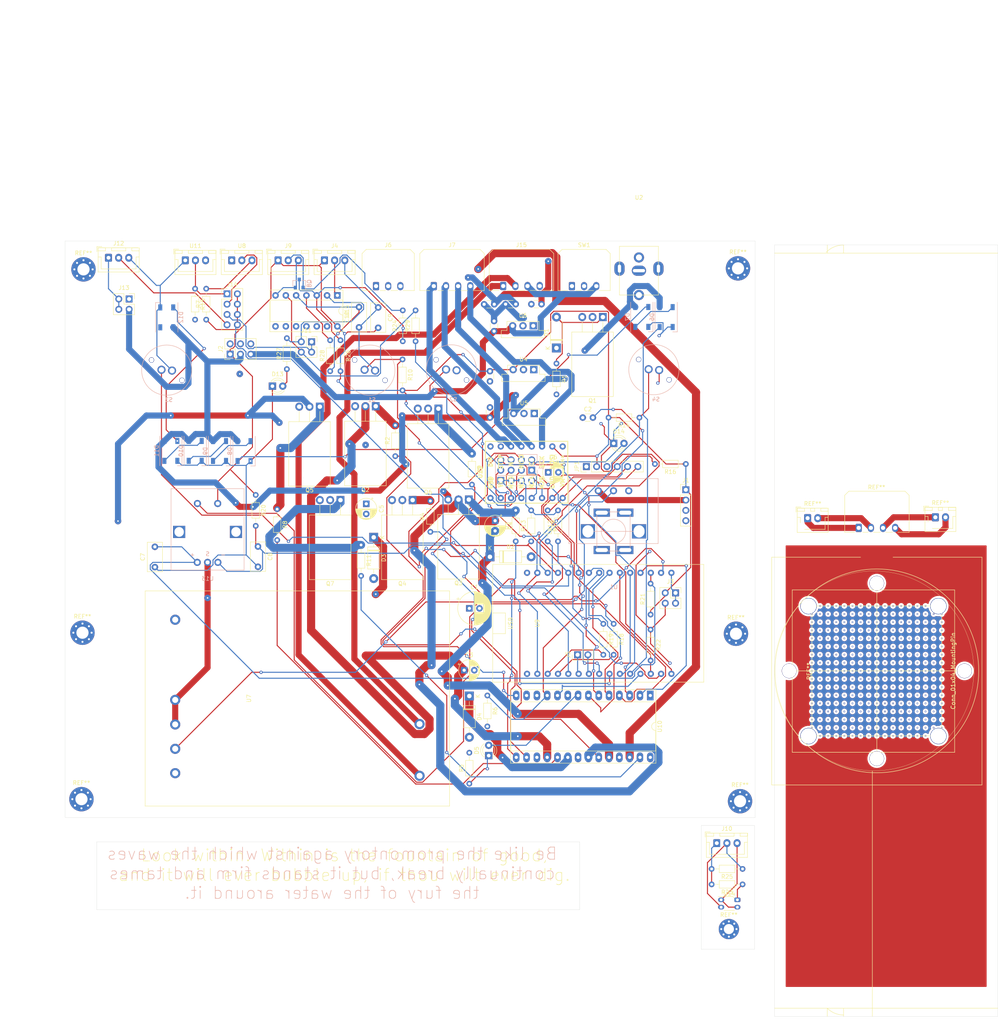
<source format=kicad_pcb>
(kicad_pcb (version 20171130) (host pcbnew 5.1.7-a382d34a8~88~ubuntu20.04.1)
  (layers (0 F.Cu signal) (1 VCC power) (2 GND+GNDD power) (31 B.Cu signal) (34 B.Paste user) (35 F.Paste user) (36 B.SilkS user) (37 F.SilkS user) (38 B.Mask user) (39 F.Mask user) (44 Edge.Cuts user))
  (net 0 "")
  (net 1 GND)
  (net 2 "Net-(C1-Pad2)")
  (net 3 "Net-(C2-Pad2)")
  (net 4 coilC)
  (net 5 "Net-(C3-Pad2)")
  (net 6 "Net-(C4-Pad2)")
  (net 7 coilB)
  (net 8 coilA)
  (net 9 "Net-(C5-Pad2)")
  (net 10 +24V)
  (net 11 GNDD)
  (net 12 _CHANNEL-A)
  (net 13 _CHANNEL-B)
  (net 14 +3V3)
  (net 15 "Net-(C10-Pad2)")
  (net 16 "Net-(D1-Pad2)")
  (net 17 "Net-(D5-Pad1)")
  (net 18 "Net-(D5-Pad2)")
  (net 19 +5V)
  (net 20 "Net-(D6-Pad4)")
  (net 21 LEDS)
  (net 22 "Net-(D7-Pad4)")
  (net 23 "Net-(D8-Pad4)")
  (net 24 "Net-(D10-Pad2)")
  (net 25 "Net-(D10-Pad4)")
  (net 26 "Net-(D11-Pad4)")
  (net 27 "Net-(D12-Pad4)")
  (net 28 "Net-(D13-Pad2)")
  (net 29 "Net-(D14-Pad2)")
  (net 30 +12V)
  (net 31 "Net-(J4-Pad2)")
  (net 32 "Net-(J5-Pad1)")
  (net 33 "Net-(J5-Pad2)")
  (net 34 "Net-(J7-Pad1)")
  (net 35 "Net-(J7-Pad2)")
  (net 36 "Net-(J7-Pad3)")
  (net 37 "Net-(J7-Pad4)")
  (net 38 SLP)
  (net 39 "Net-(J9-Pad2)")
  (net 40 SENSOR+)
  (net 41 SENSOR-SIGNAL)
  (net 42 SENSOR-)
  (net 43 "Net-(J11-Pad1)")
  (net 44 "Net-(J11-Pad2)")
  (net 45 SENSOR-SYNKINO)
  (net 46 SENSOR-CRASS)
  (net 47 SENSOR-SIMPLE)
  (net 48 _SENSOR)
  (net 49 VSS)
  (net 50 EN)
  (net 51 STP)
  (net 52 DIR)
  (net 53 "Net-(JT1-Pad1)")
  (net 54 _MISO)
  (net 55 "Net-(JT1-Pad3)")
  (net 56 _RX)
  (net 57 "Net-(JT1-Pad5)")
  (net 58 _SCK)
  (net 59 "Net-(JT1-Pad7)")
  (net 60 _MOSI)
  (net 61 "Net-(Q1-Pad2)")
  (net 62 "Net-(Q2-Pad1)")
  (net 63 "Net-(Q3-Pad1)")
  (net 64 "Net-(Q4-Pad1)")
  (net 65 "Net-(Q5-Pad1)")
  (net 66 "Net-(Q6-Pad1)")
  (net 67 "Net-(Q7-Pad1)")
  (net 68 "Net-(Q8-Pad3)")
  (net 69 "Net-(R2-Pad1)")
  (net 70 "Net-(R3-Pad1)")
  (net 71 "Net-(R4-Pad1)")
  (net 72 "Net-(R7-Pad2)")
  (net 73 "Net-(R8-Pad2)")
  (net 74 "Net-(R9-Pad2)")
  (net 75 DIRSWITCH)
  (net 76 "Net-(R11-Pad2)")
  (net 77 STARTSTOP)
  (net 78 CAPTURE)
  (net 79 MODE)
  (net 80 _DIR)
  (net 81 _STP)
  (net 82 _EN)
  (net 83 _ENCO-BUTTON)
  (net 84 "Net-(R23-Pad1)")
  (net 85 "Net-(R28-Pad2)")
  (net 86 "Net-(SW1-Pad2)")
  (net 87 "Net-(U2-Pad0)")
  (net 88 45B_OUT+)
  (net 89 45B_OUT-)
  (net 90 "Net-(U7-Pad5)")
  (net 91 "Net-(U1-Pad2)")
  (net 92 "Net-(J3-Pad3)")
  (net 93 HIN1)
  (net 94 HIN2)
  (net 95 HIN3)
  (net 96 LIN1)
  (net 97 LIN2)
  (net 98 LIN3)
  (net 99 "Net-(U9-Pad16)")
  (net 100 "Net-(U10-Pad17)")
  (net 101 "Net-(U10-Pad21)")
  (net 102 "Net-(U10-Pad25)")
  (net 103 "Net-(U11-Pad3)")
  (net 104 "Net-(J12-Pad1)")
  (net 105 _SENSOR-SIGNAL)
  (net 106 "Net-(J16-Pad4)")
  (net 107 "Net-(J16-Pad3)")
  (net 108 "Net-(J16-Pad2)")
  (net 109 "Net-(J16-Pad1)")
  (net 110 EN2)
  (module MountingHole:MountingHole_2.5mm_Pad_Via (layer F.Cu) (at 353.5 269.5)
    (fp_text reference REF** (at 0 -3.5) (layer F.SilkS))
    (fp_text value MountingHole_2.5mm_Pad_Via)
    (pad 1 thru_hole circle (at 1.325825 -1.325825) (size 0.8 0.8) (drill 0.5) (layers *.Cu *.Mask))
    (pad 1 thru_hole circle (at 0 -1.875) (size 0.8 0.8) (drill 0.5) (layers *.Cu *.Mask))
    (pad 1 thru_hole circle (at -1.325825 -1.325825) (size 0.8 0.8) (drill 0.5) (layers *.Cu *.Mask))
    (pad 1 thru_hole circle (at -1.875 0) (size 0.8 0.8) (drill 0.5) (layers *.Cu *.Mask))
    (pad 1 thru_hole circle (at -1.325825 1.325825) (size 0.8 0.8) (drill 0.5) (layers *.Cu *.Mask))
    (pad 1 thru_hole circle (at 0 1.875) (size 0.8 0.8) (drill 0.5) (layers *.Cu *.Mask))
    (pad 1 thru_hole circle (at 1.325825 1.325825) (size 0.8 0.8) (drill 0.5) (layers *.Cu *.Mask))
    (pad 1 thru_hole circle (at 1.875 0) (size 0.8 0.8) (drill 0.5) (layers *.Cu *.Mask))
    (pad 1 thru_hole circle (at 0 0) (size 5 5) (drill 2.5) (layers *.Cu *.Mask))
  )
  (module MountingHole:MountingHole_3mm_Pad_Via (layer F.Cu) (at 356.25 238)
    (fp_text reference REF** (at 0 -4) (layer F.SilkS))
    (fp_text value MountingHole_3mm_Pad_Via)
    (pad 1 thru_hole circle (at 0 0) (size 6 6) (drill 3) (layers *.Cu *.Mask))
    (pad 1 thru_hole circle (at 2.25 0) (size 0.8 0.8) (drill 0.5) (layers *.Cu *.Mask))
    (pad 1 thru_hole circle (at 1.59099 1.59099) (size 0.8 0.8) (drill 0.5) (layers *.Cu *.Mask))
    (pad 1 thru_hole circle (at 0 2.25) (size 0.8 0.8) (drill 0.5) (layers *.Cu *.Mask))
    (pad 1 thru_hole circle (at -1.59099 1.59099) (size 0.8 0.8) (drill 0.5) (layers *.Cu *.Mask))
    (pad 1 thru_hole circle (at -2.25 0) (size 0.8 0.8) (drill 0.5) (layers *.Cu *.Mask))
    (pad 1 thru_hole circle (at -1.59099 -1.59099) (size 0.8 0.8) (drill 0.5) (layers *.Cu *.Mask))
    (pad 1 thru_hole circle (at 0 -2.25) (size 0.8 0.8) (drill 0.5) (layers *.Cu *.Mask))
    (pad 1 thru_hole circle (at 1.59099 -1.59099) (size 0.8 0.8) (drill 0.5) (layers *.Cu *.Mask))
  )
  (module MountingHole:MountingHole_3mm_Pad_Via (layer F.Cu) (at 194 237.5)
    (fp_text reference REF** (at 0 -4) (layer F.SilkS))
    (fp_text value MountingHole_3mm_Pad_Via)
    (pad 1 thru_hole circle (at 0 0) (size 6 6) (drill 3) (layers *.Cu *.Mask))
    (pad 1 thru_hole circle (at 2.25 0) (size 0.8 0.8) (drill 0.5) (layers *.Cu *.Mask))
    (pad 1 thru_hole circle (at 1.59099 1.59099) (size 0.8 0.8) (drill 0.5) (layers *.Cu *.Mask))
    (pad 1 thru_hole circle (at 0 2.25) (size 0.8 0.8) (drill 0.5) (layers *.Cu *.Mask))
    (pad 1 thru_hole circle (at -1.59099 1.59099) (size 0.8 0.8) (drill 0.5) (layers *.Cu *.Mask))
    (pad 1 thru_hole circle (at -2.25 0) (size 0.8 0.8) (drill 0.5) (layers *.Cu *.Mask))
    (pad 1 thru_hole circle (at -1.59099 -1.59099) (size 0.8 0.8) (drill 0.5) (layers *.Cu *.Mask))
    (pad 1 thru_hole circle (at 0 -2.25) (size 0.8 0.8) (drill 0.5) (layers *.Cu *.Mask))
    (pad 1 thru_hole circle (at 1.59099 -1.59099) (size 0.8 0.8) (drill 0.5) (layers *.Cu *.Mask))
  )
  (module MountingHole:MountingHole_3mm_Pad_Via (layer F.Cu) (at 194.25 196.5)
    (fp_text reference REF** (at 0 -4) (layer F.SilkS))
    (fp_text value MountingHole_3mm_Pad_Via)
    (pad 1 thru_hole circle (at 0 0) (size 6 6) (drill 3) (layers *.Cu *.Mask))
    (pad 1 thru_hole circle (at 2.25 0) (size 0.8 0.8) (drill 0.5) (layers *.Cu *.Mask))
    (pad 1 thru_hole circle (at 1.59099 1.59099) (size 0.8 0.8) (drill 0.5) (layers *.Cu *.Mask))
    (pad 1 thru_hole circle (at 0 2.25) (size 0.8 0.8) (drill 0.5) (layers *.Cu *.Mask))
    (pad 1 thru_hole circle (at -1.59099 1.59099) (size 0.8 0.8) (drill 0.5) (layers *.Cu *.Mask))
    (pad 1 thru_hole circle (at -2.25 0) (size 0.8 0.8) (drill 0.5) (layers *.Cu *.Mask))
    (pad 1 thru_hole circle (at -1.59099 -1.59099) (size 0.8 0.8) (drill 0.5) (layers *.Cu *.Mask))
    (pad 1 thru_hole circle (at 0 -2.25) (size 0.8 0.8) (drill 0.5) (layers *.Cu *.Mask))
    (pad 1 thru_hole circle (at 1.59099 -1.59099) (size 0.8 0.8) (drill 0.5) (layers *.Cu *.Mask))
  )
  (module MountingHole:MountingHole_3mm_Pad_Via (layer F.Cu) (at 355.25 196.75)
    (fp_text reference REF** (at 0 -4) (layer F.SilkS))
    (fp_text value MountingHole_3mm_Pad_Via)
    (pad 1 thru_hole circle (at 0 0) (size 6 6) (drill 3) (layers *.Cu *.Mask))
    (pad 1 thru_hole circle (at 2.25 0) (size 0.8 0.8) (drill 0.5) (layers *.Cu *.Mask))
    (pad 1 thru_hole circle (at 1.59099 1.59099) (size 0.8 0.8) (drill 0.5) (layers *.Cu *.Mask))
    (pad 1 thru_hole circle (at 0 2.25) (size 0.8 0.8) (drill 0.5) (layers *.Cu *.Mask))
    (pad 1 thru_hole circle (at -1.59099 1.59099) (size 0.8 0.8) (drill 0.5) (layers *.Cu *.Mask))
    (pad 1 thru_hole circle (at -2.25 0) (size 0.8 0.8) (drill 0.5) (layers *.Cu *.Mask))
    (pad 1 thru_hole circle (at -1.59099 -1.59099) (size 0.8 0.8) (drill 0.5) (layers *.Cu *.Mask))
    (pad 1 thru_hole circle (at 0 -2.25) (size 0.8 0.8) (drill 0.5) (layers *.Cu *.Mask))
    (pad 1 thru_hole circle (at 1.59099 -1.59099) (size 0.8 0.8) (drill 0.5) (layers *.Cu *.Mask))
  )
  (module MountingHole:MountingHole_3mm_Pad_Via (layer F.Cu) (at 194.5 107)
    (fp_text reference REF** (at 0 -4) (layer F.SilkS))
    (fp_text value MountingHole_3mm_Pad_Via)
    (pad 1 thru_hole circle (at 0 0) (size 6 6) (drill 3) (layers *.Cu *.Mask))
    (pad 1 thru_hole circle (at 2.25 0) (size 0.8 0.8) (drill 0.5) (layers *.Cu *.Mask))
    (pad 1 thru_hole circle (at 1.59099 1.59099) (size 0.8 0.8) (drill 0.5) (layers *.Cu *.Mask))
    (pad 1 thru_hole circle (at 0 2.25) (size 0.8 0.8) (drill 0.5) (layers *.Cu *.Mask))
    (pad 1 thru_hole circle (at -1.59099 1.59099) (size 0.8 0.8) (drill 0.5) (layers *.Cu *.Mask))
    (pad 1 thru_hole circle (at -2.25 0) (size 0.8 0.8) (drill 0.5) (layers *.Cu *.Mask))
    (pad 1 thru_hole circle (at -1.59099 -1.59099) (size 0.8 0.8) (drill 0.5) (layers *.Cu *.Mask))
    (pad 1 thru_hole circle (at 0 -2.25) (size 0.8 0.8) (drill 0.5) (layers *.Cu *.Mask))
    (pad 1 thru_hole circle (at 1.59099 -1.59099) (size 0.8 0.8) (drill 0.5) (layers *.Cu *.Mask))
  )
  (module MountingHole:MountingHole_3mm_Pad_Via (layer F.Cu) (at 355.75 106.75)
    (fp_text reference REF** (at 0 -4) (layer F.SilkS))
    (fp_text value MountingHole_3mm_Pad_Via)
    (pad 1 thru_hole circle (at 1.59099 -1.59099) (size 0.8 0.8) (drill 0.5) (layers *.Cu *.Mask))
    (pad 1 thru_hole circle (at 0 -2.25) (size 0.8 0.8) (drill 0.5) (layers *.Cu *.Mask))
    (pad 1 thru_hole circle (at -1.59099 -1.59099) (size 0.8 0.8) (drill 0.5) (layers *.Cu *.Mask))
    (pad 1 thru_hole circle (at -2.25 0) (size 0.8 0.8) (drill 0.5) (layers *.Cu *.Mask))
    (pad 1 thru_hole circle (at -1.59099 1.59099) (size 0.8 0.8) (drill 0.5) (layers *.Cu *.Mask))
    (pad 1 thru_hole circle (at 0 2.25) (size 0.8 0.8) (drill 0.5) (layers *.Cu *.Mask))
    (pad 1 thru_hole circle (at 1.59099 1.59099) (size 0.8 0.8) (drill 0.5) (layers *.Cu *.Mask))
    (pad 1 thru_hole circle (at 2.25 0) (size 0.8 0.8) (drill 0.5) (layers *.Cu *.Mask))
    (pad 1 thru_hole circle (at 0 0) (size 6 6) (drill 3) (layers *.Cu *.Mask))
  )
  (module ariadne:Vero29_w_Fan (layer F.Cu) (at 389.95 205.9 270)
    (fp_text reference J16 (at 0 20.8 270) (layer F.SilkS))
    (fp_text value Conn_01x04_MountingPin (at 0 -18.8 270) (layer F.SilkS))
    (fp_text user REF** (at 0.0754 16.6796 270) (layer F.SilkS))
    (fp_text user REF** (at -41.38 -15.67 180) (layer F.SilkS))
    (fp_text user REF** (at -41.17 15.8 180) (layer F.SilkS))
    (fp_text user REF** (at -45.22 0.06) (layer F.SilkS))
    (pad 0 thru_hole circle (at 16.05 16.83 270) (size 4 4) (drill 3.8) (layers *.Cu *.Mask))
    (pad 0 thru_hole circle (at -15.95 -15.17 270) (size 4 4) (drill 3.8) (layers *.Cu *.Mask))
    (pad 0 thru_hole circle (at 16.05 -15.17 270) (size 4 4) (drill 3.8) (layers *.Cu *.Mask))
    (pad 0 thru_hole circle (at -15.95 16.83 270) (size 4 4) (drill 3.8) (layers *.Cu *.Mask))
    (pad "" np_thru_hole circle (at -35.83 -12.82) (size 1.2 1.2) (drill 1.2) (layers *.Cu *.Mask))
    (pad 4 thru_hole oval (at -37.83 -16.92) (size 1.7 2) (drill 1) (layers *.Cu *.Mask) (net 106 "Net-(J16-Pad4)"))
    (pad 3 thru_hole roundrect (at -37.83 -14.42) (size 1.7 2) (drill 1) (layers *.Cu *.Mask) (roundrect_rratio 0.147) (net 107 "Net-(J16-Pad3)"))
    (pad "" np_thru_hole circle (at -35.62 18.65) (size 1.2 1.2) (drill 1.2) (layers *.Cu *.Mask))
    (pad 2 thru_hole oval (at -37.62 14.55) (size 1.7 2) (drill 1) (layers *.Cu *.Mask) (net 108 "Net-(J16-Pad2)"))
    (pad 1 thru_hole roundrect (at -37.62 17.05) (size 1.7 2) (drill 1) (layers *.Cu *.Mask) (roundrect_rratio 0.1470588235294118) (net 109 "Net-(J16-Pad1)"))
    (pad 3 thru_hole oval (at -35.22 -1.53) (size 1.5 2.02) (drill 1.02) (layers *.Cu *.Mask) (net 107 "Net-(J16-Pad3)"))
    (pad 2 thru_hole oval (at -35.22 1.47) (size 1.5 2.02) (drill 1.02) (layers *.Cu *.Mask) (net 108 "Net-(J16-Pad2)"))
    (pad 4 thru_hole oval (at -35.22 -4.53) (size 1.5 2.02) (drill 1.02) (layers *.Cu *.Mask) (net 106 "Net-(J16-Pad4)"))
    (pad "" np_thru_hole circle (at -39.54 -2.38) (size 3 3) (drill 3) (layers *.Cu *.Mask))
    (pad "" np_thru_hole circle (at -39.54 2.32) (size 3 3) (drill 3) (layers *.Cu *.Mask))
    (pad 1 thru_hole roundrect (at -35.22 4.47) (size 1.5 2.02) (drill 1.02) (layers *.Cu *.Mask) (roundrect_rratio 0.1666666666666667) (net 109 "Net-(J16-Pad1)"))
    (pad 0 thru_hole circle (at -21.6 0 270) (size 3.6 3.6) (drill 3.5) (layers *.Cu *.Mask))
    (pad 0 thru_hole circle (at 21.6 0 270) (size 3.6 3.6) (drill 3.5) (layers *.Cu *.Mask))
    (pad 0 thru_hole circle (at 0 21.6 270) (size 3.6 3.6) (drill 3.5) (layers *.Cu *.Mask))
    (pad 0 thru_hole circle (at 0 -21.6 270) (size 3.6 3.6) (drill 3.5) (layers *.Cu *.Mask))
    (pad 0 thru_hole circle (at 14 16 270) (size 0.4 0.4) (drill 0.2) (layers *.Cu *.Mask))
    (pad 0 thru_hole circle (at -14 16 270) (size 0.4 0.4) (drill 0.2) (layers *.Cu *.Mask))
    (pad 0 thru_hole circle (at -10 16 270) (size 0.4 0.4) (drill 0.2) (layers *.Cu *.Mask))
    (pad 0 thru_hole circle (at 12 16 270) (size 0.4 0.4) (drill 0.2) (layers *.Cu *.Mask))
    (pad 0 thru_hole circle (at 2 16 270) (size 0.4 0.4) (drill 0.2) (layers *.Cu *.Mask))
    (pad 0 thru_hole circle (at 4 16 270) (size 0.4 0.4) (drill 0.2) (layers *.Cu *.Mask))
    (pad 0 thru_hole circle (at -8 16 270) (size 0.4 0.4) (drill 0.2) (layers *.Cu *.Mask))
    (pad 0 thru_hole circle (at -16 16 270) (size 0.4 0.4) (drill 0.2) (layers *.Cu *.Mask))
    (pad 0 thru_hole circle (at 16 16 270) (size 0.4 0.4) (drill 0.2) (layers *.Cu *.Mask))
    (pad 0 thru_hole circle (at -4 16 270) (size 0.4 0.4) (drill 0.2) (layers *.Cu *.Mask))
    (pad 0 thru_hole circle (at 0 16 270) (size 0.4 0.4) (drill 0.2) (layers *.Cu *.Mask))
    (pad 0 thru_hole circle (at 6 16 270) (size 0.4 0.4) (drill 0.2) (layers *.Cu *.Mask))
    (pad 0 thru_hole circle (at -2 16 270) (size 0.4 0.4) (drill 0.2) (layers *.Cu *.Mask))
    (pad 0 thru_hole circle (at 8 16 270) (size 0.4 0.4) (drill 0.2) (layers *.Cu *.Mask))
    (pad 0 thru_hole circle (at 10 16 270) (size 0.4 0.4) (drill 0.2) (layers *.Cu *.Mask))
    (pad 0 thru_hole circle (at -6 16 270) (size 0.4 0.4) (drill 0.2) (layers *.Cu *.Mask))
    (pad 0 thru_hole circle (at -12 16 270) (size 0.4 0.4) (drill 0.2) (layers *.Cu *.Mask))
    (pad 0 thru_hole circle (at 2 6 270) (size 0.4 0.4) (drill 0.2) (layers *.Cu *.Mask))
    (pad 0 thru_hole circle (at 6 12 270) (size 0.4 0.4) (drill 0.2) (layers *.Cu *.Mask))
    (pad 0 thru_hole circle (at -2 10 270) (size 0.4 0.4) (drill 0.2) (layers *.Cu *.Mask))
    (pad 0 thru_hole circle (at -6 8 270) (size 0.4 0.4) (drill 0.2) (layers *.Cu *.Mask))
    (pad 0 thru_hole circle (at 14 4 270) (size 0.4 0.4) (drill 0.2) (layers *.Cu *.Mask))
    (pad 0 thru_hole circle (at -16 2 270) (size 0.4 0.4) (drill 0.2) (layers *.Cu *.Mask))
    (pad 0 thru_hole circle (at 8 0 270) (size 0.4 0.4) (drill 0.2) (layers *.Cu *.Mask))
    (pad 0 thru_hole circle (at 8 6 270) (size 0.4 0.4) (drill 0.2) (layers *.Cu *.Mask))
    (pad 0 thru_hole circle (at -6 6 270) (size 0.4 0.4) (drill 0.2) (layers *.Cu *.Mask))
    (pad 0 thru_hole circle (at 6 14 270) (size 0.4 0.4) (drill 0.2) (layers *.Cu *.Mask))
    (pad 0 thru_hole circle (at 8 10 270) (size 0.4 0.4) (drill 0.2) (layers *.Cu *.Mask))
    (pad 0 thru_hole circle (at -14 8 270) (size 0.4 0.4) (drill 0.2) (layers *.Cu *.Mask))
    (pad 0 thru_hole circle (at 16 0 270) (size 0.4 0.4) (drill 0.2) (layers *.Cu *.Mask))
    (pad 0 thru_hole circle (at 8 12 270) (size 0.4 0.4) (drill 0.2) (layers *.Cu *.Mask))
    (pad 0 thru_hole circle (at 6 10 270) (size 0.4 0.4) (drill 0.2) (layers *.Cu *.Mask))
    (pad 0 thru_hole circle (at -6 2 270) (size 0.4 0.4) (drill 0.2) (layers *.Cu *.Mask))
    (pad 0 thru_hole circle (at 6 6 270) (size 0.4 0.4) (drill 0.2) (layers *.Cu *.Mask))
    (pad 0 thru_hole circle (at -8 10 270) (size 0.4 0.4) (drill 0.2) (layers *.Cu *.Mask))
    (pad 0 thru_hole circle (at -2 12 270) (size 0.4 0.4) (drill 0.2) (layers *.Cu *.Mask))
    (pad 0 thru_hole circle (at -14 14 270) (size 0.4 0.4) (drill 0.2) (layers *.Cu *.Mask))
    (pad 0 thru_hole circle (at -10 14 270) (size 0.4 0.4) (drill 0.2) (layers *.Cu *.Mask))
    (pad 0 thru_hole circle (at 6 0 270) (size 0.4 0.4) (drill 0.2) (layers *.Cu *.Mask))
    (pad 0 thru_hole circle (at -6 10 270) (size 0.4 0.4) (drill 0.2) (layers *.Cu *.Mask))
    (pad 0 thru_hole circle (at 0 12 270) (size 0.4 0.4) (drill 0.2) (layers *.Cu *.Mask))
    (pad 0 thru_hole circle (at -6 14 270) (size 0.4 0.4) (drill 0.2) (layers *.Cu *.Mask))
    (pad 0 thru_hole circle (at 6 8 270) (size 0.4 0.4) (drill 0.2) (layers *.Cu *.Mask))
    (pad 0 thru_hole circle (at -14 2 270) (size 0.4 0.4) (drill 0.2) (layers *.Cu *.Mask))
    (pad 0 thru_hole circle (at -8 8 270) (size 0.4 0.4) (drill 0.2) (layers *.Cu *.Mask))
    (pad 0 thru_hole circle (at 10 12 270) (size 0.4 0.4) (drill 0.2) (layers *.Cu *.Mask))
    (pad 0 thru_hole circle (at 10 4 270) (size 0.4 0.4) (drill 0.2) (layers *.Cu *.Mask))
    (pad 0 thru_hole circle (at 12 12 270) (size 0.4 0.4) (drill 0.2) (layers *.Cu *.Mask))
    (pad 0 thru_hole circle (at -12 8 270) (size 0.4 0.4) (drill 0.2) (layers *.Cu *.Mask))
    (pad 0 thru_hole circle (at 14 6 270) (size 0.4 0.4) (drill 0.2) (layers *.Cu *.Mask))
    (pad 0 thru_hole circle (at -8 0 270) (size 0.4 0.4) (drill 0.2) (layers *.Cu *.Mask))
    (pad 0 thru_hole circle (at -12 12 270) (size 0.4 0.4) (drill 0.2) (layers *.Cu *.Mask))
    (pad 0 thru_hole circle (at 16 14 270) (size 0.4 0.4) (drill 0.2) (layers *.Cu *.Mask))
    (pad 0 thru_hole circle (at 0 8 270) (size 0.4 0.4) (drill 0.2) (layers *.Cu *.Mask))
    (pad 0 thru_hole circle (at -16 10 270) (size 0.4 0.4) (drill 0.2) (layers *.Cu *.Mask))
    (pad 0 thru_hole circle (at -16 12 270) (size 0.4 0.4) (drill 0.2) (layers *.Cu *.Mask))
    (pad 0 thru_hole circle (at 0 0 270) (size 0.4 0.4) (drill 0.2) (layers *.Cu *.Mask))
    (pad 0 thru_hole circle (at 2 0 270) (size 0.4 0.4) (drill 0.2) (layers *.Cu *.Mask))
    (pad 0 thru_hole circle (at -16 0 270) (size 0.4 0.4) (drill 0.2) (layers *.Cu *.Mask))
    (pad 0 thru_hole circle (at 10 6 270) (size 0.4 0.4) (drill 0.2) (layers *.Cu *.Mask))
    (pad 0 thru_hole circle (at 12 6 270) (size 0.4 0.4) (drill 0.2) (layers *.Cu *.Mask))
    (pad 0 thru_hole circle (at -16 4 270) (size 0.4 0.4) (drill 0.2) (layers *.Cu *.Mask))
    (pad 0 thru_hole circle (at -14 4 270) (size 0.4 0.4) (drill 0.2) (layers *.Cu *.Mask))
    (pad 0 thru_hole circle (at 6 2 270) (size 0.4 0.4) (drill 0.2) (layers *.Cu *.Mask))
    (pad 0 thru_hole circle (at 8 14 270) (size 0.4 0.4) (drill 0.2) (layers *.Cu *.Mask))
    (pad 0 thru_hole circle (at 4 2 270) (size 0.4 0.4) (drill 0.2) (layers *.Cu *.Mask))
    (pad 0 thru_hole circle (at 0 14 270) (size 0.4 0.4) (drill 0.2) (layers *.Cu *.Mask))
    (pad 0 thru_hole circle (at -10 12 270) (size 0.4 0.4) (drill 0.2) (layers *.Cu *.Mask))
    (pad 0 thru_hole circle (at 12 10 270) (size 0.4 0.4) (drill 0.2) (layers *.Cu *.Mask))
    (pad 0 thru_hole circle (at 14 2 270) (size 0.4 0.4) (drill 0.2) (layers *.Cu *.Mask))
    (pad 0 thru_hole circle (at 16 6 270) (size 0.4 0.4) (drill 0.2) (layers *.Cu *.Mask))
    (pad 0 thru_hole circle (at 0 10 270) (size 0.4 0.4) (drill 0.2) (layers *.Cu *.Mask))
    (pad 0 thru_hole circle (at -2 6 270) (size 0.4 0.4) (drill 0.2) (layers *.Cu *.Mask))
    (pad 0 thru_hole circle (at 14 8 270) (size 0.4 0.4) (drill 0.2) (layers *.Cu *.Mask))
    (pad 0 thru_hole circle (at -14 12 270) (size 0.4 0.4) (drill 0.2) (layers *.Cu *.Mask))
    (pad 0 thru_hole circle (at -12 0 270) (size 0.4 0.4) (drill 0.2) (layers *.Cu *.Mask))
    (pad 0 thru_hole circle (at 12 14 270) (size 0.4 0.4) (drill 0.2) (layers *.Cu *.Mask))
    (pad 0 thru_hole circle (at 14 10 270) (size 0.4 0.4) (drill 0.2) (layers *.Cu *.Mask))
    (pad 0 thru_hole circle (at -4 14 270) (size 0.4 0.4) (drill 0.2) (layers *.Cu *.Mask))
    (pad 0 thru_hole circle (at 8 2 270) (size 0.4 0.4) (drill 0.2) (layers *.Cu *.Mask))
    (pad 0 thru_hole circle (at -10 0 270) (size 0.4 0.4) (drill 0.2) (layers *.Cu *.Mask))
    (pad 0 thru_hole circle (at -8 2 270) (size 0.4 0.4) (drill 0.2) (layers *.Cu *.Mask))
    (pad 0 thru_hole circle (at -16 8 270) (size 0.4 0.4) (drill 0.2) (layers *.Cu *.Mask))
    (pad 0 thru_hole circle (at -16 6 270) (size 0.4 0.4) (drill 0.2) (layers *.Cu *.Mask))
    (pad 0 thru_hole circle (at 2 4 270) (size 0.4 0.4) (drill 0.2) (layers *.Cu *.Mask))
    (pad 0 thru_hole circle (at -14 10 270) (size 0.4 0.4) (drill 0.2) (layers *.Cu *.Mask))
    (pad 0 thru_hole circle (at -14 0 270) (size 0.4 0.4) (drill 0.2) (layers *.Cu *.Mask))
    (pad 0 thru_hole circle (at 4 10 270) (size 0.4 0.4) (drill 0.2) (layers *.Cu *.Mask))
    (pad 0 thru_hole circle (at 12 4 270) (size 0.4 0.4) (drill 0.2) (layers *.Cu *.Mask))
    (pad 0 thru_hole circle (at -8 12 270) (size 0.4 0.4) (drill 0.2) (layers *.Cu *.Mask))
    (pad 0 thru_hole circle (at 10 0 270) (size 0.4 0.4) (drill 0.2) (layers *.Cu *.Mask))
    (pad 0 thru_hole circle (at -12 2 270) (size 0.4 0.4) (drill 0.2) (layers *.Cu *.Mask))
    (pad 0 thru_hole circle (at 2 12 270) (size 0.4 0.4) (drill 0.2) (layers *.Cu *.Mask))
    (pad 0 thru_hole circle (at 10 14 270) (size 0.4 0.4) (drill 0.2) (layers *.Cu *.Mask))
    (pad 0 thru_hole circle (at -4 0 270) (size 0.4 0.4) (drill 0.2) (layers *.Cu *.Mask))
    (pad 0 thru_hole circle (at -10 2 270) (size 0.4 0.4) (drill 0.2) (layers *.Cu *.Mask))
    (pad 0 thru_hole circle (at -14 6 270) (size 0.4 0.4) (drill 0.2) (layers *.Cu *.Mask))
    (pad 0 thru_hole circle (at -12 4 270) (size 0.4 0.4) (drill 0.2) (layers *.Cu *.Mask))
    (pad 0 thru_hole circle (at 16 2 270) (size 0.4 0.4) (drill 0.2) (layers *.Cu *.Mask))
    (pad 0 thru_hole circle (at -16 14 270) (size 0.4 0.4) (drill 0.2) (layers *.Cu *.Mask))
    (pad 0 thru_hole circle (at 4 0 270) (size 0.4 0.4) (drill 0.2) (layers *.Cu *.Mask))
    (pad 0 thru_hole circle (at 10 2 270) (size 0.4 0.4) (drill 0.2) (layers *.Cu *.Mask))
    (pad 0 thru_hole circle (at -12 10 270) (size 0.4 0.4) (drill 0.2) (layers *.Cu *.Mask))
    (pad 0 thru_hole circle (at 4 8 270) (size 0.4 0.4) (drill 0.2) (layers *.Cu *.Mask))
    (pad 0 thru_hole circle (at -8 6 270) (size 0.4 0.4) (drill 0.2) (layers *.Cu *.Mask))
    (pad 0 thru_hole circle (at 6 4 270) (size 0.4 0.4) (drill 0.2) (layers *.Cu *.Mask))
    (pad 0 thru_hole circle (at 0 2 270) (size 0.4 0.4) (drill 0.2) (layers *.Cu *.Mask))
    (pad 0 thru_hole circle (at -10 4 270) (size 0.4 0.4) (drill 0.2) (layers *.Cu *.Mask))
    (pad 0 thru_hole circle (at -10 6 270) (size 0.4 0.4) (drill 0.2) (layers *.Cu *.Mask))
    (pad 0 thru_hole circle (at 10 10 270) (size 0.4 0.4) (drill 0.2) (layers *.Cu *.Mask))
    (pad 0 thru_hole circle (at -4 2 270) (size 0.4 0.4) (drill 0.2) (layers *.Cu *.Mask))
    (pad 0 thru_hole circle (at -10 10 270) (size 0.4 0.4) (drill 0.2) (layers *.Cu *.Mask))
    (pad 0 thru_hole circle (at 0 6 270) (size 0.4 0.4) (drill 0.2) (layers *.Cu *.Mask))
    (pad 0 thru_hole circle (at 16 10 270) (size 0.4 0.4) (drill 0.2) (layers *.Cu *.Mask))
    (pad 0 thru_hole circle (at 8 4 270) (size 0.4 0.4) (drill 0.2) (layers *.Cu *.Mask))
    (pad 0 thru_hole circle (at 12 2 270) (size 0.4 0.4) (drill 0.2) (layers *.Cu *.Mask))
    (pad 0 thru_hole circle (at -4 4 270) (size 0.4 0.4) (drill 0.2) (layers *.Cu *.Mask))
    (pad 0 thru_hole circle (at 4 4 270) (size 0.4 0.4) (drill 0.2) (layers *.Cu *.Mask))
    (pad 0 thru_hole circle (at -8 4 270) (size 0.4 0.4) (drill 0.2) (layers *.Cu *.Mask))
    (pad 0 thru_hole circle (at -6 4 270) (size 0.4 0.4) (drill 0.2) (layers *.Cu *.Mask))
    (pad 0 thru_hole circle (at -2 14 270) (size 0.4 0.4) (drill 0.2) (layers *.Cu *.Mask))
    (pad 0 thru_hole circle (at 4 14 270) (size 0.4 0.4) (drill 0.2) (layers *.Cu *.Mask))
    (pad 0 thru_hole circle (at 14 12 270) (size 0.4 0.4) (drill 0.2) (layers *.Cu *.Mask))
    (pad 0 thru_hole circle (at 16 8 270) (size 0.4 0.4) (drill 0.2) (layers *.Cu *.Mask))
    (pad 0 thru_hole circle (at -2 4 270) (size 0.4 0.4) (drill 0.2) (layers *.Cu *.Mask))
    (pad 0 thru_hole circle (at -4 8 270) (size 0.4 0.4) (drill 0.2) (layers *.Cu *.Mask))
    (pad 0 thru_hole circle (at 2 8 270) (size 0.4 0.4) (drill 0.2) (layers *.Cu *.Mask))
    (pad 0 thru_hole circle (at 14 14 270) (size 0.4 0.4) (drill 0.2) (layers *.Cu *.Mask))
    (pad 0 thru_hole circle (at -4 12 270) (size 0.4 0.4) (drill 0.2) (layers *.Cu *.Mask))
    (pad 0 thru_hole circle (at 2 14 270) (size 0.4 0.4) (drill 0.2) (layers *.Cu *.Mask))
    (pad 0 thru_hole circle (at -4 10 270) (size 0.4 0.4) (drill 0.2) (layers *.Cu *.Mask))
    (pad 0 thru_hole circle (at -10 8 270) (size 0.4 0.4) (drill 0.2) (layers *.Cu *.Mask))
    (pad 0 thru_hole circle (at 2 10 270) (size 0.4 0.4) (drill 0.2) (layers *.Cu *.Mask))
    (pad 0 thru_hole circle (at -12 6 270) (size 0.4 0.4) (drill 0.2) (layers *.Cu *.Mask))
    (pad 0 thru_hole circle (at 2 2 270) (size 0.4 0.4) (drill 0.2) (layers *.Cu *.Mask))
    (pad 0 thru_hole circle (at 8 8 270) (size 0.4 0.4) (drill 0.2) (layers *.Cu *.Mask))
    (pad 0 thru_hole circle (at 4 6 270) (size 0.4 0.4) (drill 0.2) (layers *.Cu *.Mask))
    (pad 0 thru_hole circle (at 0 4 270) (size 0.4 0.4) (drill 0.2) (layers *.Cu *.Mask))
    (pad 0 thru_hole circle (at 4 12 270) (size 0.4 0.4) (drill 0.2) (layers *.Cu *.Mask))
    (pad 0 thru_hole circle (at -12 14 270) (size 0.4 0.4) (drill 0.2) (layers *.Cu *.Mask))
    (pad 0 thru_hole circle (at 16 4 270) (size 0.4 0.4) (drill 0.2) (layers *.Cu *.Mask))
    (pad 0 thru_hole circle (at 12 0 270) (size 0.4 0.4) (drill 0.2) (layers *.Cu *.Mask))
    (pad 0 thru_hole circle (at -4 6 270) (size 0.4 0.4) (drill 0.2) (layers *.Cu *.Mask))
    (pad 0 thru_hole circle (at -8 14 270) (size 0.4 0.4) (drill 0.2) (layers *.Cu *.Mask))
    (pad 0 thru_hole circle (at 14 0 270) (size 0.4 0.4) (drill 0.2) (layers *.Cu *.Mask))
    (pad 0 thru_hole circle (at 12 8 270) (size 0.4 0.4) (drill 0.2) (layers *.Cu *.Mask))
    (pad 0 thru_hole circle (at -6 12 270) (size 0.4 0.4) (drill 0.2) (layers *.Cu *.Mask))
    (pad 0 thru_hole circle (at -2 2 270) (size 0.4 0.4) (drill 0.2) (layers *.Cu *.Mask))
    (pad 0 thru_hole circle (at -6 0 270) (size 0.4 0.4) (drill 0.2) (layers *.Cu *.Mask))
    (pad 0 thru_hole circle (at -2 8 270) (size 0.4 0.4) (drill 0.2) (layers *.Cu *.Mask))
    (pad 0 thru_hole circle (at 16 12 270) (size 0.4 0.4) (drill 0.2) (layers *.Cu *.Mask))
    (pad 0 thru_hole circle (at 10 8 270) (size 0.4 0.4) (drill 0.2) (layers *.Cu *.Mask))
    (pad 0 thru_hole circle (at -2 0 270) (size 0.4 0.4) (drill 0.2) (layers *.Cu *.Mask))
    (pad 0 thru_hole circle (at 2 -2 270) (size 0.4 0.4) (drill 0.2) (layers *.Cu *.Mask))
    (pad 0 thru_hole circle (at 14 -4 270) (size 0.4 0.4) (drill 0.2) (layers *.Cu *.Mask))
    (pad 0 thru_hole circle (at -16 -6 270) (size 0.4 0.4) (drill 0.2) (layers *.Cu *.Mask))
    (pad 0 thru_hole circle (at 8 -8 270) (size 0.4 0.4) (drill 0.2) (layers *.Cu *.Mask))
    (pad 0 thru_hole circle (at 8 -2 270) (size 0.4 0.4) (drill 0.2) (layers *.Cu *.Mask))
    (pad 0 thru_hole circle (at -6 -2 270) (size 0.4 0.4) (drill 0.2) (layers *.Cu *.Mask))
    (pad 0 thru_hole circle (at 16 -8 270) (size 0.4 0.4) (drill 0.2) (layers *.Cu *.Mask))
    (pad 0 thru_hole circle (at -6 -6 270) (size 0.4 0.4) (drill 0.2) (layers *.Cu *.Mask))
    (pad 0 thru_hole circle (at 6 -2 270) (size 0.4 0.4) (drill 0.2) (layers *.Cu *.Mask))
    (pad 0 thru_hole circle (at 6 -8 270) (size 0.4 0.4) (drill 0.2) (layers *.Cu *.Mask))
    (pad 0 thru_hole circle (at -14 -6 270) (size 0.4 0.4) (drill 0.2) (layers *.Cu *.Mask))
    (pad 0 thru_hole circle (at 10 -4 270) (size 0.4 0.4) (drill 0.2) (layers *.Cu *.Mask))
    (pad 0 thru_hole circle (at 14 -2 270) (size 0.4 0.4) (drill 0.2) (layers *.Cu *.Mask))
    (pad 0 thru_hole circle (at -8 -8 270) (size 0.4 0.4) (drill 0.2) (layers *.Cu *.Mask))
    (pad 0 thru_hole circle (at 0 -8 270) (size 0.4 0.4) (drill 0.2) (layers *.Cu *.Mask))
    (pad 0 thru_hole circle (at 2 -8 270) (size 0.4 0.4) (drill 0.2) (layers *.Cu *.Mask))
    (pad 0 thru_hole circle (at -16 -8 270) (size 0.4 0.4) (drill 0.2) (layers *.Cu *.Mask))
    (pad 0 thru_hole circle (at 10 -2 270) (size 0.4 0.4) (drill 0.2) (layers *.Cu *.Mask))
    (pad 0 thru_hole circle (at 12 -2 270) (size 0.4 0.4) (drill 0.2) (layers *.Cu *.Mask))
    (pad 0 thru_hole circle (at -16 -4 270) (size 0.4 0.4) (drill 0.2) (layers *.Cu *.Mask))
    (pad 0 thru_hole circle (at -14 -4 270) (size 0.4 0.4) (drill 0.2) (layers *.Cu *.Mask))
    (pad 0 thru_hole circle (at 6 -6 270) (size 0.4 0.4) (drill 0.2) (layers *.Cu *.Mask))
    (pad 0 thru_hole circle (at 4 -6 270) (size 0.4 0.4) (drill 0.2) (layers *.Cu *.Mask))
    (pad 0 thru_hole circle (at 14 -6 270) (size 0.4 0.4) (drill 0.2) (layers *.Cu *.Mask))
    (pad 0 thru_hole circle (at 16 -2 270) (size 0.4 0.4) (drill 0.2) (layers *.Cu *.Mask))
    (pad 0 thru_hole circle (at -2 -2 270) (size 0.4 0.4) (drill 0.2) (layers *.Cu *.Mask))
    (pad 0 thru_hole circle (at -12 -8 270) (size 0.4 0.4) (drill 0.2) (layers *.Cu *.Mask))
    (pad 0 thru_hole circle (at 8 -6 270) (size 0.4 0.4) (drill 0.2) (layers *.Cu *.Mask))
    (pad 0 thru_hole circle (at -10 -8 270) (size 0.4 0.4) (drill 0.2) (layers *.Cu *.Mask))
    (pad 0 thru_hole circle (at -8 -6 270) (size 0.4 0.4) (drill 0.2) (layers *.Cu *.Mask))
    (pad 0 thru_hole circle (at -16 -2 270) (size 0.4 0.4) (drill 0.2) (layers *.Cu *.Mask))
    (pad 0 thru_hole circle (at 2 -4 270) (size 0.4 0.4) (drill 0.2) (layers *.Cu *.Mask))
    (pad 0 thru_hole circle (at -14 -8 270) (size 0.4 0.4) (drill 0.2) (layers *.Cu *.Mask))
    (pad 0 thru_hole circle (at 12 -4 270) (size 0.4 0.4) (drill 0.2) (layers *.Cu *.Mask))
    (pad 0 thru_hole circle (at 10 -8 270) (size 0.4 0.4) (drill 0.2) (layers *.Cu *.Mask))
    (pad 0 thru_hole circle (at -12 -6 270) (size 0.4 0.4) (drill 0.2) (layers *.Cu *.Mask))
    (pad 0 thru_hole circle (at -4 -8 270) (size 0.4 0.4) (drill 0.2) (layers *.Cu *.Mask))
    (pad 0 thru_hole circle (at -10 -6 270) (size 0.4 0.4) (drill 0.2) (layers *.Cu *.Mask))
    (pad 0 thru_hole circle (at -14 -2 270) (size 0.4 0.4) (drill 0.2) (layers *.Cu *.Mask))
    (pad 0 thru_hole circle (at -12 -4 270) (size 0.4 0.4) (drill 0.2) (layers *.Cu *.Mask))
    (pad 0 thru_hole circle (at 16 -6 270) (size 0.4 0.4) (drill 0.2) (layers *.Cu *.Mask))
    (pad 0 thru_hole circle (at 4 -8 270) (size 0.4 0.4) (drill 0.2) (layers *.Cu *.Mask))
    (pad 0 thru_hole circle (at 10 -6 270) (size 0.4 0.4) (drill 0.2) (layers *.Cu *.Mask))
    (pad 0 thru_hole circle (at -8 -2 270) (size 0.4 0.4) (drill 0.2) (layers *.Cu *.Mask))
    (pad 0 thru_hole circle (at 6 -4 270) (size 0.4 0.4) (drill 0.2) (layers *.Cu *.Mask))
    (pad 0 thru_hole circle (at 0 -6 270) (size 0.4 0.4) (drill 0.2) (layers *.Cu *.Mask))
    (pad 0 thru_hole circle (at -10 -4 270) (size 0.4 0.4) (drill 0.2) (layers *.Cu *.Mask))
    (pad 0 thru_hole circle (at -10 -2 270) (size 0.4 0.4) (drill 0.2) (layers *.Cu *.Mask))
    (pad 0 thru_hole circle (at -4 -6 270) (size 0.4 0.4) (drill 0.2) (layers *.Cu *.Mask))
    (pad 0 thru_hole circle (at 0 -2 270) (size 0.4 0.4) (drill 0.2) (layers *.Cu *.Mask))
    (pad 0 thru_hole circle (at 8 -4 270) (size 0.4 0.4) (drill 0.2) (layers *.Cu *.Mask))
    (pad 0 thru_hole circle (at 12 -6 270) (size 0.4 0.4) (drill 0.2) (layers *.Cu *.Mask))
    (pad 0 thru_hole circle (at -4 -4 270) (size 0.4 0.4) (drill 0.2) (layers *.Cu *.Mask))
    (pad 0 thru_hole circle (at 4 -4 270) (size 0.4 0.4) (drill 0.2) (layers *.Cu *.Mask))
    (pad 0 thru_hole circle (at -8 -4 270) (size 0.4 0.4) (drill 0.2) (layers *.Cu *.Mask))
    (pad 0 thru_hole circle (at -6 -4 270) (size 0.4 0.4) (drill 0.2) (layers *.Cu *.Mask))
    (pad 0 thru_hole circle (at -2 -4 270) (size 0.4 0.4) (drill 0.2) (layers *.Cu *.Mask))
    (pad 0 thru_hole circle (at -12 -2 270) (size 0.4 0.4) (drill 0.2) (layers *.Cu *.Mask))
    (pad 0 thru_hole circle (at 2 -6 270) (size 0.4 0.4) (drill 0.2) (layers *.Cu *.Mask))
    (pad 0 thru_hole circle (at 4 -2 270) (size 0.4 0.4) (drill 0.2) (layers *.Cu *.Mask))
    (pad 0 thru_hole circle (at 0 -4 270) (size 0.4 0.4) (drill 0.2) (layers *.Cu *.Mask))
    (pad 0 thru_hole circle (at 16 -4 270) (size 0.4 0.4) (drill 0.2) (layers *.Cu *.Mask))
    (pad 0 thru_hole circle (at 12 -8 270) (size 0.4 0.4) (drill 0.2) (layers *.Cu *.Mask))
    (pad 0 thru_hole circle (at -4 -2 270) (size 0.4 0.4) (drill 0.2) (layers *.Cu *.Mask))
    (pad 0 thru_hole circle (at 14 -8 270) (size 0.4 0.4) (drill 0.2) (layers *.Cu *.Mask))
    (pad 0 thru_hole circle (at -2 -6 270) (size 0.4 0.4) (drill 0.2) (layers *.Cu *.Mask))
    (pad 0 thru_hole circle (at -6 -8 270) (size 0.4 0.4) (drill 0.2) (layers *.Cu *.Mask))
    (pad 0 thru_hole circle (at -2 -8 270) (size 0.4 0.4) (drill 0.2) (layers *.Cu *.Mask))
    (pad 0 thru_hole circle (at -16 -10 270) (size 0.4 0.4) (drill 0.2) (layers *.Cu *.Mask))
    (pad 0 thru_hole circle (at 8 -12 270) (size 0.4 0.4) (drill 0.2) (layers *.Cu *.Mask))
    (pad 0 thru_hole circle (at 16 -12 270) (size 0.4 0.4) (drill 0.2) (layers *.Cu *.Mask))
    (pad 0 thru_hole circle (at -6 -10 270) (size 0.4 0.4) (drill 0.2) (layers *.Cu *.Mask))
    (pad 0 thru_hole circle (at 6 -12 270) (size 0.4 0.4) (drill 0.2) (layers *.Cu *.Mask))
    (pad 0 thru_hole circle (at -14 -10 270) (size 0.4 0.4) (drill 0.2) (layers *.Cu *.Mask))
    (pad 0 thru_hole circle (at -8 -12 270) (size 0.4 0.4) (drill 0.2) (layers *.Cu *.Mask))
    (pad 0 thru_hole circle (at 0 -12 270) (size 0.4 0.4) (drill 0.2) (layers *.Cu *.Mask))
    (pad 0 thru_hole circle (at 2 -12 270) (size 0.4 0.4) (drill 0.2) (layers *.Cu *.Mask))
    (pad 0 thru_hole circle (at -16 -12 270) (size 0.4 0.4) (drill 0.2) (layers *.Cu *.Mask))
    (pad 0 thru_hole circle (at 6 -10 270) (size 0.4 0.4) (drill 0.2) (layers *.Cu *.Mask))
    (pad 0 thru_hole circle (at 4 -10 270) (size 0.4 0.4) (drill 0.2) (layers *.Cu *.Mask))
    (pad 0 thru_hole circle (at 14 -10 270) (size 0.4 0.4) (drill 0.2) (layers *.Cu *.Mask))
    (pad 0 thru_hole circle (at -12 -12 270) (size 0.4 0.4) (drill 0.2) (layers *.Cu *.Mask))
    (pad 0 thru_hole circle (at 8 -10 270) (size 0.4 0.4) (drill 0.2) (layers *.Cu *.Mask))
    (pad 0 thru_hole circle (at -10 -12 270) (size 0.4 0.4) (drill 0.2) (layers *.Cu *.Mask))
    (pad 0 thru_hole circle (at -8 -10 270) (size 0.4 0.4) (drill 0.2) (layers *.Cu *.Mask))
    (pad 0 thru_hole circle (at -14 -12 270) (size 0.4 0.4) (drill 0.2) (layers *.Cu *.Mask))
    (pad 0 thru_hole circle (at 10 -12 270) (size 0.4 0.4) (drill 0.2) (layers *.Cu *.Mask))
    (pad 0 thru_hole circle (at -12 -10 270) (size 0.4 0.4) (drill 0.2) (layers *.Cu *.Mask))
    (pad 0 thru_hole circle (at -4 -12 270) (size 0.4 0.4) (drill 0.2) (layers *.Cu *.Mask))
    (pad 0 thru_hole circle (at -10 -10 270) (size 0.4 0.4) (drill 0.2) (layers *.Cu *.Mask))
    (pad 0 thru_hole circle (at 16 -10 270) (size 0.4 0.4) (drill 0.2) (layers *.Cu *.Mask))
    (pad 0 thru_hole circle (at 4 -12 270) (size 0.4 0.4) (drill 0.2) (layers *.Cu *.Mask))
    (pad 0 thru_hole circle (at 10 -10 270) (size 0.4 0.4) (drill 0.2) (layers *.Cu *.Mask))
    (pad 0 thru_hole circle (at 0 -10 270) (size 0.4 0.4) (drill 0.2) (layers *.Cu *.Mask))
    (pad 0 thru_hole circle (at -4 -10 270) (size 0.4 0.4) (drill 0.2) (layers *.Cu *.Mask))
    (pad 0 thru_hole circle (at 12 -10 270) (size 0.4 0.4) (drill 0.2) (layers *.Cu *.Mask))
    (pad 0 thru_hole circle (at 2 -10 270) (size 0.4 0.4) (drill 0.2) (layers *.Cu *.Mask))
    (pad 0 thru_hole circle (at 12 -12 270) (size 0.4 0.4) (drill 0.2) (layers *.Cu *.Mask))
    (pad 0 thru_hole circle (at 14 -12 270) (size 0.4 0.4) (drill 0.2) (layers *.Cu *.Mask))
    (pad 0 thru_hole circle (at -2 -10 270) (size 0.4 0.4) (drill 0.2) (layers *.Cu *.Mask))
    (pad 0 thru_hole circle (at -6 -12 270) (size 0.4 0.4) (drill 0.2) (layers *.Cu *.Mask))
    (pad 0 thru_hole circle (at -2 -12 270) (size 0.4 0.4) (drill 0.2) (layers *.Cu *.Mask))
    (pad 0 thru_hole circle (at 8 -14 270) (size 0.4 0.4) (drill 0.2) (layers *.Cu *.Mask))
    (pad 0 thru_hole circle (at 6 -14 270) (size 0.4 0.4) (drill 0.2) (layers *.Cu *.Mask))
    (pad 0 thru_hole circle (at -8 -14 270) (size 0.4 0.4) (drill 0.2) (layers *.Cu *.Mask))
    (pad 0 thru_hole circle (at 0 -14 270) (size 0.4 0.4) (drill 0.2) (layers *.Cu *.Mask))
    (pad 0 thru_hole circle (at 2 -14 270) (size 0.4 0.4) (drill 0.2) (layers *.Cu *.Mask))
    (pad 0 thru_hole circle (at -16 -14 270) (size 0.4 0.4) (drill 0.2) (layers *.Cu *.Mask))
    (pad 0 thru_hole circle (at -12 -14 270) (size 0.4 0.4) (drill 0.2) (layers *.Cu *.Mask))
    (pad 0 thru_hole circle (at -10 -14 270) (size 0.4 0.4) (drill 0.2) (layers *.Cu *.Mask))
    (pad 0 thru_hole circle (at -14 -14 270) (size 0.4 0.4) (drill 0.2) (layers *.Cu *.Mask))
    (pad 0 thru_hole circle (at 10 -14 270) (size 0.4 0.4) (drill 0.2) (layers *.Cu *.Mask))
    (pad 0 thru_hole circle (at -4 -14 270) (size 0.4 0.4) (drill 0.2) (layers *.Cu *.Mask))
    (pad 0 thru_hole circle (at 4 -14 270) (size 0.4 0.4) (drill 0.2) (layers *.Cu *.Mask))
    (pad 0 thru_hole circle (at 12 -14 270) (size 0.4 0.4) (drill 0.2) (layers *.Cu *.Mask))
    (pad 0 thru_hole circle (at 14 -14 270) (size 0.4 0.4) (drill 0.2) (layers *.Cu *.Mask))
    (pad 0 thru_hole circle (at -6 -14 270) (size 0.4 0.4) (drill 0.2) (layers *.Cu *.Mask))
    (pad 0 thru_hole circle (at -2 -14 270) (size 0.4 0.4) (drill 0.2) (layers *.Cu *.Mask))
    (pad 0 thru_hole circle (at 16 -14 270) (size 0.4 0.4) (drill 0.2) (layers *.Cu *.Mask))
    (pad 0 thru_hole circle (at 16 -16 270) (size 0.4 0.4) (drill 0.2) (layers *.Cu *.Mask))
    (pad 0 thru_hole circle (at 8 -16 270) (size 0.4 0.4) (drill 0.2) (layers *.Cu *.Mask))
    (pad 0 thru_hole circle (at 0 -16 270) (size 0.4 0.4) (drill 0.2) (layers *.Cu *.Mask))
    (pad 0 thru_hole circle (at 6 -16 270) (size 0.4 0.4) (drill 0.2) (layers *.Cu *.Mask))
    (pad 0 thru_hole circle (at 10 -16 270) (size 0.4 0.4) (drill 0.2) (layers *.Cu *.Mask))
    (pad 0 thru_hole circle (at 14 -16 270) (size 0.4 0.4) (drill 0.2) (layers *.Cu *.Mask))
    (pad 0 thru_hole circle (at 4 -16 270) (size 0.4 0.4) (drill 0.2) (layers *.Cu *.Mask))
    (pad 0 thru_hole circle (at 2 -16 270) (size 0.4 0.4) (drill 0.2) (layers *.Cu *.Mask))
    (pad 0 thru_hole circle (at 12 -16 270) (size 0.4 0.4) (drill 0.2) (layers *.Cu *.Mask))
    (pad 0 thru_hole circle (at -8 -16 270) (size 0.4 0.4) (drill 0.2) (layers *.Cu *.Mask))
    (pad 0 thru_hole circle (at -2 -16 270) (size 0.4 0.4) (drill 0.2) (layers *.Cu *.Mask))
    (pad 0 thru_hole circle (at -4 -16 270) (size 0.4 0.4) (drill 0.2) (layers *.Cu *.Mask))
    (pad 0 thru_hole circle (at -6 -16 270) (size 0.4 0.4) (drill 0.2) (layers *.Cu *.Mask))
    (pad 0 thru_hole circle (at -12 -16 270) (size 0.4 0.4) (drill 0.2) (layers *.Cu *.Mask))
    (pad 0 thru_hole circle (at -10 -16 270) (size 0.4 0.4) (drill 0.2) (layers *.Cu *.Mask))
    (pad 0 thru_hole circle (at -14 -16 270) (size 0.4 0.4) (drill 0.2) (layers *.Cu *.Mask))
    (pad 0 thru_hole circle (at -16 -16 270) (size 0.4 0.4) (drill 0.2) (layers *.Cu *.Mask))
  )
  (module Connector_Molex:Molex_Micro-Fit_3.0_43650-0400_1x04_P3.00mm_Horizontal (layer F.Cu) (at 297.9 111.1)
    (fp_text reference J15 (at 4.5 -10.12) (layer F.SilkS))
    (fp_text value Conn_01x04_MountingPin)
    (pad 4 thru_hole oval (at 9 0) (size 1.5 2.02) (drill 1.02) (layers *.Cu *.Mask) (net 1 GND))
    (pad 3 thru_hole oval (at 6 0) (size 1.5 2.02) (drill 1.02) (layers *.Cu *.Mask) (net 30 +12V))
    (pad 2 thru_hole oval (at 3 0) (size 1.5 2.02) (drill 1.02) (layers *.Cu *.Mask) (net 89 45B_OUT-))
    (pad 1 thru_hole roundrect (at 0 0) (size 1.5 2.02) (drill 1.02) (layers *.Cu *.Mask) (roundrect_rratio 0.1666666666666667) (net 88 45B_OUT+))
    (pad "" np_thru_hole circle (at 6.85 -4.32) (size 3 3) (drill 3) (layers *.Cu *.Mask))
    (pad "" np_thru_hole circle (at 2.15 -4.32) (size 3 3) (drill 3) (layers *.Cu *.Mask))
  )
  (module Capacitor_THT:C_Disc_D3.0mm_W1.6mm_P2.50mm (layer F.Cu) (at 307.34 115.57 180)
    (fp_text reference Murata-Ceramic-Capacitor-50v1-22uF1 hide)
    (fp_text value C)
    (pad 2 thru_hole circle (at 2.5 0 180) (size 1.6 1.6) (drill 0.8) (layers *.Cu *.Mask) (net 1 GND))
    (pad 1 thru_hole circle (at 0 0 180) (size 1.6 1.6) (drill 0.8) (layers *.Cu *.Mask) (net 10 +24V))
  )
  (module Capacitor_THT:C_Disc_D3.0mm_W1.6mm_P2.50mm (layer F.Cu) (at 295.656 122.2248 90)
    (fp_text reference Murata-Ceramic-Capacitor-50v1-22uF6 hide)
    (fp_text value C)
    (pad 2 thru_hole circle (at 2.5 0 90) (size 1.6 1.6) (drill 0.8) (layers *.Cu *.Mask) (net 1 GND))
    (pad 1 thru_hole circle (at 0 0 90) (size 1.6 1.6) (drill 0.8) (layers *.Cu *.Mask) (net 30 +12V))
  )
  (module knownParts:MeanWell-LDH-45B-1050 (layer F.Cu) (at 247.396 212.6488 90)
    (fp_text reference U7 (at -0.05 -12.138 90) (layer F.SilkS))
    (fp_text value LDH-45B-1050)
    (pad 7 thru_hole circle (at -6.35 29.9 270) (size 2.5 2.5) (drill 1.5) (layers *.Cu *.Mask) (net 88 45B_OUT+))
    (pad 6 thru_hole circle (at -19.1 29.9 270) (size 2.5 2.5) (drill 1.5) (layers *.Cu *.Mask) (net 89 45B_OUT-))
    (pad 1 thru_hole circle (at 19.35 -30.3 270) (size 2.5 2.5) (drill 1.5) (layers *.Cu *.Mask) (net 10 +24V))
    (pad 2 thru_hole circle (at -0.4 -30.3 270) (size 2.5 2.5) (drill 1.5) (layers *.Cu *.Mask) (net 1 GND))
    (pad 3 thru_hole circle (at -6.45 -30.3 270) (size 2.5 2.5) (drill 1.5) (layers *.Cu *.Mask) (net 1 GND))
    (pad 4 thru_hole circle (at -12.45 -30.3 270) (size 2.5 2.5) (drill 1.5) (layers *.Cu *.Mask) (net 91 "Net-(U1-Pad2)"))
    (pad 5 thru_hole circle (at -18.45 -30.3 270) (size 2.5 2.5) (drill 1.5) (layers *.Cu *.Mask) (net 90 "Net-(U7-Pad5)"))
  )
  (module Package_DIP:DIP-14_W7.62mm_Socket (layer F.Cu) (at 257.048 113.411 270)
    (fp_text reference U15 (at 3.81 -2.33 90) (layer F.SilkS))
    (fp_text value 74HC14)
    (pad 14 thru_hole oval (at 7.62 0 270) (size 1.6 1.6) (drill 0.8) (layers *.Cu *.Mask) (net 14 +3V3))
    (pad 7 thru_hole oval (at 0 15.24 270) (size 1.6 1.6) (drill 0.8) (layers *.Cu *.Mask) (net 11 GNDD))
    (pad 13 thru_hole oval (at 7.62 2.54 270) (size 1.6 1.6) (drill 0.8) (layers *.Cu *.Mask))
    (pad 6 thru_hole oval (at 0 12.7 270) (size 1.6 1.6) (drill 0.8) (layers *.Cu *.Mask) (net 44 "Net-(J11-Pad2)"))
    (pad 12 thru_hole oval (at 7.62 5.08 270) (size 1.6 1.6) (drill 0.8) (layers *.Cu *.Mask))
    (pad 5 thru_hole oval (at 0 10.16 270) (size 1.6 1.6) (drill 0.8) (layers *.Cu *.Mask) (net 15 "Net-(C10-Pad2)"))
    (pad 11 thru_hole oval (at 7.62 7.62 270) (size 1.6 1.6) (drill 0.8) (layers *.Cu *.Mask))
    (pad 4 thru_hole oval (at 0 7.62 270) (size 1.6 1.6) (drill 0.8) (layers *.Cu *.Mask) (net 85 "Net-(R28-Pad2)"))
    (pad 10 thru_hole oval (at 7.62 10.16 270) (size 1.6 1.6) (drill 0.8) (layers *.Cu *.Mask))
    (pad 3 thru_hole oval (at 0 5.08 270) (size 1.6 1.6) (drill 0.8) (layers *.Cu *.Mask) (net 68 "Net-(Q8-Pad3)"))
    (pad 9 thru_hole oval (at 7.62 12.7 270) (size 1.6 1.6) (drill 0.8) (layers *.Cu *.Mask))
    (pad 2 thru_hole oval (at 0 2.54 270) (size 1.6 1.6) (drill 0.8) (layers *.Cu *.Mask) (net 43 "Net-(J11-Pad1)"))
    (pad 8 thru_hole oval (at 7.62 15.24 270) (size 1.6 1.6) (drill 0.8) (layers *.Cu *.Mask))
    (pad 1 thru_hole rect (at 0 0 270) (size 1.6 1.6) (drill 0.8) (layers *.Cu *.Mask) (net 31 "Net-(J4-Pad2)"))
  )
  (module OptoDevice:OnSemi_CASE100AQ (layer F.Cu) (at 355.6 262.3 270)
    (fp_text reference U14 (at -1.5 2) (layer F.SilkS))
    (fp_text value QRE1113)
    (pad 4 thru_hole oval (at 1.8 0 270) (size 1.1 1.5) (drill 0.7) (layers *.Cu *.Mask) (net 42 SENSOR-))
    (pad 1 thru_hole roundrect (at 0 0 270) (size 1.1 1.5) (drill 0.7) (layers *.Cu *.Mask) (net 84 "Net-(R23-Pad1)"))
    (pad 2 thru_hole oval (at 0 4 270) (size 1.1 1.5) (drill 0.7) (layers *.Cu *.Mask) (net 42 SENSOR-))
    (pad 3 thru_hole oval (at 1.8 4 270) (size 1.1 1.5) (drill 0.7) (layers *.Cu *.Mask) (net 41 SENSOR-SIGNAL))
  )
  (module knownParts:PEC12R-Encoder (layer B.Cu) (at 225.0694 179.1716)
    (fp_text reference U13 (at 0.04 3.996) (layer B.SilkS) (effects (justify mirror)))
    (fp_text value PEC12R-ENCODER)
    (fp_text user - (at 3.84 -1.904) (layer B.SilkS) (effects (justify mirror)))
    (fp_text user S (at 0.01 -2.064) (layer B.SilkS) (effects (justify mirror)))
    (fp_text user + (at -3.77 -1.884) (layer B.SilkS) (effects (justify mirror)))
    (pad 5 thru_hole circle (at -2.5 -14.5) (size 1.75 1.75) (drill 1) (layers *.Cu *.Mask) (net 83 _ENCO-BUTTON))
    (pad 4 thru_hole circle (at 2.5 -14.5) (size 1.75 1.75) (drill 1) (layers *.Cu *.Mask) (net 14 +3V3))
    (pad "" thru_hole rect (at 7 -7.5) (size 3 3) (drill oval 2.3 2.4) (layers *.Cu *.Mask))
    (pad "" thru_hole rect (at -7 -7.5) (size 3 3) (drill oval 2.3 2.4) (layers *.Cu *.Mask))
    (pad 2 thru_hole circle (at 0 0) (size 1.75 1.75) (drill 1) (layers *.Cu *.Mask) (net 1 GND))
    (pad 3 thru_hole circle (at 2.54 0) (size 1.75 1.75) (drill 1) (layers *.Cu *.Mask) (net 13 _CHANNEL-B))
    (pad 1 thru_hole circle (at -2.54 0) (size 1.75 1.75) (drill 1) (layers *.Cu *.Mask) (net 12 _CHANNEL-A))
  )
  (module knownParts:STEPSTICK (layer F.Cu) (at 303.657 156.972 90)
    (fp_text reference U12 (at 0 -11.43 90) (layer F.SilkS) (effects (font (size 1.016 1.016) (thickness 0.254))))
    (fp_text value stepStick)
    (fp_text user GND (at -2.54 -8.89 90) (layer F.SilkS) (effects (font (size 1.016 1.016) (thickness 0.254))))
    (fp_text user VIO (at -2.54 -6.35 90) (layer F.SilkS) (effects (font (size 1.016 1.016) (thickness 0.254))))
    (fp_text user M1B (at -2.54 -3.81 90) (layer F.SilkS) (effects (font (size 1.016 1.016) (thickness 0.254))))
    (fp_text user M1A (at -2.54 -1.27 90) (layer F.SilkS) (effects (font (size 1.016 1.016) (thickness 0.254))))
    (fp_text user M2A (at -2.54 1.27 90) (layer F.SilkS) (effects (font (size 1.016 1.016) (thickness 0.254))))
    (fp_text user M2B (at -2.54 3.81 90) (layer F.SilkS) (effects (font (size 1.016 1.016) (thickness 0.254))))
    (fp_text user GND (at -2.54 6.35 90) (layer F.SilkS) (effects (font (size 1.016 1.016) (thickness 0.254))))
    (fp_text user VM (at -2.54 8.89 90) (layer F.SilkS) (effects (font (size 1.016 1.016) (thickness 0.254))))
    (fp_text user EN (at 2.54 8.89 90) (layer F.SilkS) (effects (font (size 0.762 0.762) (thickness 0.1905))))
    (fp_text user MOSI (at 2.54 6.35 90) (layer F.SilkS) (effects (font (size 1.016 1.016) (thickness 0.254))))
    (fp_text user SCK (at 2.54 3.81 90) (layer F.SilkS) (effects (font (size 1.016 1.016) (thickness 0.254))))
    (fp_text user CS (at 2.54 1.27 90) (layer F.SilkS) (effects (font (size 1.016 1.016) (thickness 0.254))))
    (fp_text user MISO (at 2.54 -1.27 90) (layer F.SilkS) (effects (font (size 1.016 1.016) (thickness 0.254))))
    (fp_text user NC (at 2.54 -3.81 90) (layer F.SilkS) (effects (font (size 1.016 1.016) (thickness 0.254))))
    (fp_text user STEP (at 2.54 -6.35 90) (layer F.SilkS) (effects (font (size 1.016 1.016) (thickness 0.254))))
    (fp_text user DIR (at 2.54 -8.89 90) (layer F.SilkS) (effects (font (size 1.016 1.016) (thickness 0.254))))
    (pad 16 thru_hole circle (at 6.35 -8.89 90) (size 1.524 1.524) (drill 0.7747) (layers *.Cu *.Mask) (net 10 +24V))
    (pad 15 thru_hole circle (at 6.35 -6.35 90) (size 1.524 1.524) (drill 0.7747) (layers *.Cu *.Mask) (net 1 GND))
    (pad 14 thru_hole circle (at 6.35 -3.81 90) (size 1.524 1.524) (drill 0.7747) (layers *.Cu *.Mask) (net 34 "Net-(J7-Pad1)"))
    (pad 13 thru_hole circle (at 6.35 -1.27 90) (size 1.524 1.524) (drill 0.7747) (layers *.Cu *.Mask) (net 35 "Net-(J7-Pad2)"))
    (pad 12 thru_hole circle (at 6.35 1.27 90) (size 1.524 1.524) (drill 0.7747) (layers *.Cu *.Mask) (net 36 "Net-(J7-Pad3)"))
    (pad 11 thru_hole circle (at 6.35 3.81 90) (size 1.524 1.524) (drill 0.7747) (layers *.Cu *.Mask) (net 37 "Net-(J7-Pad4)"))
    (pad 10 thru_hole circle (at 6.35 6.35 90) (size 1.524 1.524) (drill 0.7747) (layers *.Cu *.Mask) (net 14 +3V3))
    (pad 9 thru_hole circle (at 6.35 8.89 90) (size 1.524 1.524) (drill 0.7747) (layers *.Cu *.Mask) (net 1 GND))
    (pad 8 thru_hole circle (at -6.35 8.89 90) (size 1.524 1.524) (drill 0.7747) (layers *.Cu *.Mask) (net 52 DIR))
    (pad 7 thru_hole circle (at -6.35 6.35 90) (size 1.524 1.524) (drill 0.7747) (layers *.Cu *.Mask) (net 51 STP))
    (pad 6 thru_hole circle (at -6.35 3.81 90) (size 1.524 1.524) (drill 0.7747) (layers *.Cu *.Mask) (net 38 SLP))
    (pad 5 thru_hole circle (at -6.35 1.27 90) (size 1.524 1.524) (drill 0.7747) (layers *.Cu *.Mask) (net 53 "Net-(JT1-Pad1)"))
    (pad 4 thru_hole circle (at -6.35 -1.27 90) (size 1.524 1.524) (drill 0.7747) (layers *.Cu *.Mask) (net 55 "Net-(JT1-Pad3)"))
    (pad 3 thru_hole circle (at -6.35 -3.81 90) (size 1.524 1.524) (drill 0.7747) (layers *.Cu *.Mask) (net 57 "Net-(JT1-Pad5)"))
    (pad 2 thru_hole circle (at -6.35 -6.35 90) (size 1.524 1.524) (drill 0.762) (layers *.Cu *.Mask) (net 59 "Net-(JT1-Pad7)"))
    (pad 1 thru_hole circle (at -6.35 -8.89 90) (size 1.524 1.524) (drill 0.762) (layers *.Cu *.Mask) (net 50 EN))
  )
  (module Connector_JST:JST_XH_B3B-XH-A_1x03_P2.50mm_Vertical (layer F.Cu) (at 219.583 104.775)
    (fp_text reference U11 (at 2.5 -3.55) (layer F.SilkS))
    (fp_text value Connector-Sensor)
    (pad 3 thru_hole oval (at 5 0) (size 1.7 1.95) (drill 0.95) (layers *.Cu *.Mask) (net 103 "Net-(U11-Pad3)"))
    (pad 2 thru_hole oval (at 2.5 0) (size 1.7 1.95) (drill 0.95) (layers *.Cu *.Mask) (net 46 SENSOR-CRASS))
    (pad 1 thru_hole roundrect (at 0 0) (size 1.7 1.95) (drill 0.95) (layers *.Cu *.Mask) (roundrect_rratio 0.1470588235294118) (net 11 GNDD))
  )
  (module Package_DIP:DIP-28_W15.24mm_Socket_LongPads (layer F.Cu) (at 334.137 211.963 270)
    (fp_text reference U10 (at 7.62 -2.33 90) (layer F.SilkS))
    (fp_text value IR2136)
    (pad 28 thru_hole oval (at 15.24 0 270) (size 2.4 1.6) (drill 0.8) (layers *.Cu *.Mask) (net 9 "Net-(C5-Pad2)"))
    (pad 14 thru_hole oval (at 0 33.02 270) (size 2.4 1.6) (drill 0.8) (layers *.Cu *.Mask) (net 69 "Net-(R2-Pad1)"))
    (pad 27 thru_hole oval (at 15.24 2.54 270) (size 2.4 1.6) (drill 0.8) (layers *.Cu *.Mask) (net 76 "Net-(R11-Pad2)"))
    (pad 13 thru_hole oval (at 0 30.48 270) (size 2.4 1.6) (drill 0.8) (layers *.Cu *.Mask) (net 1 GND))
    (pad 26 thru_hole oval (at 15.24 5.08 270) (size 2.4 1.6) (drill 0.8) (layers *.Cu *.Mask) (net 8 coilA))
    (pad 12 thru_hole oval (at 0 27.94 270) (size 2.4 1.6) (drill 0.8) (layers *.Cu *.Mask) (net 1 GND))
    (pad 25 thru_hole oval (at 15.24 7.62 270) (size 2.4 1.6) (drill 0.8) (layers *.Cu *.Mask) (net 102 "Net-(U10-Pad25)"))
    (pad 11 thru_hole oval (at 0 25.4 270) (size 2.4 1.6) (drill 0.8) (layers *.Cu *.Mask) (net 3 "Net-(C2-Pad2)"))
    (pad 24 thru_hole oval (at 15.24 10.16 270) (size 2.4 1.6) (drill 0.8) (layers *.Cu *.Mask) (net 6 "Net-(C4-Pad2)"))
    (pad 10 thru_hole oval (at 0 22.86 270) (size 2.4 1.6) (drill 0.8) (layers *.Cu *.Mask) (net 110 EN2))
    (pad 23 thru_hole oval (at 15.24 12.7 270) (size 2.4 1.6) (drill 0.8) (layers *.Cu *.Mask) (net 74 "Net-(R9-Pad2)"))
    (pad 9 thru_hole oval (at 0 20.32 270) (size 2.4 1.6) (drill 0.8) (layers *.Cu *.Mask) (net 1 GND))
    (pad 22 thru_hole oval (at 15.24 15.24 270) (size 2.4 1.6) (drill 0.8) (layers *.Cu *.Mask) (net 7 coilB))
    (pad 8 thru_hole oval (at 0 17.78 270) (size 2.4 1.6) (drill 0.8) (layers *.Cu *.Mask) (net 18 "Net-(D5-Pad2)"))
    (pad 21 thru_hole oval (at 15.24 17.78 270) (size 2.4 1.6) (drill 0.8) (layers *.Cu *.Mask) (net 101 "Net-(U10-Pad21)"))
    (pad 7 thru_hole oval (at 0 15.24 270) (size 2.4 1.6) (drill 0.8) (layers *.Cu *.Mask) (net 98 LIN3))
    (pad 20 thru_hole oval (at 15.24 20.32 270) (size 2.4 1.6) (drill 0.8) (layers *.Cu *.Mask) (net 5 "Net-(C3-Pad2)"))
    (pad 6 thru_hole oval (at 0 12.7 270) (size 2.4 1.6) (drill 0.8) (layers *.Cu *.Mask) (net 97 LIN2))
    (pad 19 thru_hole oval (at 15.24 22.86 270) (size 2.4 1.6) (drill 0.8) (layers *.Cu *.Mask) (net 73 "Net-(R8-Pad2)"))
    (pad 5 thru_hole oval (at 0 10.16 270) (size 2.4 1.6) (drill 0.8) (layers *.Cu *.Mask) (net 96 LIN1))
    (pad 18 thru_hole oval (at 15.24 25.4 270) (size 2.4 1.6) (drill 0.8) (layers *.Cu *.Mask) (net 4 coilC))
    (pad 4 thru_hole oval (at 0 7.62 270) (size 2.4 1.6) (drill 0.8) (layers *.Cu *.Mask) (net 95 HIN3))
    (pad 17 thru_hole oval (at 15.24 27.94 270) (size 2.4 1.6) (drill 0.8) (layers *.Cu *.Mask) (net 100 "Net-(U10-Pad17)"))
    (pad 3 thru_hole oval (at 0 5.08 270) (size 2.4 1.6) (drill 0.8) (layers *.Cu *.Mask) (net 94 HIN2))
    (pad 16 thru_hole oval (at 15.24 30.48 270) (size 2.4 1.6) (drill 0.8) (layers *.Cu *.Mask) (net 71 "Net-(R4-Pad1)"))
    (pad 2 thru_hole oval (at 0 2.54 270) (size 2.4 1.6) (drill 0.8) (layers *.Cu *.Mask) (net 93 HIN1))
    (pad 15 thru_hole oval (at 15.24 33.02 270) (size 2.4 1.6) (drill 0.8) (layers *.Cu *.Mask) (net 70 "Net-(R3-Pad1)"))
    (pad 1 thru_hole rect (at 0 0 270) (size 2.4 1.6) (drill 0.8) (layers *.Cu *.Mask) (net 2 "Net-(C1-Pad2)"))
  )
  (module knownParts:ESP32-DEVKIT (layer F.Cu) (at 321.31 194.183 270)
    (fp_text reference U9 (at 0 15 90) (layer F.SilkS))
    (fp_text value ESP32-WROOM-32D)
    (fp_text user USB (at 0 21.59 90) (layer F.SilkS))
    (pad 30 thru_hole circle (at 12.446 -18.034 270) (size 1.524 1.524) (drill 0.762) (layers *.Cu *.Mask) (net 60 _MOSI))
    (pad 29 thru_hole circle (at 12.446 -15.494 270) (size 1.524 1.524) (drill 0.762) (layers *.Cu *.Mask) (net 48 _SENSOR))
    (pad 28 thru_hole circle (at 12.446 -12.954 270) (size 1.524 1.524) (drill 0.762) (layers *.Cu *.Mask) (net 83 _ENCO-BUTTON))
    (pad 27 thru_hole circle (at 12.446 -10.414 270) (size 1.524 1.524) (drill 0.762) (layers *.Cu *.Mask) (net 110 EN2))
    (pad 26 thru_hole circle (at 12.446 -7.874 270) (size 1.524 1.524) (drill 0.762) (layers *.Cu *.Mask) (net 21 LEDS))
    (pad 25 thru_hole circle (at 12.446 -5.334 270) (size 1.524 1.524) (drill 0.762) (layers *.Cu *.Mask) (net 54 _MISO))
    (pad 24 thru_hole circle (at 12.446 -2.794 270) (size 1.524 1.524) (drill 0.762) (layers *.Cu *.Mask) (net 58 _SCK))
    (pad 23 thru_hole circle (at 12.446 -0.254 270) (size 1.524 1.524) (drill 0.762) (layers *.Cu *.Mask) (net 56 _RX))
    (pad 22 thru_hole circle (at 12.446 2.286 270) (size 1.524 1.524) (drill 0.762) (layers *.Cu *.Mask) (net 33 "Net-(J5-Pad2)"))
    (pad 21 thru_hole circle (at 12.446 4.826 270) (size 1.524 1.524) (drill 0.762) (layers *.Cu *.Mask) (net 32 "Net-(J5-Pad1)"))
    (pad 20 thru_hole circle (at 12.446 7.366 270) (size 1.524 1.524) (drill 0.762) (layers *.Cu *.Mask) (net 80 _DIR))
    (pad 19 thru_hole circle (at 12.446 9.906 270) (size 1.524 1.524) (drill 0.762) (layers *.Cu *.Mask) (net 81 _STP))
    (pad 18 thru_hole circle (at 12.446 12.446 270) (size 1.524 1.524) (drill 0.762) (layers *.Cu *.Mask) (net 82 _EN))
    (pad 17 thru_hole circle (at 12.446 14.986 270) (size 1.524 1.524) (drill 0.762) (layers *.Cu *.Mask) (net 11 GNDD))
    (pad 16 thru_hole circle (at 12.446 17.526 270) (size 1.524 1.524) (drill 0.762) (layers *.Cu *.Mask) (net 99 "Net-(U9-Pad16)"))
    (pad 15 thru_hole circle (at -12.446 17.526 270) (size 1.524 1.524) (drill 0.762) (layers *.Cu *.Mask) (net 19 +5V))
    (pad 14 thru_hole circle (at -12.446 14.986 270) (size 1.524 1.524) (drill 0.762) (layers *.Cu *.Mask) (net 11 GNDD))
    (pad 14 thru_hole circle (at -12.446 14.986 270) (size 1.524 1.524) (drill 0.762) (layers *.Cu *.Mask) (net 11 GNDD))
    (pad 13 thru_hole circle (at -12.446 12.446 270) (size 1.524 1.524) (drill 0.762) (layers *.Cu *.Mask) (net 79 MODE))
    (pad 12 thru_hole circle (at -12.446 9.906 270) (size 1.524 1.524) (drill 0.762) (layers *.Cu *.Mask) (net 78 CAPTURE))
    (pad 11 thru_hole circle (at -12.446 7.366 270) (size 1.524 1.524) (drill 0.762) (layers *.Cu *.Mask) (net 77 STARTSTOP))
    (pad 10 thru_hole circle (at -12.446 4.826 270) (size 1.524 1.524) (drill 0.762) (layers *.Cu *.Mask) (net 75 DIRSWITCH))
    (pad 9 thru_hole circle (at -12.446 2.286 270) (size 1.524 1.524) (drill 0.762) (layers *.Cu *.Mask) (net 98 LIN3))
    (pad 8 thru_hole circle (at -12.446 -0.254 270) (size 1.524 1.524) (drill 0.762) (layers *.Cu *.Mask) (net 97 LIN2))
    (pad 7 thru_hole circle (at -12.446 -2.794 270) (size 1.524 1.524) (drill 0.762) (layers *.Cu *.Mask) (net 96 LIN1))
    (pad 6 thru_hole circle (at -12.446 -5.334 270) (size 1.524 1.524) (drill 0.762) (layers *.Cu *.Mask) (net 95 HIN3))
    (pad 5 thru_hole circle (at -12.446 -7.874 270) (size 1.524 1.524) (drill 0.762) (layers *.Cu *.Mask) (net 94 HIN2))
    (pad 4 thru_hole circle (at -12.446 -10.414 270) (size 1.524 1.524) (drill 0.762) (layers *.Cu *.Mask) (net 93 HIN1))
    (pad 3 thru_hole circle (at -12.446 -12.954 270) (size 1.524 1.524) (drill 0.762) (layers *.Cu *.Mask) (net 12 _CHANNEL-A))
    (pad 2 thru_hole circle (at -12.446 -15.494 270) (size 1.524 1.524) (drill 0.762) (layers *.Cu *.Mask) (net 13 _CHANNEL-B))
    (pad 1 thru_hole circle (at -12.446 -18.034 270) (size 1.524 1.524) (drill 0.762) (layers *.Cu *.Mask) (net 92 "Net-(J3-Pad3)"))
  )
  (module Connector_JST:JST_XH_B3B-XH-A_1x03_P2.50mm_Vertical (layer F.Cu) (at 231.013 104.775)
    (fp_text reference U8 (at 2.5 -3.55) (layer F.SilkS))
    (fp_text value Connector-Sensor)
    (pad 3 thru_hole oval (at 5 0) (size 1.7 1.95) (drill 0.95) (layers *.Cu *.Mask) (net 72 "Net-(R7-Pad2)"))
    (pad 2 thru_hole oval (at 2.5 0) (size 1.7 1.95) (drill 0.95) (layers *.Cu *.Mask) (net 47 SENSOR-SIMPLE))
    (pad 1 thru_hole roundrect (at 0 0) (size 1.7 1.95) (drill 0.95) (layers *.Cu *.Mask) (roundrect_rratio 0.1470588235294118) (net 11 GNDD))
  )
  (module Converter_DCDC:Converter_DCDC_muRata_OKI-78SR_Vertical (layer F.Cu) (at 305.308 120.904 180)
    (fp_text reference U6 (at 2.54 2.54 180) (layer F.SilkS))
    (fp_text value OKI-78SR-12v)
    (pad 1 thru_hole rect (at 0 0 180) (size 1.8 1.8) (drill 1) (layers *.Cu *.Mask) (net 10 +24V))
    (pad 2 thru_hole circle (at 2.54 0 180) (size 1.8 1.8) (drill 1) (layers *.Cu *.Mask) (net 1 GND))
    (pad 3 thru_hole circle (at 5.08 0 180) (size 1.8 1.8) (drill 1) (layers *.Cu *.Mask) (net 30 +12V))
  )
  (module Converter_DCDC:Converter_DCDC_muRata_OKI-78SR_Vertical (layer F.Cu) (at 305.562 142.494 180)
    (fp_text reference U5 (at 2.54 2.54 180) (layer F.SilkS))
    (fp_text value OKI-78SR-5v)
    (pad 1 thru_hole rect (at 0 0 180) (size 1.8 1.8) (drill 1) (layers *.Cu *.Mask) (net 10 +24V))
    (pad 2 thru_hole circle (at 2.54 0 180) (size 1.8 1.8) (drill 1) (layers *.Cu *.Mask) (net 1 GND))
    (pad 3 thru_hole circle (at 5.08 0 180) (size 1.8 1.8) (drill 1) (layers *.Cu *.Mask) (net 19 +5V))
  )
  (module Converter_DCDC:Converter_DCDC_muRata_OKI-78SR_Vertical (layer F.Cu) (at 305.435 131.699 180)
    (fp_text reference U4 (at 2.54 2.54 180) (layer F.SilkS))
    (fp_text value OKI-78SR-3.3v)
    (pad 1 thru_hole rect (at 0 0 180) (size 1.8 1.8) (drill 1) (layers *.Cu *.Mask) (net 10 +24V))
    (pad 2 thru_hole circle (at 2.54 0 180) (size 1.8 1.8) (drill 1) (layers *.Cu *.Mask) (net 1 GND))
    (pad 3 thru_hole circle (at 5.08 0 180) (size 1.8 1.8) (drill 1) (layers *.Cu *.Mask) (net 14 +3V3))
  )
  (module knownParts:POWER_JACK_DCJ250-20-B-K1-A (layer F.Cu) (at 331.343 107.315 180)
    (fp_text reference U2 (at -0.01 18.01) (layer F.SilkS))
    (fp_text value POWER_CONNECTOR-DCJ250-20-B-K1-A)
    (pad 1 thru_hole oval (at 0 0 90) (size 2.5 3.5) (drill oval 0.8 3) (layers *.Cu *.Mask) (net 86 "Net-(SW1-Pad2)"))
    (pad 2 thru_hole oval (at -4.8 0.5 90) (size 3.5 2.5) (drill oval 2 0.8) (layers *.Cu *.Mask) (net 1 GND))
    (pad 2 thru_hole oval (at 4.8 0.5 90) (size 3.5 2.5) (drill oval 2 0.8) (layers *.Cu *.Mask) (net 1 GND))
    (pad 2 thru_hole circle (at 0 -6) (size 2.5 2.5) (drill 1.5) (layers *.Cu *.Mask) (net 1 GND))
    (pad 0 thru_hole circle (at 0 3.25) (size 2.5 2.5) (drill 1.5) (layers *.Cu *.Mask) (net 87 "Net-(U2-Pad0)"))
  )
  (module OpenCelluloid:PDB12-H4301-Potentiometer (layer B.Cu) (at 324.9168 166.8526 180)
    (fp_text reference U1 (at -0.2 -18.4) (layer B.SilkS) (effects (justify mirror)))
    (fp_text value POTENTIOMETER-OpenSourceCelluloid)
    (pad "" thru_hole rect (at -3.06 -0.08) (size 4 2) (drill oval 3 1) (layers *.Cu *.Mask))
    (pad "" thru_hole rect (at 2.74 -0.08) (size 4 2) (drill oval 3 1) (layers *.Cu *.Mask))
    (pad "" thru_hole rect (at 2.74 -9.28) (size 4 2) (drill oval 3 1) (layers *.Cu *.Mask))
    (pad "" thru_hole rect (at -3.06 -9.28) (size 4 2) (drill oval 3 1) (layers *.Cu *.Mask))
    (pad "" thru_hole rect (at 6.14 -4.68) (size 3.5 3.5) (drill oval 2.7 3) (layers *.Cu *.Mask))
    (pad "" thru_hole rect (at -6.46 -4.68) (size 3.5 3.5) (drill oval 2.7 3) (layers *.Cu *.Mask))
    (pad 3 thru_hole circle (at -3.91 5.32) (size 1.75 1.75) (drill 1) (layers *.Cu *.Mask) (net 1 GND))
    (pad 2 thru_hole circle (at -0.16 5.32) (size 1.75 1.75) (drill 1) (layers *.Cu *.Mask) (net 91 "Net-(U1-Pad2)"))
    (pad 1 thru_hole circle (at 3.59 5.32) (size 1.75 1.75) (drill 1) (layers *.Cu *.Mask) (net 19 +5V))
  )
  (module Connector_Molex:Molex_Micro-Fit_3.0_43650-0300_1x03_P3.00mm_Horizontal (layer F.Cu) (at 314.833 111.125)
    (fp_text reference SW1 (at 3 -10.12) (layer F.SilkS))
    (fp_text value powerButtonConnector)
    (pad 3 thru_hole oval (at 6 0) (size 1.5 2.02) (drill 1.02) (layers *.Cu *.Mask) (net 30 +12V))
    (pad 2 thru_hole oval (at 3 0) (size 1.5 2.02) (drill 1.02) (layers *.Cu *.Mask) (net 86 "Net-(SW1-Pad2)"))
    (pad 1 thru_hole roundrect (at 0 0) (size 1.5 2.02) (drill 1.02) (layers *.Cu *.Mask) (roundrect_rratio 0.1666666666666667) (net 61 "Net-(Q1-Pad2)"))
    (pad "" np_thru_hole circle (at 3 -4.32) (size 3 3) (drill 3) (layers *.Cu *.Mask))
  )
  (module knownParts:K12AB-Switch (layer B.Cu) (at 335.026 131.699)
    (fp_text reference S4 (at 0.5 7.3) (layer B.SilkS) (effects (justify mirror)))
    (fp_text value K12AB-Switch)
    (pad "" np_thru_hole circle (at 3.75 2.5 180) (size 1.3 1.3) (drill 1.1) (layers *.Cu *.Mask))
    (pad "" np_thru_hole circle (at -3.75 -2.5 180) (size 1.3 1.3) (drill 1.1) (layers *.Cu *.Mask))
    (pad 2 thru_hole circle (at 1.3 0.1 180) (size 2 2) (drill 1.3) (layers *.Cu *.Mask) (net 11 GNDD))
    (pad 1 thru_hole circle (at -1.3 -0.1 180) (size 2 2) (drill 1.3) (layers *.Cu *.Mask) (net 79 MODE))
  )
  (module knownParts:K12AB-Switch (layer B.Cu) (at 215.011 131.826)
    (fp_text reference S3 (at 0.5 7.3) (layer B.SilkS) (effects (justify mirror)))
    (fp_text value K12AB-Switch)
    (pad "" np_thru_hole circle (at 3.75 2.5 180) (size 1.3 1.3) (drill 1.1) (layers *.Cu *.Mask))
    (pad "" np_thru_hole circle (at -3.75 -2.5 180) (size 1.3 1.3) (drill 1.1) (layers *.Cu *.Mask))
    (pad 2 thru_hole circle (at 1.3 0.1 180) (size 2 2) (drill 1.3) (layers *.Cu *.Mask) (net 11 GNDD))
    (pad 1 thru_hole circle (at -1.3 -0.1 180) (size 2 2) (drill 1.3) (layers *.Cu *.Mask) (net 78 CAPTURE))
  )
  (module knownParts:K12AB-Switch (layer B.Cu) (at 285.115 131.7625)
    (fp_text reference S2 (at 0.5 7.3) (layer B.SilkS) (effects (justify mirror)))
    (fp_text value K12AB-Switch)
    (pad "" np_thru_hole circle (at 3.75 2.5 180) (size 1.3 1.3) (drill 1.1) (layers *.Cu *.Mask))
    (pad "" np_thru_hole circle (at -3.75 -2.5 180) (size 1.3 1.3) (drill 1.1) (layers *.Cu *.Mask))
    (pad 2 thru_hole circle (at 1.3 0.1 180) (size 2 2) (drill 1.3) (layers *.Cu *.Mask) (net 11 GNDD))
    (pad 1 thru_hole circle (at -1.3 -0.1 180) (size 2 2) (drill 1.3) (layers *.Cu *.Mask) (net 77 STARTSTOP))
  )
  (module knownParts:K12AB-Switch (layer B.Cu) (at 265.049 131.826)
    (fp_text reference S1 (at 0.5 7.3) (layer B.SilkS) (effects (justify mirror)))
    (fp_text value K12AB-Switch)
    (pad "" np_thru_hole circle (at 3.75 2.5 180) (size 1.3 1.3) (drill 1.1) (layers *.Cu *.Mask))
    (pad "" np_thru_hole circle (at -3.75 -2.5 180) (size 1.3 1.3) (drill 1.1) (layers *.Cu *.Mask))
    (pad 2 thru_hole circle (at 1.3 0.1 180) (size 2 2) (drill 1.3) (layers *.Cu *.Mask) (net 11 GNDD))
    (pad 1 thru_hole circle (at -1.3 -0.1 180) (size 2 2) (drill 1.3) (layers *.Cu *.Mask) (net 75 DIRSWITCH))
  )
  (module Resistor_THT:R_Axial_DIN0204_L3.6mm_D1.6mm_P7.62mm_Horizontal (layer F.Cu) (at 276.309 124.713698 90)
    (fp_text reference R29 (at 3.81 -1.92 90) (layer F.SilkS))
    (fp_text value R)
    (pad 2 thru_hole oval (at 7.62 0 90) (size 1.4 1.4) (drill 0.7) (layers *.Cu *.Mask) (net 44 "Net-(J11-Pad2)"))
    (pad 1 thru_hole circle (at 0 0 90) (size 1.4 1.4) (drill 0.7) (layers *.Cu *.Mask) (net 29 "Net-(D14-Pad2)"))
  )
  (module Resistor_THT:R_Axial_DIN0204_L3.6mm_D1.6mm_P7.62mm_Horizontal (layer F.Cu) (at 255.27 132.08 90)
    (fp_text reference R28 (at 3.81 -1.92 90) (layer F.SilkS))
    (fp_text value R)
    (pad 2 thru_hole oval (at 7.62 0 90) (size 1.4 1.4) (drill 0.7) (layers *.Cu *.Mask) (net 85 "Net-(R28-Pad2)"))
    (pad 1 thru_hole circle (at 0 0 90) (size 1.4 1.4) (drill 0.7) (layers *.Cu *.Mask) (net 15 "Net-(C10-Pad2)"))
  )
  (module Resistor_THT:R_Axial_DIN0204_L3.6mm_D1.6mm_P7.62mm_Horizontal (layer F.Cu) (at 244.602 131.572 90)
    (fp_text reference R27 (at 3.81 -1.92 90) (layer F.SilkS))
    (fp_text value R)
    (pad 2 thru_hole oval (at 7.62 0 90) (size 1.4 1.4) (drill 0.7) (layers *.Cu *.Mask) (net 43 "Net-(J11-Pad1)"))
    (pad 1 thru_hole circle (at 0 0 90) (size 1.4 1.4) (drill 0.7) (layers *.Cu *.Mask) (net 28 "Net-(D13-Pad2)"))
  )
  (module Resistor_THT:R_Axial_DIN0204_L3.6mm_D1.6mm_P7.62mm_Horizontal (layer F.Cu) (at 257.81 124.46 270)
    (fp_text reference R26 (at 3.81 -1.92 90) (layer F.SilkS))
    (fp_text value R)
    (pad 2 thru_hole oval (at 7.62 0 270) (size 1.4 1.4) (drill 0.7) (layers *.Cu *.Mask) (net 14 +3V3))
    (pad 1 thru_hole circle (at 0 0 270) (size 1.4 1.4) (drill 0.7) (layers *.Cu *.Mask) (net 68 "Net-(Q8-Pad3)"))
  )
  (module Resistor_THT:R_Axial_DIN0204_L3.6mm_D1.6mm_P7.62mm_Horizontal (layer F.Cu) (at 356.87 254.68 180)
    (fp_text reference R25 (at 3.81 -1.92) (layer F.SilkS))
    (fp_text value R)
    (pad 2 thru_hole oval (at 7.62 0 180) (size 1.4 1.4) (drill 0.7) (layers *.Cu *.Mask) (net 40 SENSOR+))
    (pad 1 thru_hole circle (at 0 0 180) (size 1.4 1.4) (drill 0.7) (layers *.Cu *.Mask) (net 41 SENSOR-SIGNAL))
  )
  (module Resistor_THT:R_Axial_DIN0204_L3.6mm_D1.6mm_P7.62mm_Horizontal (layer F.Cu) (at 273.159 124.713698 90)
    (fp_text reference R24 (at 3.81 -1.92 90) (layer F.SilkS))
    (fp_text value R)
    (pad 2 thru_hole oval (at 7.62 0 90) (size 1.4 1.4) (drill 0.7) (layers *.Cu *.Mask) (net 39 "Net-(J9-Pad2)"))
    (pad 1 thru_hole circle (at 0 0 90) (size 1.4 1.4) (drill 0.7) (layers *.Cu *.Mask) (net 68 "Net-(Q8-Pad3)"))
  )
  (module Resistor_THT:R_Axial_DIN0204_L3.6mm_D1.6mm_P7.62mm_Horizontal (layer F.Cu) (at 356.87 258.49 180)
    (fp_text reference R23 (at 3.81 -1.92) (layer F.SilkS))
    (fp_text value R)
    (pad 2 thru_hole oval (at 7.62 0 180) (size 1.4 1.4) (drill 0.7) (layers *.Cu *.Mask) (net 40 SENSOR+))
    (pad 1 thru_hole circle (at 0 0 180) (size 1.4 1.4) (drill 0.7) (layers *.Cu *.Mask) (net 84 "Net-(R23-Pad1)"))
  )
  (module Resistor_THT:R_Axial_DIN0204_L3.6mm_D1.6mm_P7.62mm_Horizontal (layer F.Cu) (at 334.2132 195.7324 270)
    (fp_text reference R22 (at 3.81 -1.92 90) (layer F.SilkS))
    (fp_text value 10K)
    (pad 2 thru_hole oval (at 7.62 0 270) (size 1.4 1.4) (drill 0.7) (layers *.Cu *.Mask) (net 83 _ENCO-BUTTON))
    (pad 1 thru_hole circle (at 0 0 270) (size 1.4 1.4) (drill 0.7) (layers *.Cu *.Mask) (net 11 GNDD))
  )
  (module Resistor_THT:R_Axial_DIN0204_L3.6mm_D1.6mm_P7.62mm_Horizontal (layer F.Cu) (at 334.2132 192.024 90)
    (fp_text reference R21 (at 3.81 -1.92 90) (layer F.SilkS))
    (fp_text value 10K)
    (pad 2 thru_hole oval (at 7.62 0 90) (size 1.4 1.4) (drill 0.7) (layers *.Cu *.Mask) (net 12 _CHANNEL-A))
    (pad 1 thru_hole circle (at 0 0 90) (size 1.4 1.4) (drill 0.7) (layers *.Cu *.Mask) (net 14 +3V3))
  )
  (module Resistor_THT:R_Axial_DIN0204_L3.6mm_D1.6mm_P7.62mm_Horizontal (layer F.Cu) (at 236.9312 162.56 270)
    (fp_text reference R20 (at 3.81 -1.92 90) (layer F.SilkS))
    (fp_text value 10K)
    (pad 2 thru_hole oval (at 7.62 0 270) (size 1.4 1.4) (drill 0.7) (layers *.Cu *.Mask) (net 13 _CHANNEL-B))
    (pad 1 thru_hole circle (at 0 0 270) (size 1.4 1.4) (drill 0.7) (layers *.Cu *.Mask) (net 14 +3V3))
  )
  (module Resistor_THT:R_Axial_DIN0204_L3.6mm_D1.6mm_P7.62mm_Horizontal (layer F.Cu) (at 322.58 194.31 270)
    (fp_text reference R19 (at 3.81 -1.92 90) (layer F.SilkS))
    (fp_text value R)
    (pad 2 thru_hole oval (at 7.62 0 270) (size 1.4 1.4) (drill 0.7) (layers *.Cu *.Mask) (net 82 _EN))
    (pad 1 thru_hole circle (at 0 0 270) (size 1.4 1.4) (drill 0.7) (layers *.Cu *.Mask) (net 50 EN))
  )
  (module Resistor_THT:R_Axial_DIN0204_L3.6mm_D1.6mm_P7.62mm_Horizontal (layer F.Cu) (at 325.12 194.31 270)
    (fp_text reference R18 (at 3.81 -1.92 90) (layer F.SilkS))
    (fp_text value R)
    (pad 2 thru_hole oval (at 7.62 0 270) (size 1.4 1.4) (drill 0.7) (layers *.Cu *.Mask) (net 81 _STP))
    (pad 1 thru_hole circle (at 0 0 270) (size 1.4 1.4) (drill 0.7) (layers *.Cu *.Mask) (net 51 STP))
  )
  (module Resistor_THT:R_Axial_DIN0204_L3.6mm_D1.6mm_P7.62mm_Horizontal (layer F.Cu) (at 308.864 166.37 270)
    (fp_text reference R17 (at 3.81 -1.92 90) (layer F.SilkS))
    (fp_text value R)
    (pad 2 thru_hole oval (at 7.62 0 270) (size 1.4 1.4) (drill 0.7) (layers *.Cu *.Mask) (net 80 _DIR))
    (pad 1 thru_hole circle (at 0 0 270) (size 1.4 1.4) (drill 0.7) (layers *.Cu *.Mask) (net 52 DIR))
  )
  (module Resistor_THT:R_Axial_DIN0204_L3.6mm_D1.6mm_P7.62mm_Horizontal (layer F.Cu) (at 342.9 154.94 180)
    (fp_text reference R16 (at 3.81 -1.92) (layer F.SilkS))
    (fp_text value R)
    (pad 2 thru_hole oval (at 7.62 0 180) (size 1.4 1.4) (drill 0.7) (layers *.Cu *.Mask) (net 50 EN))
    (pad 1 thru_hole circle (at 0 0 180) (size 1.4 1.4) (drill 0.7) (layers *.Cu *.Mask) (net 14 +3V3))
  )
  (module Resistor_THT:R_Axial_DIN0204_L3.6mm_D1.6mm_P7.62mm_Horizontal (layer F.Cu) (at 221.996 111.76 270)
    (fp_text reference R15 (at 3.81 -1.92 90) (layer F.SilkS))
    (fp_text value 330)
    (pad 2 thru_hole oval (at 7.62 0 270) (size 1.4 1.4) (drill 0.7) (layers *.Cu *.Mask) (net 14 +3V3))
    (pad 1 thru_hole circle (at 0 0 270) (size 1.4 1.4) (drill 0.7) (layers *.Cu *.Mask) (net 46 SENSOR-CRASS))
  )
  (module Resistor_THT:R_Axial_DIN0204_L3.6mm_D1.6mm_P7.62mm_Horizontal (layer F.Cu) (at 331.47 143.51 180)
    (fp_text reference R14 (at 3.81 -1.92) (layer F.SilkS))
    (fp_text value 10K)
    (pad 2 thru_hole oval (at 7.62 0 180) (size 1.4 1.4) (drill 0.7) (layers *.Cu *.Mask) (net 14 +3V3))
    (pad 1 thru_hole circle (at 0 0 180) (size 1.4 1.4) (drill 0.7) (layers *.Cu *.Mask) (net 79 MODE))
  )
  (module Resistor_THT:R_Axial_DIN0204_L3.6mm_D1.6mm_P7.62mm_Horizontal (layer F.Cu) (at 304.8 173.99 90)
    (fp_text reference R13 (at 3.81 -1.92 90) (layer F.SilkS))
    (fp_text value 10K)
    (pad 2 thru_hole oval (at 7.62 0 90) (size 1.4 1.4) (drill 0.7) (layers *.Cu *.Mask) (net 14 +3V3))
    (pad 1 thru_hole circle (at 0 0 90) (size 1.4 1.4) (drill 0.7) (layers *.Cu *.Mask) (net 78 CAPTURE))
  )
  (module Resistor_THT:R_Axial_DIN0204_L3.6mm_D1.6mm_P7.62mm_Horizontal (layer F.Cu) (at 311.404 173.99 90)
    (fp_text reference R12 (at 3.81 -1.92 90) (layer F.SilkS))
    (fp_text value 10K)
    (pad 2 thru_hole oval (at 7.62 0 90) (size 1.4 1.4) (drill 0.7) (layers *.Cu *.Mask) (net 14 +3V3))
    (pad 1 thru_hole circle (at 0 0 90) (size 1.4 1.4) (drill 0.7) (layers *.Cu *.Mask) (net 77 STARTSTOP))
  )
  (module Resistor_THT:R_Axial_DIN0204_L3.6mm_D1.6mm_P7.62mm_Horizontal (layer F.Cu) (at 262.89 174.879 270)
    (fp_text reference R11 (at 3.81 -1.92 90) (layer F.SilkS))
    (fp_text value 47)
    (pad 2 thru_hole oval (at 7.62 0 270) (size 1.4 1.4) (drill 0.7) (layers *.Cu *.Mask) (net 76 "Net-(R11-Pad2)"))
    (pad 1 thru_hole circle (at 0 0 270) (size 1.4 1.4) (drill 0.7) (layers *.Cu *.Mask) (net 67 "Net-(Q7-Pad1)"))
  )
  (module Resistor_THT:R_Axial_DIN0204_L3.6mm_D1.6mm_P7.62mm_Horizontal (layer F.Cu) (at 273.1008 129.1844 270)
    (fp_text reference R10 (at 3.81 -1.92 90) (layer F.SilkS))
    (fp_text value 10K)
    (pad 2 thru_hole oval (at 7.62 0 270) (size 1.4 1.4) (drill 0.7) (layers *.Cu *.Mask) (net 14 +3V3))
    (pad 1 thru_hole circle (at 0 0 270) (size 1.4 1.4) (drill 0.7) (layers *.Cu *.Mask) (net 75 DIRSWITCH))
  )
  (module Resistor_THT:R_Axial_DIN0204_L3.6mm_D1.6mm_P7.62mm_Horizontal (layer F.Cu) (at 290.195 152.4 270)
    (fp_text reference R9 (at 3.81 -1.92 90) (layer F.SilkS))
    (fp_text value 47)
    (pad 2 thru_hole oval (at 7.62 0 270) (size 1.4 1.4) (drill 0.7) (layers *.Cu *.Mask) (net 74 "Net-(R9-Pad2)"))
    (pad 1 thru_hole circle (at 0 0 270) (size 1.4 1.4) (drill 0.7) (layers *.Cu *.Mask) (net 66 "Net-(Q6-Pad1)"))
  )
  (module Resistor_THT:R_Axial_DIN0204_L3.6mm_D1.6mm_P7.62mm_Horizontal (layer F.Cu) (at 242.2144 166.0652 270)
    (fp_text reference R8 (at 3.81 -1.92 90) (layer F.SilkS))
    (fp_text value 47)
    (pad 2 thru_hole oval (at 7.62 0 270) (size 1.4 1.4) (drill 0.7) (layers *.Cu *.Mask) (net 73 "Net-(R8-Pad2)"))
    (pad 1 thru_hole circle (at 0 0 270) (size 1.4 1.4) (drill 0.7) (layers *.Cu *.Mask) (net 65 "Net-(Q5-Pad1)"))
  )
  (module Resistor_THT:R_Axial_DIN0204_L3.6mm_D1.6mm_P7.62mm_Horizontal (layer F.Cu) (at 224.7392 119.38 90)
    (fp_text reference R7 (at 3.81 -1.92 90) (layer F.SilkS))
    (fp_text value R)
    (pad 2 thru_hole oval (at 7.62 0 90) (size 1.4 1.4) (drill 0.7) (layers *.Cu *.Mask) (net 72 "Net-(R7-Pad2)"))
    (pad 1 thru_hole circle (at 0 0 90) (size 1.4 1.4) (drill 0.7) (layers *.Cu *.Mask) (net 14 +3V3))
  )
  (module Resistor_THT:R_Axial_DIN0204_L3.6mm_D1.6mm_P7.62mm_Horizontal (layer F.Cu) (at 294.005 211.963 270)
    (fp_text reference R6 (at 3.81 -1.92 90) (layer F.SilkS))
    (fp_text value 100k)
    (pad 2 thru_hole oval (at 7.62 0 270) (size 1.4 1.4) (drill 0.7) (layers *.Cu *.Mask) (net 2 "Net-(C1-Pad2)"))
    (pad 1 thru_hole circle (at 0 0 270) (size 1.4 1.4) (drill 0.7) (layers *.Cu *.Mask) (net 3 "Net-(C2-Pad2)"))
  )
  (module Resistor_THT:R_Axial_DIN0204_L3.6mm_D1.6mm_P7.62mm_Horizontal (layer F.Cu) (at 289.56 233.68 90)
    (fp_text reference R5 (at 3.81 -1.92 90) (layer F.SilkS))
    (fp_text value 1k)
    (pad 2 thru_hole oval (at 7.62 0 90) (size 1.4 1.4) (drill 0.7) (layers *.Cu *.Mask) (net 2 "Net-(C1-Pad2)"))
    (pad 1 thru_hole circle (at 0 0 90) (size 1.4 1.4) (drill 0.7) (layers *.Cu *.Mask) (net 17 "Net-(D5-Pad1)"))
  )
  (module Resistor_THT:R_Axial_DIN0204_L3.6mm_D1.6mm_P7.62mm_Horizontal (layer F.Cu) (at 279.9588 171.6532 90)
    (fp_text reference R4 (at 3.81 -1.92 90) (layer F.SilkS))
    (fp_text value 47)
    (pad 2 thru_hole oval (at 7.62 0 90) (size 1.4 1.4) (drill 0.7) (layers *.Cu *.Mask) (net 64 "Net-(Q4-Pad1)"))
    (pad 1 thru_hole circle (at 0 0 90) (size 1.4 1.4) (drill 0.7) (layers *.Cu *.Mask) (net 71 "Net-(R4-Pad1)"))
  )
  (module Resistor_THT:R_Axial_DIN0204_L3.6mm_D1.6mm_P7.62mm_Horizontal (layer F.Cu) (at 300.99 173.99 90)
    (fp_text reference R3 (at 3.81 -1.92 90) (layer F.SilkS))
    (fp_text value 47)
    (pad 2 thru_hole oval (at 7.62 0 90) (size 1.4 1.4) (drill 0.7) (layers *.Cu *.Mask) (net 63 "Net-(Q3-Pad1)"))
    (pad 1 thru_hole circle (at 0 0 90) (size 1.4 1.4) (drill 0.7) (layers *.Cu *.Mask) (net 70 "Net-(R3-Pad1)"))
  )
  (module Resistor_THT:R_Axial_DIN0204_L3.6mm_D1.6mm_P7.62mm_Horizontal (layer F.Cu) (at 271.3228 153.0096 90)
    (fp_text reference R2 (at 3.81 -1.92 90) (layer F.SilkS))
    (fp_text value 47)
    (pad 2 thru_hole oval (at 7.62 0 90) (size 1.4 1.4) (drill 0.7) (layers *.Cu *.Mask) (net 62 "Net-(Q2-Pad1)"))
    (pad 1 thru_hole circle (at 0 0 90) (size 1.4 1.4) (drill 0.7) (layers *.Cu *.Mask) (net 69 "Net-(R2-Pad1)"))
  )
  (module Resistor_THT:R_Axial_DIN0204_L3.6mm_D1.6mm_P7.62mm_Horizontal (layer F.Cu) (at 311.023 130.175 270)
    (fp_text reference R1 (at 3.81 -1.92 90) (layer F.SilkS))
    (fp_text value 100K)
    (pad 2 thru_hole oval (at 7.62 0 270) (size 1.4 1.4) (drill 0.7) (layers *.Cu *.Mask) (net 1 GND))
    (pad 1 thru_hole circle (at 0 0 270) (size 1.4 1.4) (drill 0.7) (layers *.Cu *.Mask) (net 16 "Net-(D1-Pad2)"))
  )
  (module Package_TO_SOT_SMD:SOT-23 (layer B.Cu) (at 247.65 110.49 90)
    (fp_text reference Q8 (at 0 2.5 -90) (layer B.SilkS) (effects (justify mirror)))
    (fp_text value BC847)
    (pad 3 smd rect (at 1 0 90) (size 0.9 0.8) (layers B.Cu B.Paste B.Mask) (net 68 "Net-(Q8-Pad3)"))
    (pad 2 smd rect (at -1 -0.95 90) (size 0.9 0.8) (layers B.Cu B.Paste B.Mask) (net 11 GNDD))
    (pad 1 smd rect (at -1 0.95 90) (size 0.9 0.8) (layers B.Cu B.Paste B.Mask) (net 39 "Net-(J9-Pad2)"))
  )
  (module Package_TO_SOT_THT:TO-220-3_Horizontal_TabDown (layer F.Cu) (at 257.81 163.83 180)
    (fp_text reference Q7 (at 2.54 -20.58) (layer F.SilkS))
    (fp_text value IRF540N)
    (pad 3 thru_hole oval (at 5.08 0 180) (size 1.905 2) (drill 1.1) (layers *.Cu *.Mask) (net 8 coilA))
    (pad 2 thru_hole oval (at 2.54 0 180) (size 1.905 2) (drill 1.1) (layers *.Cu *.Mask) (net 10 +24V))
    (pad 1 thru_hole rect (at 0 0 180) (size 1.905 2) (drill 1.1) (layers *.Cu *.Mask) (net 67 "Net-(Q7-Pad1)"))
    (pad "" np_thru_hole oval (at 2.54 -16.66 180) (size 3.5 3.5) (drill 3.5) (layers *.Cu *.Mask))
  )
  (module Package_TO_SOT_THT:TO-220-3_Horizontal_TabDown (layer F.Cu) (at 281.94 141.30528 180)
    (fp_text reference Q6 (at 2.54 -20.58) (layer F.SilkS))
    (fp_text value IRF540N)
    (pad 3 thru_hole oval (at 5.08 0 180) (size 1.905 2) (drill 1.1) (layers *.Cu *.Mask) (net 7 coilB))
    (pad 2 thru_hole oval (at 2.54 0 180) (size 1.905 2) (drill 1.1) (layers *.Cu *.Mask) (net 10 +24V))
    (pad 1 thru_hole rect (at 0 0 180) (size 1.905 2) (drill 1.1) (layers *.Cu *.Mask) (net 66 "Net-(Q6-Pad1)"))
    (pad "" np_thru_hole oval (at 2.54 -16.66 180) (size 3.5 3.5) (drill 3.5) (layers *.Cu *.Mask))
  )
  (module Package_TO_SOT_THT:TO-220-3_Horizontal_TabDown (layer F.Cu) (at 252.73 140.8176 180)
    (fp_text reference Q5 (at 2.54 -20.58) (layer F.SilkS))
    (fp_text value IRF540N)
    (pad 3 thru_hole oval (at 5.08 0 180) (size 1.905 2) (drill 1.1) (layers *.Cu *.Mask) (net 4 coilC))
    (pad 2 thru_hole oval (at 2.54 0 180) (size 1.905 2) (drill 1.1) (layers *.Cu *.Mask) (net 10 +24V))
    (pad 1 thru_hole rect (at 0 0 180) (size 1.905 2) (drill 1.1) (layers *.Cu *.Mask) (net 65 "Net-(Q5-Pad1)"))
    (pad "" np_thru_hole oval (at 2.54 -16.66 180) (size 3.5 3.5) (drill 3.5) (layers *.Cu *.Mask))
  )
  (module Package_TO_SOT_THT:TO-220-3_Horizontal_TabDown (layer F.Cu) (at 275.59 163.83 180)
    (fp_text reference Q4 (at 2.54 -20.58) (layer F.SilkS))
    (fp_text value IRF540N)
    (pad 3 thru_hole oval (at 5.08 0 180) (size 1.905 2) (drill 1.1) (layers *.Cu *.Mask) (net 1 GND))
    (pad 2 thru_hole oval (at 2.54 0 180) (size 1.905 2) (drill 1.1) (layers *.Cu *.Mask) (net 8 coilA))
    (pad 1 thru_hole rect (at 0 0 180) (size 1.905 2) (drill 1.1) (layers *.Cu *.Mask) (net 64 "Net-(Q4-Pad1)"))
    (pad "" np_thru_hole oval (at 2.54 -16.66 180) (size 3.5 3.5) (drill 3.5) (layers *.Cu *.Mask))
  )
  (module Package_TO_SOT_THT:TO-220-3_Horizontal_TabDown (layer F.Cu) (at 289.433 163.703 180)
    (fp_text reference Q3 (at 2.54 -20.58) (layer F.SilkS))
    (fp_text value IRF540N)
    (pad 3 thru_hole oval (at 5.08 0 180) (size 1.905 2) (drill 1.1) (layers *.Cu *.Mask) (net 1 GND))
    (pad 2 thru_hole oval (at 2.54 0 180) (size 1.905 2) (drill 1.1) (layers *.Cu *.Mask) (net 7 coilB))
    (pad 1 thru_hole rect (at 0 0 180) (size 1.905 2) (drill 1.1) (layers *.Cu *.Mask) (net 63 "Net-(Q3-Pad1)"))
    (pad "" np_thru_hole oval (at 2.54 -16.66 180) (size 3.5 3.5) (drill 3.5) (layers *.Cu *.Mask))
  )
  (module Package_TO_SOT_THT:TO-220-3_Horizontal_TabDown (layer F.Cu) (at 266.4968 140.716 180)
    (fp_text reference Q2 (at 2.54 -20.58) (layer F.SilkS))
    (fp_text value IRF540N)
    (pad 3 thru_hole oval (at 5.08 0 180) (size 1.905 2) (drill 1.1) (layers *.Cu *.Mask) (net 1 GND))
    (pad 2 thru_hole oval (at 2.54 0 180) (size 1.905 2) (drill 1.1) (layers *.Cu *.Mask) (net 4 coilC))
    (pad 1 thru_hole rect (at 0 0 180) (size 1.905 2) (drill 1.1) (layers *.Cu *.Mask) (net 62 "Net-(Q2-Pad1)"))
    (pad "" np_thru_hole oval (at 2.54 -16.66 180) (size 3.5 3.5) (drill 3.5) (layers *.Cu *.Mask))
  )
  (module Package_TO_SOT_THT:TO-220-3_Horizontal_TabDown (layer F.Cu) (at 322.453 118.745 180)
    (fp_text reference Q1 (at 2.54 -20.58) (layer F.SilkS))
    (fp_text value IRF5305-Reverse-Polarity)
    (pad 3 thru_hole oval (at 5.08 0 180) (size 1.905 2) (drill 1.1) (layers *.Cu *.Mask) (net 10 +24V))
    (pad 2 thru_hole oval (at 2.54 0 180) (size 1.905 2) (drill 1.1) (layers *.Cu *.Mask) (net 61 "Net-(Q1-Pad2)"))
    (pad 1 thru_hole rect (at 0 0 180) (size 1.905 2) (drill 1.1) (layers *.Cu *.Mask) (net 16 "Net-(D1-Pad2)"))
    (pad "" np_thru_hole oval (at 2.54 -16.66 180) (size 3.5 3.5) (drill 3.5) (layers *.Cu *.Mask))
  )
  (module Capacitor_THT:C_Disc_D3.0mm_W1.6mm_P2.50mm (layer F.Cu) (at 294.64 143.51 90)
    (fp_text reference Murata-Ceramic-Capacitor-50v1-22uF5 hide)
    (fp_text value C)
    (pad 2 thru_hole circle (at 2.5 0 90) (size 1.6 1.6) (drill 0.8) (layers *.Cu *.Mask) (net 1 GND))
    (pad 1 thru_hole circle (at 0 0 90) (size 1.6 1.6) (drill 0.8) (layers *.Cu *.Mask) (net 19 +5V))
  )
  (module Capacitor_THT:C_Disc_D3.0mm_W1.6mm_P2.50mm (layer F.Cu) (at 294.64 132.08 270)
    (fp_text reference Murata-Ceramic-Capacitor-50v1-22uF4 hide)
    (fp_text value C)
    (pad 2 thru_hole circle (at 2.5 0 270) (size 1.6 1.6) (drill 0.8) (layers *.Cu *.Mask) (net 1 GND))
    (pad 1 thru_hole circle (at 0 0 270) (size 1.6 1.6) (drill 0.8) (layers *.Cu *.Mask) (net 14 +3V3))
  )
  (module Capacitor_THT:C_Disc_D3.0mm_W1.6mm_P2.50mm (layer F.Cu) (at 295.7 115.6 180)
    (fp_text reference 50V-10uF1 hide)
    (fp_text value C)
    (pad 2 thru_hole circle (at 2.5 0 180) (size 1.6 1.6) (drill 0.8) (layers *.Cu *.Mask) (net 1 GND))
    (pad 1 thru_hole circle (at 0 0 180) (size 1.6 1.6) (drill 0.8) (layers *.Cu *.Mask) (net 10 +24V))
  )
  (module Capacitor_THT:C_Disc_D3.0mm_W1.6mm_P2.50mm (layer F.Cu) (at 300.99 115.57 180)
    (fp_text reference Murata-Ceramic-Capacitor-50v1-22uF2 hide)
    (fp_text value C)
    (pad 2 thru_hole circle (at 2.5 0 180) (size 1.6 1.6) (drill 0.8) (layers *.Cu *.Mask) (net 1 GND))
    (pad 1 thru_hole circle (at 0 0 180) (size 1.6 1.6) (drill 0.8) (layers *.Cu *.Mask) (net 10 +24V))
  )
  (module Connector_PinHeader_2.54mm:PinHeader_2x04_P2.54mm_Vertical (layer B.Cu) (at 304.927 156.464 90)
    (fp_text reference JT1 (at 1.27 2.33 270) (layer B.SilkS) (effects (justify mirror)))
    (fp_text value SPI)
    (pad 8 thru_hole oval (at 2.54 -7.62 90) (size 1.7 1.7) (drill 1) (layers *.Cu *.Mask) (net 60 _MOSI))
    (pad 7 thru_hole oval (at 0 -7.62 90) (size 1.7 1.7) (drill 1) (layers *.Cu *.Mask) (net 59 "Net-(JT1-Pad7)"))
    (pad 6 thru_hole oval (at 2.54 -5.08 90) (size 1.7 1.7) (drill 1) (layers *.Cu *.Mask) (net 58 _SCK))
    (pad 5 thru_hole oval (at 0 -5.08 90) (size 1.7 1.7) (drill 1) (layers *.Cu *.Mask) (net 57 "Net-(JT1-Pad5)"))
    (pad 4 thru_hole oval (at 2.54 -2.54 90) (size 1.7 1.7) (drill 1) (layers *.Cu *.Mask) (net 56 _RX))
    (pad 3 thru_hole oval (at 0 -2.54 90) (size 1.7 1.7) (drill 1) (layers *.Cu *.Mask) (net 55 "Net-(JT1-Pad3)"))
    (pad 2 thru_hole oval (at 2.54 0 90) (size 1.7 1.7) (drill 1) (layers *.Cu *.Mask) (net 54 _MISO))
    (pad 1 thru_hole rect (at 0 0 90) (size 1.7 1.7) (drill 1) (layers *.Cu *.Mask) (net 53 "Net-(JT1-Pad1)"))
  )
  (module Connector_PinHeader_2.54mm:PinHeader_1x06_P2.54mm_Vertical (layer F.Cu) (at 318.389 155.575 90)
    (fp_text reference JP1 (at 0 -2.33 90) (layer F.SilkS))
    (fp_text value CLS)
    (pad 6 thru_hole oval (at 0 12.7 90) (size 1.7 1.7) (drill 1) (layers *.Cu *.Mask) (net 52 DIR))
    (pad 5 thru_hole oval (at 0 10.16 90) (size 1.7 1.7) (drill 1) (layers *.Cu *.Mask) (net 51 STP))
    (pad 4 thru_hole oval (at 0 7.62 90) (size 1.7 1.7) (drill 1) (layers *.Cu *.Mask) (net 50 EN))
    (pad 3 thru_hole oval (at 0 5.08 90) (size 1.7 1.7) (drill 1) (layers *.Cu *.Mask) (net 1 GND))
    (pad 2 thru_hole oval (at 0 2.54 90) (size 1.7 1.7) (drill 1) (layers *.Cu *.Mask) (net 14 +3V3))
    (pad 1 thru_hole rect (at 0 0 90) (size 1.7 1.7) (drill 1) (layers *.Cu *.Mask) (net 49 VSS))
  )
  (module Connector_JST:JST_XH_B3B-XH-A_1x03_P2.50mm_Vertical (layer F.Cu) (at 350.52 248.33)
    (fp_text reference J10 (at 2.5 -3.55) (layer F.SilkS))
    (fp_text value Conn_01x03_Male)
    (pad 3 thru_hole oval (at 5 0) (size 1.7 1.95) (drill 0.95) (layers *.Cu *.Mask) (net 42 SENSOR-))
    (pad 2 thru_hole oval (at 2.5 0) (size 1.7 1.95) (drill 0.95) (layers *.Cu *.Mask) (net 41 SENSOR-SIGNAL))
    (pad 1 thru_hole roundrect (at 0 0) (size 1.7 1.95) (drill 0.95) (layers *.Cu *.Mask) (roundrect_rratio 0.1470588235294118) (net 40 SENSOR+))
  )
  (module Connector_JST:JST_XH_B3B-XH-A_1x03_P2.50mm_Vertical (layer F.Cu) (at 242.443 104.775)
    (fp_text reference J9 (at 2.5 -3.55) (layer F.SilkS))
    (fp_text value Conn_01x03_Male)
    (pad 3 thru_hole oval (at 5 0) (size 1.7 1.95) (drill 0.95) (layers *.Cu *.Mask) (net 11 GNDD))
    (pad 2 thru_hole oval (at 2.5 0) (size 1.7 1.95) (drill 0.95) (layers *.Cu *.Mask) (net 39 "Net-(J9-Pad2)"))
    (pad 1 thru_hole roundrect (at 0 0) (size 1.7 1.95) (drill 0.95) (layers *.Cu *.Mask) (roundrect_rratio 0.1470588235294118) (net 14 +3V3))
  )
  (module Connector_PinHeader_2.54mm:PinHeader_1x04_P2.54mm_Vertical (layer F.Cu) (at 297.307 159.004 90)
    (fp_text reference J8 (at 0 -2.33 90) (layer F.SilkS))
    (fp_text value MS)
    (pad 4 thru_hole oval (at 0 7.62 90) (size 1.7 1.7) (drill 1) (layers *.Cu *.Mask) (net 38 SLP))
    (pad 3 thru_hole oval (at 0 5.08 90) (size 1.7 1.7) (drill 1) (layers *.Cu *.Mask) (net 14 +3V3))
    (pad 2 thru_hole oval (at 0 2.54 90) (size 1.7 1.7) (drill 1) (layers *.Cu *.Mask) (net 14 +3V3))
    (pad 1 thru_hole rect (at 0 0 90) (size 1.7 1.7) (drill 1) (layers *.Cu *.Mask) (net 14 +3V3))
  )
  (module Connector_Molex:Molex_Micro-Fit_3.0_43650-0400_1x04_P3.00mm_Horizontal (layer F.Cu) (at 280.797 111.125)
    (fp_text reference J7 (at 4.5 -10.12) (layer F.SilkS))
    (fp_text value ConnectorMotorUpdated)
    (pad 4 thru_hole oval (at 9 0) (size 1.5 2.02) (drill 1.02) (layers *.Cu *.Mask) (net 37 "Net-(J7-Pad4)"))
    (pad 3 thru_hole oval (at 6 0) (size 1.5 2.02) (drill 1.02) (layers *.Cu *.Mask) (net 36 "Net-(J7-Pad3)"))
    (pad 2 thru_hole oval (at 3 0) (size 1.5 2.02) (drill 1.02) (layers *.Cu *.Mask) (net 35 "Net-(J7-Pad2)"))
    (pad 1 thru_hole roundrect (at 0 0) (size 1.5 2.02) (drill 1.02) (layers *.Cu *.Mask) (roundrect_rratio 0.1666666666666667) (net 34 "Net-(J7-Pad1)"))
    (pad "" np_thru_hole circle (at 6.85 -4.32) (size 3 3) (drill 3) (layers *.Cu *.Mask))
    (pad "" np_thru_hole circle (at 2.15 -4.32) (size 3 3) (drill 3) (layers *.Cu *.Mask))
  )
  (module Connector_Molex:Molex_Micro-Fit_3.0_43650-0300_1x03_P3.00mm_Horizontal (layer F.Cu) (at 266.573 111.125)
    (fp_text reference J6 (at 3 -10.12) (layer F.SilkS))
    (fp_text value ConnectorACMotor)
    (pad 3 thru_hole oval (at 6 0) (size 1.5 2.02) (drill 1.02) (layers *.Cu *.Mask) (net 4 coilC))
    (pad 2 thru_hole oval (at 3 0) (size 1.5 2.02) (drill 1.02) (layers *.Cu *.Mask) (net 7 coilB))
    (pad 1 thru_hole roundrect (at 0 0) (size 1.5 2.02) (drill 1.02) (layers *.Cu *.Mask) (roundrect_rratio 0.1666666666666667) (net 8 coilA))
    (pad "" np_thru_hole circle (at 3 -4.32) (size 3 3) (drill 3) (layers *.Cu *.Mask))
  )
  (module Connector_PinHeader_2.54mm:PinHeader_1x02_P2.54mm_Vertical (layer F.Cu) (at 316.23 201.93 90)
    (fp_text reference J5 (at 0 -2.33 90) (layer F.SilkS))
    (fp_text value Conn_01x02_Male)
    (pad 2 thru_hole oval (at 0 2.54 90) (size 1.7 1.7) (drill 1) (layers *.Cu *.Mask) (net 33 "Net-(J5-Pad2)"))
    (pad 1 thru_hole rect (at 0 0 90) (size 1.7 1.7) (drill 1) (layers *.Cu *.Mask) (net 32 "Net-(J5-Pad1)"))
  )
  (module Connector_JST:JST_XH_B3B-XH-A_1x03_P2.50mm_Vertical (layer F.Cu) (at 253.873 104.775)
    (fp_text reference J4 (at 2.5 -3.55) (layer F.SilkS))
    (fp_text value Conn_01x03_Male)
    (pad 3 thru_hole oval (at 5 0) (size 1.7 1.95) (drill 0.95) (layers *.Cu *.Mask) (net 11 GNDD))
    (pad 2 thru_hole oval (at 2.5 0) (size 1.7 1.95) (drill 0.95) (layers *.Cu *.Mask) (net 31 "Net-(J4-Pad2)"))
    (pad 1 thru_hole roundrect (at 0 0) (size 1.7 1.95) (drill 0.95) (layers *.Cu *.Mask) (roundrect_rratio 0.1470588235294118) (net 14 +3V3))
  )
  (module knownParts:PinSocket_2x02_P2.54mm_Vertical_CounterClockWise (layer F.Cu) (at 340.36 186.69)
    (fp_text reference J3 (at -1.27 -2.77) (layer F.SilkS))
    (fp_text value Conn_02x02_Counter_Clockwise)
    (pad 2 thru_hole oval (at -2.54 2.54) (size 1.7 1.7) (drill 1) (layers *.Cu *.Mask) (net 11 GNDD))
    (pad 3 thru_hole oval (at 0 2.54) (size 1.7 1.7) (drill 1) (layers *.Cu *.Mask) (net 92 "Net-(J3-Pad3)"))
    (pad 1 thru_hole oval (at -2.54 0) (size 1.7 1.7) (drill 1) (layers *.Cu *.Mask) (net 14 +3V3))
    (pad 4 thru_hole rect (at 0 0) (size 1.7 1.7) (drill 1) (layers *.Cu *.Mask) (net 92 "Net-(J3-Pad3)"))
  )
  (module knownParts:PinHeader_2x03_P2.54mm_Vertical-CounterClockWise (layer F.Cu) (at 230.632 127.889 90)
    (fp_text reference J2 (at 1.27 -2.33 90) (layer F.SilkS))
    (fp_text value Conn_02x03_Counter_Clockwise)
    (pad 4 thru_hole oval (at 2.54 5.08 90) (size 1.7 1.7) (drill 1) (layers *.Cu *.Mask) (net 2 "Net-(C1-Pad2)"))
    (pad 3 thru_hole oval (at 0 5.08 90) (size 1.7 1.7) (drill 1) (layers *.Cu *.Mask) (net 30 +12V))
    (pad 5 thru_hole oval (at 2.54 2.54 90) (size 1.7 1.7) (drill 1) (layers *.Cu *.Mask) (net 2 "Net-(C1-Pad2)"))
    (pad 2 thru_hole oval (at 0 2.54 90) (size 1.7 1.7) (drill 1) (layers *.Cu *.Mask) (net 19 +5V))
    (pad 6 thru_hole oval (at 2.54 0 90) (size 1.7 1.7) (drill 1) (layers *.Cu *.Mask) (net 2 "Net-(C1-Pad2)"))
    (pad 1 thru_hole rect (at 0 0 90) (size 1.7 1.7) (drill 1) (layers *.Cu *.Mask) (net 14 +3V3))
  )
  (module Connector_PinHeader_2.54mm:PinHeader_1x04_P2.54mm_Vertical (layer F.Cu) (at 342.9 161.29)
    (fp_text reference J1 (at 0 -2.33) (layer F.SilkS))
    (fp_text value Conn_01x04_Male)
    (pad 4 thru_hole oval (at 0 7.62) (size 1.7 1.7) (drill 1) (layers *.Cu *.Mask) (net 1 GND))
    (pad 3 thru_hole oval (at 0 5.08) (size 1.7 1.7) (drill 1) (layers *.Cu *.Mask) (net 30 +12V))
    (pad 2 thru_hole oval (at 0 2.54) (size 1.7 1.7) (drill 1) (layers *.Cu *.Mask) (net 19 +5V))
    (pad 1 thru_hole rect (at 0 0) (size 1.7 1.7) (drill 1) (layers *.Cu *.Mask) (net 14 +3V3))
  )
  (module LED_THT:LED_D3.0mm (layer F.Cu) (at 325.12 149.86)
    (fp_text reference D14 (at 1.27 -2.96) (layer F.SilkS))
    (fp_text value LED)
    (pad 2 thru_hole circle (at 2.54 0) (size 1.8 1.8) (drill 0.9) (layers *.Cu *.Mask) (net 29 "Net-(D14-Pad2)"))
    (pad 1 thru_hole rect (at 0 0) (size 1.8 1.8) (drill 0.9) (layers *.Cu *.Mask) (net 11 GNDD))
  )
  (module LED_THT:LED_D3.0mm (layer F.Cu) (at 241.046 135.763)
    (fp_text reference D13 (at 1.27 -2.96) (layer F.SilkS))
    (fp_text value LED)
    (pad 2 thru_hole circle (at 2.54 0) (size 1.8 1.8) (drill 0.9) (layers *.Cu *.Mask) (net 28 "Net-(D13-Pad2)"))
    (pad 1 thru_hole rect (at 0 0) (size 1.8 1.8) (drill 0.9) (layers *.Cu *.Mask) (net 11 GNDD))
  )
  (module LED_SMD:LED_SK6812_PLCC4_5.0x5.0mm_P3.2mm (layer B.Cu) (at 215.011 118.8212 90)
    (fp_text reference D12 (at 0 3.5 90) (layer B.SilkS) (effects (justify mirror)))
    (fp_text value SK6812)
    (pad 3 smd rect (at -2.45 1.6 90) (size 1.5 1) (layers B.Cu B.Paste B.Mask) (net 19 +5V))
    (pad 4 smd rect (at -2.45 -1.6 90) (size 1.5 1) (layers B.Cu B.Paste B.Mask) (net 27 "Net-(D12-Pad4)"))
    (pad 2 smd rect (at 2.45 1.6 90) (size 1.5 1) (layers B.Cu B.Paste B.Mask) (net 26 "Net-(D11-Pad4)"))
    (pad 1 smd rect (at 2.45 -1.6 90) (size 1.5 1) (layers B.Cu B.Paste B.Mask) (net 11 GNDD))
  )
  (module LED_SMD:LED_SK6812_PLCC4_5.0x5.0mm_P3.2mm (layer B.Cu) (at 216.027 151.7142 270)
    (fp_text reference D11 (at 0 3.5 90) (layer B.SilkS) (effects (justify mirror)))
    (fp_text value SK6812)
    (pad 3 smd rect (at -2.45 1.6 270) (size 1.5 1) (layers B.Cu B.Paste B.Mask) (net 19 +5V))
    (pad 4 smd rect (at -2.45 -1.6 270) (size 1.5 1) (layers B.Cu B.Paste B.Mask) (net 26 "Net-(D11-Pad4)"))
    (pad 2 smd rect (at 2.45 1.6 270) (size 1.5 1) (layers B.Cu B.Paste B.Mask) (net 25 "Net-(D10-Pad4)"))
    (pad 1 smd rect (at 2.45 -1.6 270) (size 1.5 1) (layers B.Cu B.Paste B.Mask) (net 11 GNDD))
  )
  (module LED_SMD:LED_SK6812_PLCC4_5.0x5.0mm_P3.2mm (layer B.Cu) (at 222.0214 151.7142 270)
    (fp_text reference D10 (at 0 3.5 90) (layer B.SilkS) (effects (justify mirror)))
    (fp_text value SK6812)
    (pad 3 smd rect (at -2.45 1.6 270) (size 1.5 1) (layers B.Cu B.Paste B.Mask) (net 19 +5V))
    (pad 4 smd rect (at -2.45 -1.6 270) (size 1.5 1) (layers B.Cu B.Paste B.Mask) (net 25 "Net-(D10-Pad4)"))
    (pad 2 smd rect (at 2.45 1.6 270) (size 1.5 1) (layers B.Cu B.Paste B.Mask) (net 24 "Net-(D10-Pad2)"))
    (pad 1 smd rect (at 2.45 -1.6 270) (size 1.5 1) (layers B.Cu B.Paste B.Mask) (net 11 GNDD))
  )
  (module LED_SMD:LED_SK6812_PLCC4_5.0x5.0mm_P3.2mm (layer B.Cu) (at 228.0158 151.7396 270)
    (fp_text reference D9 (at 0 3.5 270) (layer B.SilkS) (effects (justify mirror)))
    (fp_text value SK6812)
    (pad 3 smd rect (at -2.45 1.6 270) (size 1.5 1) (layers B.Cu B.Paste B.Mask) (net 19 +5V))
    (pad 4 smd rect (at -2.45 -1.6 270) (size 1.5 1) (layers B.Cu B.Paste B.Mask) (net 24 "Net-(D10-Pad2)"))
    (pad 2 smd rect (at 2.45 1.6 270) (size 1.5 1) (layers B.Cu B.Paste B.Mask) (net 23 "Net-(D8-Pad4)"))
    (pad 1 smd rect (at 2.45 -1.6 270) (size 1.5 1) (layers B.Cu B.Paste B.Mask) (net 11 GNDD))
  )
  (module LED_SMD:LED_SK6812_PLCC4_5.0x5.0mm_P3.2mm (layer B.Cu) (at 234.061 151.765 270)
    (fp_text reference D8 (at 0 3.5 90) (layer B.SilkS) (effects (justify mirror)))
    (fp_text value SK6812)
    (pad 3 smd rect (at -2.45 1.6 270) (size 1.5 1) (layers B.Cu B.Paste B.Mask) (net 19 +5V))
    (pad 4 smd rect (at -2.45 -1.6 270) (size 1.5 1) (layers B.Cu B.Paste B.Mask) (net 23 "Net-(D8-Pad4)"))
    (pad 2 smd rect (at 2.45 1.6 270) (size 1.5 1) (layers B.Cu B.Paste B.Mask) (net 22 "Net-(D7-Pad4)"))
    (pad 1 smd rect (at 2.45 -1.6 270) (size 1.5 1) (layers B.Cu B.Paste B.Mask) (net 11 GNDD))
  )
  (module LED_SMD:LED_SK6812_PLCC4_5.0x5.0mm_P3.2mm (layer B.Cu) (at 332.0542 118.7196 270)
    (fp_text reference D7 (at 0 3.5 270) (layer B.SilkS) (effects (justify mirror)))
    (fp_text value SK6812)
    (pad 3 smd rect (at -2.45 1.6 270) (size 1.5 1) (layers B.Cu B.Paste B.Mask) (net 19 +5V))
    (pad 4 smd rect (at -2.45 -1.6 270) (size 1.5 1) (layers B.Cu B.Paste B.Mask) (net 22 "Net-(D7-Pad4)"))
    (pad 2 smd rect (at 2.45 1.6 270) (size 1.5 1) (layers B.Cu B.Paste B.Mask) (net 20 "Net-(D6-Pad4)"))
    (pad 1 smd rect (at 2.45 -1.6 270) (size 1.5 1) (layers B.Cu B.Paste B.Mask) (net 11 GNDD))
  )
  (module LED_SMD:LED_SK6812_PLCC4_5.0x5.0mm_P3.2mm (layer B.Cu) (at 338.0486 118.745 270)
    (fp_text reference D6 (at 0 3.5 270) (layer B.SilkS) (effects (justify mirror)))
    (fp_text value SK6812)
    (pad 3 smd rect (at -2.45 1.6 270) (size 1.5 1) (layers B.Cu B.Paste B.Mask) (net 19 +5V))
    (pad 4 smd rect (at -2.45 -1.6 270) (size 1.5 1) (layers B.Cu B.Paste B.Mask) (net 20 "Net-(D6-Pad4)"))
    (pad 2 smd rect (at 2.45 1.6 270) (size 1.5 1) (layers B.Cu B.Paste B.Mask) (net 21 LEDS))
    (pad 1 smd rect (at 2.45 -1.6 270) (size 1.5 1) (layers B.Cu B.Paste B.Mask) (net 11 GNDD))
  )
  (module LED_THT:LED_D3.0mm (layer F.Cu) (at 294.3352 226.7712 90)
    (fp_text reference D5 (at 1.27 -2.96 90) (layer F.SilkS))
    (fp_text value LED)
    (pad 2 thru_hole circle (at 2.54 0 90) (size 1.8 1.8) (drill 0.9) (layers *.Cu *.Mask) (net 18 "Net-(D5-Pad2)"))
    (pad 1 thru_hole rect (at 0 0 90) (size 1.8 1.8) (drill 0.9) (layers *.Cu *.Mask) (net 17 "Net-(D5-Pad1)"))
  )
  (module Diode_THT:D_DO-41_SOD81_P10.16mm_Horizontal (layer F.Cu) (at 289.56 212.09 270)
    (fp_text reference D4 (at 5.08 -2.47 90) (layer F.SilkS))
    (fp_text value 1N4007)
    (fp_text user K (at 0 -2.1 90) (layer F.SilkS))
    (pad 2 thru_hole oval (at 10.16 0 270) (size 2.2 2.2) (drill 1.1) (layers *.Cu *.Mask) (net 2 "Net-(C1-Pad2)"))
    (pad 1 thru_hole rect (at 0 0 270) (size 2.2 2.2) (drill 1.1) (layers *.Cu *.Mask) (net 5 "Net-(C3-Pad2)"))
  )
  (module Diode_THT:D_DO-41_SOD81_P10.16mm_Horizontal (layer F.Cu) (at 266 173 270)
    (fp_text reference D3 (at 5.08 -2.47 90) (layer F.SilkS))
    (fp_text value 1N4007)
    (fp_text user K (at 0 -2.1 90) (layer F.SilkS))
    (pad 2 thru_hole oval (at 10.16 0 270) (size 2.2 2.2) (drill 1.1) (layers *.Cu *.Mask) (net 2 "Net-(C1-Pad2)"))
    (pad 1 thru_hole rect (at 0 0 270) (size 2.2 2.2) (drill 1.1) (layers *.Cu *.Mask) (net 9 "Net-(C5-Pad2)"))
  )
  (module Diode_THT:D_DO-41_SOD81_P10.16mm_Horizontal (layer F.Cu) (at 294.64 177.8)
    (fp_text reference D2 (at 5.08 -2.47) (layer F.SilkS))
    (fp_text value 1N4007)
    (fp_text user K (at 0 -2.1) (layer F.SilkS))
    (pad 2 thru_hole oval (at 10.16 0) (size 2.2 2.2) (drill 1.1) (layers *.Cu *.Mask) (net 2 "Net-(C1-Pad2)"))
    (pad 1 thru_hole rect (at 0 0) (size 2.2 2.2) (drill 1.1) (layers *.Cu *.Mask) (net 6 "Net-(C4-Pad2)"))
  )
  (module Diode_THT:D_DO-41_SOD81_P7.62mm_Horizontal (layer F.Cu) (at 311.023 126.365 90)
    (fp_text reference D1 (at 3.81 -2.47 90) (layer F.SilkS))
    (fp_text value D_Zener-10V)
    (fp_text user K (at 0 -2.1 90) (layer F.SilkS))
    (pad 2 thru_hole oval (at 7.62 0 90) (size 2.2 2.2) (drill 1.1) (layers *.Cu *.Mask) (net 16 "Net-(D1-Pad2)"))
    (pad 1 thru_hole rect (at 0 0 90) (size 2.2 2.2) (drill 1.1) (layers *.Cu *.Mask) (net 10 +24V))
  )
  (module Capacitor_THT:C_Rect_L7.0mm_W3.5mm_P5.00mm (layer F.Cu) (at 262.382 121.285 90)
    (fp_text reference C10 (at 2.5 -3 90) (layer F.SilkS))
    (fp_text value C)
    (pad 2 thru_hole circle (at 5 0 90) (size 1.6 1.6) (drill 0.8) (layers *.Cu *.Mask) (net 15 "Net-(C10-Pad2)"))
    (pad 1 thru_hole circle (at 0 0 90) (size 1.6 1.6) (drill 0.8) (layers *.Cu *.Mask) (net 11 GNDD))
  )
  (module Capacitor_THT:C_Rect_L7.0mm_W3.5mm_P5.00mm (layer F.Cu) (at 267.1064 116.3828 270)
    (fp_text reference C9 (at 2.5 -3 90) (layer F.SilkS))
    (fp_text value C)
    (pad 2 thru_hole circle (at 5 0 270) (size 1.6 1.6) (drill 0.8) (layers *.Cu *.Mask) (net 14 +3V3))
    (pad 1 thru_hole circle (at 0 0 270) (size 1.6 1.6) (drill 0.8) (layers *.Cu *.Mask) (net 11 GNDD))
  )
  (module Capacitor_THT:C_Rect_L7.0mm_W3.5mm_P5.00mm (layer F.Cu) (at 237.49 175.26 270)
    (fp_text reference C8 (at 2.5 -3 90) (layer F.SilkS))
    (fp_text value 0.01uF)
    (pad 2 thru_hole circle (at 5 0 270) (size 1.6 1.6) (drill 0.8) (layers *.Cu *.Mask) (net 11 GNDD))
    (pad 1 thru_hole circle (at 0 0 270) (size 1.6 1.6) (drill 0.8) (layers *.Cu *.Mask) (net 13 _CHANNEL-B))
  )
  (module Capacitor_THT:C_Rect_L7.0mm_W3.5mm_P5.00mm (layer F.Cu) (at 212.09 180.34 90)
    (fp_text reference C7 (at 2.5 -3 90) (layer F.SilkS))
    (fp_text value 0.01uF)
    (pad 2 thru_hole circle (at 5 0 90) (size 1.6 1.6) (drill 0.8) (layers *.Cu *.Mask) (net 12 _CHANNEL-A))
    (pad 1 thru_hole circle (at 0 0 90) (size 1.6 1.6) (drill 0.8) (layers *.Cu *.Mask) (net 11 GNDD))
  )
  (module Capacitor_THT:CP_Radial_D5.0mm_P2.50mm (layer F.Cu) (at 309 157)
    (fp_text reference C6 (at 1.25 -3.75) (layer F.SilkS))
    (fp_text value CP1)
    (pad 2 thru_hole circle (at 2.5 0) (size 1.6 1.6) (drill 0.8) (layers *.Cu *.Mask) (net 1 GND))
    (pad 1 thru_hole rect (at 0 0) (size 1.6 1.6) (drill 0.8) (layers *.Cu *.Mask) (net 10 +24V))
  )
  (module Capacitor_THT:CP_Radial_D5.0mm_P2.50mm (layer F.Cu) (at 264.16 164.7444 270)
    (fp_text reference C5 (at 1.25 -3.75 90) (layer F.SilkS))
    (fp_text value "10uF 25V")
    (pad 2 thru_hole circle (at 2.5 0 270) (size 1.6 1.6) (drill 0.8) (layers *.Cu *.Mask) (net 9 "Net-(C5-Pad2)"))
    (pad 1 thru_hole rect (at 0 0 270) (size 1.6 1.6) (drill 0.8) (layers *.Cu *.Mask) (net 8 coilA))
  )
  (module Capacitor_THT:CP_Radial_D5.0mm_P2.50mm (layer F.Cu) (at 295.91 168.91 270)
    (fp_text reference C4 (at 1.25 -3.75 90) (layer F.SilkS))
    (fp_text value "10uF 25V")
    (pad 2 thru_hole circle (at 2.5 0 270) (size 1.6 1.6) (drill 0.8) (layers *.Cu *.Mask) (net 6 "Net-(C4-Pad2)"))
    (pad 1 thru_hole rect (at 0 0 270) (size 1.6 1.6) (drill 0.8) (layers *.Cu *.Mask) (net 7 coilB))
  )
  (module Capacitor_THT:CP_Radial_D5.0mm_P2.50mm (layer F.Cu) (at 288.29 205.74)
    (fp_text reference C3 (at 1.25 -3.75) (layer F.SilkS))
    (fp_text value "10uF 25V")
    (pad 2 thru_hole circle (at 2.5 0) (size 1.6 1.6) (drill 0.8) (layers *.Cu *.Mask) (net 5 "Net-(C3-Pad2)"))
    (pad 1 thru_hole rect (at 0 0) (size 1.6 1.6) (drill 0.8) (layers *.Cu *.Mask) (net 4 coilC))
  )
  (module Capacitor_THT:C_Disc_D3.0mm_W1.6mm_P2.50mm (layer F.Cu) (at 317.5 143.51)
    (fp_text reference C2 (at 1.25 -2.05) (layer F.SilkS))
    (fp_text value 0.1uF)
    (pad 2 thru_hole circle (at 2.5 0) (size 1.6 1.6) (drill 0.8) (layers *.Cu *.Mask) (net 3 "Net-(C2-Pad2)"))
    (pad 1 thru_hole circle (at 0 0) (size 1.6 1.6) (drill 0.8) (layers *.Cu *.Mask) (net 1 GND))
  )
  (module Capacitor_THT:CP_Radial_D8.0mm_P2.50mm (layer F.Cu) (at 289.56 190.5)
    (fp_text reference C1 (at 1.25 -5.25) (layer F.SilkS))
    (fp_text value "100uF 50V")
    (pad 2 thru_hole circle (at 2.5 0) (size 1.6 1.6) (drill 0.8) (layers *.Cu *.Mask) (net 2 "Net-(C1-Pad2)"))
    (pad 1 thru_hole rect (at 0 0) (size 1.6 1.6) (drill 0.8) (layers *.Cu *.Mask) (net 1 GND))
  )
  (module knownParts:PinSocket_2x02_P2.54mm_Vertical_CounterClockWise (layer F.Cu) (at 250.698 124.841)
    (fp_text reference J11 (at -1.27 -2.77) (layer F.SilkS))
    (fp_text value Conn_02x02_Counter_Clockwise)
    (pad 4 thru_hole rect (at 0 0) (size 1.7 1.7) (drill 1) (layers *.Cu *.Mask) (net 45 SENSOR-SYNKINO))
    (pad 1 thru_hole oval (at -2.54 0) (size 1.7 1.7) (drill 1) (layers *.Cu *.Mask) (net 43 "Net-(J11-Pad1)"))
    (pad 3 thru_hole oval (at 0 2.54) (size 1.7 1.7) (drill 1) (layers *.Cu *.Mask) (net 45 SENSOR-SYNKINO))
    (pad 2 thru_hole oval (at -2.54 2.54) (size 1.7 1.7) (drill 1) (layers *.Cu *.Mask) (net 44 "Net-(J11-Pad2)"))
  )
  (module Connector_JST:JST_XH_B3B-XH-A_1x03_P2.50mm_Vertical (layer F.Cu) (at 200.66 104.14)
    (fp_text reference J12 (at 2.5 -3.55) (layer F.SilkS))
    (fp_text value Conn_01x03_Male)
    (pad 1 thru_hole roundrect (at 0 0) (size 1.7 1.95) (drill 0.95) (layers *.Cu *.Mask) (roundrect_rratio 0.1470588235294118) (net 104 "Net-(J12-Pad1)"))
    (pad 2 thru_hole oval (at 2.5 0) (size 1.7 1.95) (drill 0.95) (layers *.Cu *.Mask) (net 105 _SENSOR-SIGNAL))
    (pad 3 thru_hole oval (at 5 0) (size 1.7 1.95) (drill 0.95) (layers *.Cu *.Mask) (net 11 GNDD))
  )
  (module knownParts:PinSocket_2x02_P2.54mm_Vertical_CounterClockWise (layer F.Cu) (at 205.74 114.3)
    (fp_text reference J13 (at -1.27 -2.77) (layer F.SilkS))
    (fp_text value Conn_02x02_Counter_Clockwise)
    (pad 4 thru_hole rect (at 0 0) (size 1.7 1.7) (drill 1) (layers *.Cu *.Mask) (net 14 +3V3))
    (pad 1 thru_hole oval (at -2.54 0) (size 1.7 1.7) (drill 1) (layers *.Cu *.Mask) (net 104 "Net-(J12-Pad1)"))
    (pad 3 thru_hole oval (at 0 2.54) (size 1.7 1.7) (drill 1) (layers *.Cu *.Mask) (net 19 +5V))
    (pad 2 thru_hole oval (at -2.54 2.54) (size 1.7 1.7) (drill 1) (layers *.Cu *.Mask) (net 104 "Net-(J12-Pad1)"))
  )
  (module knownParts:PinHeader_2x04_P2.54mm_Vertical-CounterClowckWise (layer F.Cu) (at 229.87 113.03)
    (fp_text reference J14 (at 1.27 -2.33) (layer F.SilkS))
    (fp_text value Conn_02x04_Counter_Clockwise)
    (pad 1 thru_hole rect (at 0 0) (size 1.7 1.7) (drill 1) (layers *.Cu *.Mask) (net 46 SENSOR-CRASS))
    (pad 8 thru_hole oval (at 2.54 0) (size 1.7 1.7) (drill 1) (layers *.Cu *.Mask) (net 48 _SENSOR))
    (pad 2 thru_hole oval (at 0 2.54) (size 1.7 1.7) (drill 1) (layers *.Cu *.Mask) (net 47 SENSOR-SIMPLE))
    (pad 7 thru_hole oval (at 2.54 2.54) (size 1.7 1.7) (drill 1) (layers *.Cu *.Mask) (net 48 _SENSOR))
    (pad 3 thru_hole oval (at 0 5.08) (size 1.7 1.7) (drill 1) (layers *.Cu *.Mask) (net 45 SENSOR-SYNKINO))
    (pad 6 thru_hole oval (at 2.54 5.08) (size 1.7 1.7) (drill 1) (layers *.Cu *.Mask) (net 48 _SENSOR))
    (pad 4 thru_hole oval (at 0 7.62) (size 1.7 1.7) (drill 1) (layers *.Cu *.Mask) (net 105 _SENSOR-SIGNAL))
    (pad 5 thru_hole oval (at 2.54 7.62) (size 1.7 1.7) (drill 1) (layers *.Cu *.Mask) (net 48 _SENSOR))
  )
  (gr_line (start 359.8 274.5) (end 346.7 274.5) (layer Edge.Cuts) (width 0.05))
  (gr_line (start 346.7 244) (end 346.7 274.5) (layer Edge.Cuts) (width 0.05))
  (gr_line (start 359.8 244) (end 359.8 274.5) (layer Edge.Cuts) (width 0.05))
  (gr_line (start 197.75 248) (end 316.75 248) (layer Edge.Cuts) (width 0.05))
  (gr_line (start 197.75 264.75) (end 197.75 248) (layer Edge.Cuts) (width 0.05))
  (gr_line (start 316.75 264.75) (end 197.75 264.75) (layer Edge.Cuts) (width 0.05))
  (gr_line (start 316.75 248) (end 316.75 264.75) (layer Edge.Cuts) (width 0.05))
  (gr_text "Be like the promontory against which the waves\n continually break, but it stands firm and tames \nthe fury of the water around it." (at 255.75 255.75) (layer B.SilkS) (effects (font (size 3 3)) (justify mirror)))
  (gr_text "Look within. Within is the fountain of good,\n and it will ever bubble up, if thou wilt ever dig. " (at 258.75 253.75) (layer F.SilkS) (effects (font (size 3 3))))
  (gr_line (start 360 100) (end 190 100) (layer Edge.Cuts) (width 0.05))
  (gr_line (start 360 242) (end 360 100) (layer Edge.Cuts) (width 0.05))
  (gr_line (start 190 242) (end 190 100) (layer Edge.Cuts) (width 0.05))
  (gr_line (start 360 242) (end 190 242) (layer Edge.Cuts) (width 0.05))
  (gr_line (start 346.7 244) (end 359.8 244) (layer Edge.Cuts) (width 0.05))
  (gr_line (start 388.85 291) (end 388.85 230.6) (layer F.SilkS) (width 0.12))
  (gr_circle (center 389.25 205.9) (end 413.85 205.9) (layer F.SilkS) (width 0.05))
  (gr_arc (start 381.75 107) (end 381.75 101) (angle -45) (layer F.SilkS) (width 0.12))
  (gr_line (start 381.75 103) (end 381.75 101) (layer F.SilkS) (width 0.12))
  (gr_line (start 377.75 103) (end 377.75 101) (layer F.SilkS) (width 0.12))
  (gr_arc (start 381.75 285) (end 377.750001 288.999999) (angle -45) (layer F.SilkS) (width 0.12))
  (gr_line (start 381.75 289) (end 381.75 291) (layer F.SilkS) (width 0.12))
  (gr_line (start 377.75 289) (end 377.75 291) (layer F.SilkS) (width 0.12))
  (gr_line (start 364.75 289) (end 419.75 289) (layer F.SilkS) (width 0.12))
  (gr_line (start 364.75 103) (end 419.75 103) (layer F.SilkS) (width 0.12))
  (gr_line (start 364.75 291) (end 364.75 101) (layer Edge.Cuts) (width 0.05))
  (gr_line (start 419.75 291) (end 364.75 291) (layer Edge.Cuts) (width 0.05))
  (gr_line (start 419.75 101) (end 419.75 291) (layer Edge.Cuts) (width 0.05))
  (gr_line (start 364.75 101) (end 419.75 101) (layer Edge.Cuts) (width 0.05))
  (segment (start 298.49 115.57) (end 301.92 119) (width 1.5) (layer B.Cu) (net 1))
  (segment (start 301.92 119) (end 303 119) (width 1.5) (layer B.Cu) (net 1))
  (via (at 302.803349 118.821527) (size 1.6) (drill 0.4) (layers F.Cu B.Cu) (net 1))
  (segment (start 295.656 118.404) (end 298.49 115.57) (width 1.5) (layer B.Cu) (net 1))
  (segment (start 295.656 119.7248) (end 295.656 118.404) (width 1.5) (layer B.Cu) (net 1))
  (segment (start 295.656 118.056) (end 293.2 115.6) (width 1.5) (layer B.Cu) (net 1))
  (segment (start 295.656 119.7248) (end 295.656 118.056) (width 1.5) (layer B.Cu) (net 1))
  (segment (start 225.0694 205.0754) (end 217.096 213.0488) (width 1.5) (layer F.Cu) (net 1))
  (segment (start 225.0694 179.1716) (end 225.0694 187.9306) (width 1.5) (layer F.Cu) (net 1))
  (segment (start 217.096 219.0988) (end 217.096 213.0488) (width 1.5) (layer F.Cu) (net 1))
  (segment (start 225.0694 187.9306) (end 225.0694 205.0754) (width 1.5) (layer F.Cu) (net 1))
  (via (at 225.0694 187.9306) (size 1.6) (drill 0.4) (layers F.Cu B.Cu) (net 1))
  (via (at 264 150.249999) (size 1.6) (drill 0.4) (layers F.Cu B.Cu) (net 1))
  (via (at 283.167136 161.626994) (size 1.6) (drill 0.4) (layers F.Cu B.Cu) (net 1))
  (segment (start 284.353 162.812858) (end 283.167136 161.626994) (width 1.5) (layer F.Cu) (net 1))
  (segment (start 284.353 163.703) (end 284.353 162.812858) (width 1.5) (layer F.Cu) (net 1))
  (segment (start 299.867009 217.825009) (end 294.005 211.963) (width 0.25) (layer B.Cu) (net 3))
  (segment (start 302.874991 217.825009) (end 299.867009 217.825009) (width 0.25) (layer B.Cu) (net 3))
  (segment (start 308.737 211.963) (end 302.874991 217.825009) (width 0.25) (layer B.Cu) (net 3))
  (segment (start 307.776999 200.223001) (end 317.25 190.75) (width 0.25) (layer F.Cu) (net 3))
  (segment (start 307.776999 211.002999) (end 307.776999 200.223001) (width 0.25) (layer F.Cu) (net 3))
  (via (at 317.25 190.75) (size 0.8) (drill 0.4) (layers F.Cu B.Cu) (net 3))
  (segment (start 308.737 211.963) (end 307.776999 211.002999) (width 0.25) (layer F.Cu) (net 3))
  (via (at 317.616153 187.5) (size 0.8) (drill 0.4) (layers F.Cu B.Cu) (net 3))
  (segment (start 317.25 187.866153) (end 317.616153 187.5) (width 0.25) (layer B.Cu) (net 3))
  (segment (start 317.25 190.75) (end 317.25 187.866153) (width 0.25) (layer B.Cu) (net 3))
  (via (at 316.75 184.75) (size 0.8) (drill 0.4) (layers F.Cu B.Cu) (net 3))
  (segment (start 316.75 186.633847) (end 316.75 184.75) (width 0.25) (layer F.Cu) (net 3))
  (segment (start 317.616153 187.5) (end 316.75 186.633847) (width 0.25) (layer F.Cu) (net 3))
  (via (at 317.110104 182.946561) (size 0.8) (drill 0.4) (layers F.Cu B.Cu) (net 3))
  (segment (start 316.75 183.306665) (end 317.110104 182.946561) (width 0.25) (layer B.Cu) (net 3))
  (segment (start 316.75 184.75) (end 316.75 183.306665) (width 0.25) (layer B.Cu) (net 3))
  (segment (start 315.976799 179.621037) (end 315.976799 166.5) (width 0.25) (layer F.Cu) (net 3))
  (via (at 315.976799 166.5) (size 0.8) (drill 0.4) (layers F.Cu B.Cu) (net 3))
  (segment (start 317.571001 181.215239) (end 315.976799 179.621037) (width 0.25) (layer F.Cu) (net 3))
  (segment (start 317.571001 182.485664) (end 317.571001 181.215239) (width 0.25) (layer F.Cu) (net 3))
  (segment (start 317.110104 182.946561) (end 317.571001 182.485664) (width 0.25) (layer F.Cu) (net 3))
  (segment (start 332.25 149.945) (end 332.25 146.75) (width 0.25) (layer B.Cu) (net 3))
  (segment (start 327.184001 157.451401) (end 327.184001 155.010999) (width 0.25) (layer B.Cu) (net 3))
  (segment (start 318.987207 162.732601) (end 321.902801 162.732601) (width 0.25) (layer B.Cu) (net 3))
  (via (at 332.25 146.75) (size 0.8) (drill 0.4) (layers F.Cu B.Cu) (net 3))
  (segment (start 321.902801 162.732601) (end 327.184001 157.451401) (width 0.25) (layer B.Cu) (net 3))
  (segment (start 315.976799 165.743009) (end 318.987207 162.732601) (width 0.25) (layer B.Cu) (net 3))
  (segment (start 327.184001 155.010999) (end 332.25 149.945) (width 0.25) (layer B.Cu) (net 3))
  (segment (start 315.976799 166.5) (end 315.976799 165.743009) (width 0.25) (layer B.Cu) (net 3))
  (via (at 325 141.5) (size 0.8) (drill 0.4) (layers F.Cu B.Cu) (net 3))
  (segment (start 327 141.5) (end 325 141.5) (width 0.25) (layer F.Cu) (net 3))
  (segment (start 332.25 146.75) (end 327 141.5) (width 0.25) (layer F.Cu) (net 3))
  (segment (start 322.01 141.5) (end 320 143.51) (width 0.25) (layer B.Cu) (net 3))
  (segment (start 325 141.5) (end 322.01 141.5) (width 0.25) (layer B.Cu) (net 3))
  (segment (start 250.57749 162.890902) (end 254.468392 159) (width 2) (layer F.Cu) (net 4))
  (segment (start 276.119999 221.448801) (end 250.57749 195.906292) (width 2) (layer F.Cu) (net 4))
  (segment (start 278.472001 221.448801) (end 276.119999 221.448801) (width 2) (layer F.Cu) (net 4))
  (segment (start 279.746001 220.174801) (end 278.472001 221.448801) (width 2) (layer F.Cu) (net 4))
  (via (at 257 159) (size 1.6) (drill 0.4) (layers F.Cu B.Cu) (net 4))
  (segment (start 279.746001 217.822799) (end 279.746001 220.174801) (width 2) (layer F.Cu) (net 4))
  (segment (start 254.468392 159) (end 257 159) (width 2) (layer F.Cu) (net 4))
  (segment (start 250.57749 195.906292) (end 250.57749 162.890902) (width 2) (layer F.Cu) (net 4))
  (segment (start 264.058281 202.135079) (end 279.746001 217.822799) (width 2) (layer F.Cu) (net 4))
  (segment (start 284.685079 202.135079) (end 264.058281 202.135079) (width 2) (layer F.Cu) (net 4))
  (segment (start 288.29 205.74) (end 284.685079 202.135079) (width 2) (layer F.Cu) (net 4))
  (via (at 260 150) (size 1.6) (drill 0.4) (layers F.Cu B.Cu) (net 4))
  (segment (start 260.530504 150.530504) (end 260 150) (width 2) (layer B.Cu) (net 4))
  (segment (start 260.530504 155.469496) (end 260.530504 150.530504) (width 2) (layer B.Cu) (net 4))
  (segment (start 257 159) (end 260.530504 155.469496) (width 2) (layer B.Cu) (net 4))
  (segment (start 263.9568 146.0432) (end 263.9568 140.716) (width 2) (layer F.Cu) (net 4))
  (segment (start 260 150) (end 263.9568 146.0432) (width 2) (layer F.Cu) (net 4))
  (via (at 301.5 222) (size 1.6) (drill 0.4) (layers F.Cu B.Cu) (net 4))
  (segment (start 306.734 222) (end 301.5 222) (width 2) (layer F.Cu) (net 4))
  (segment (start 308.737 224.003) (end 306.734 222) (width 2) (layer F.Cu) (net 4))
  (segment (start 308.737 227.203) (end 308.737 224.003) (width 2) (layer F.Cu) (net 4))
  (via (at 286 212.75) (size 1.6) (drill 0.4) (layers F.Cu B.Cu) (net 4))
  (segment (start 286 214.390002) (end 286 212.75) (width 2) (layer B.Cu) (net 4))
  (segment (start 293.609998 222) (end 286 214.390002) (width 2) (layer B.Cu) (net 4))
  (segment (start 301.5 222) (end 293.609998 222) (width 2) (layer B.Cu) (net 4))
  (segment (start 286.809989 207.220011) (end 288.29 205.74) (width 2) (layer F.Cu) (net 4))
  (segment (start 286.809989 211.940011) (end 286.809989 207.220011) (width 2) (layer F.Cu) (net 4))
  (segment (start 286 212.75) (end 286.809989 211.940011) (width 2) (layer F.Cu) (net 4))
  (via (at 297.75 227.25) (size 1.6) (drill 0.4) (layers F.Cu B.Cu) (net 5))
  (segment (start 300.10301 229.60301) (end 297.75 227.25) (width 2) (layer B.Cu) (net 5))
  (segment (start 312.105431 229.60301) (end 300.10301 229.60301) (width 2) (layer B.Cu) (net 5))
  (segment (start 313.817 227.891441) (end 312.105431 229.60301) (width 2) (layer B.Cu) (net 5))
  (segment (start 313.817 227.203) (end 313.817 227.891441) (width 2) (layer B.Cu) (net 5))
  (segment (start 289.56 217.950002) (end 289.56 212.09) (width 2) (layer F.Cu) (net 5))
  (segment (start 293.092999 221.483001) (end 289.56 217.950002) (width 2) (layer F.Cu) (net 5))
  (segment (start 294.695003 221.483001) (end 293.092999 221.483001) (width 2) (layer F.Cu) (net 5))
  (segment (start 296.435201 223.223199) (end 294.695003 221.483001) (width 2) (layer F.Cu) (net 5))
  (segment (start 296.435201 225.935201) (end 296.435201 223.223199) (width 2) (layer F.Cu) (net 5))
  (segment (start 297.75 227.25) (end 296.435201 225.935201) (width 2) (layer F.Cu) (net 5))
  (segment (start 294.64 172.68) (end 295.91 171.41) (width 2) (layer B.Cu) (net 6))
  (segment (start 294.64 177.8) (end 294.64 172.68) (width 2) (layer B.Cu) (net 6))
  (via (at 301.5 216.5) (size 1.6) (drill 0.4) (layers F.Cu B.Cu) (net 6))
  (segment (start 316.474 216.5) (end 301.5 216.5) (width 2) (layer F.Cu) (net 6))
  (segment (start 323.977 224.003) (end 316.474 216.5) (width 2) (layer F.Cu) (net 6))
  (segment (start 323.977 227.203) (end 323.977 224.003) (width 2) (layer F.Cu) (net 6))
  (via (at 284.25 209.5) (size 1.6) (drill 0.4) (layers F.Cu B.Cu) (net 6))
  (segment (start 294.5 209.5) (end 284.25 209.5) (width 2) (layer B.Cu) (net 6))
  (segment (start 301.5 216.5) (end 294.5 209.5) (width 2) (layer B.Cu) (net 6))
  (via (at 282.75 206) (size 1.6) (drill 0.4) (layers F.Cu B.Cu) (net 6))
  (segment (start 284.25 207.5) (end 282.75 206) (width 2) (layer F.Cu) (net 6))
  (segment (start 284.25 209.5) (end 284.25 207.5) (width 2) (layer F.Cu) (net 6))
  (via (at 292.75 184.25) (size 1.6) (drill 0.4) (layers F.Cu B.Cu) (net 6))
  (segment (start 294.060001 185.560001) (end 292.75 184.25) (width 2) (layer B.Cu) (net 6))
  (segment (start 294.060001 194.689999) (end 294.060001 185.560001) (width 2) (layer B.Cu) (net 6))
  (segment (start 282.75 206) (end 294.060001 194.689999) (width 2) (layer B.Cu) (net 6))
  (segment (start 292.75 179.69) (end 294.64 177.8) (width 2) (layer F.Cu) (net 6))
  (segment (start 292.75 184.25) (end 292.75 179.69) (width 2) (layer F.Cu) (net 6))
  (via (at 291 169) (size 1.6) (drill 0.4) (layers F.Cu B.Cu) (net 7))
  (segment (start 286.893 164.893) (end 291 169) (width 2) (layer B.Cu) (net 7))
  (segment (start 286.893 163.703) (end 286.893 164.893) (width 2) (layer B.Cu) (net 7))
  (segment (start 295.82 169) (end 295.91 168.91) (width 2) (layer F.Cu) (net 7))
  (segment (start 291 169) (end 295.82 169) (width 2) (layer F.Cu) (net 7))
  (via (at 277.25 209.25) (size 1.6) (drill 0.4) (layers F.Cu B.Cu) (net 7))
  (segment (start 282.399999 229.332001) (end 282.399999 214.399999) (width 2) (layer B.Cu) (net 7))
  (segment (start 288.647999 235.580001) (end 282.399999 229.332001) (width 2) (layer B.Cu) (net 7))
  (segment (start 328.98844 235.580001) (end 288.647999 235.580001) (width 2) (layer B.Cu) (net 7))
  (segment (start 336.13701 228.431431) (end 328.98844 235.580001) (width 2) (layer B.Cu) (net 7))
  (segment (start 336.13701 225.974569) (end 336.13701 228.431431) (width 2) (layer B.Cu) (net 7))
  (segment (start 334.965431 224.80299) (end 336.13701 225.974569) (width 2) (layer B.Cu) (net 7))
  (segment (start 320.608569 224.80299) (end 334.965431 224.80299) (width 2) (layer B.Cu) (net 7))
  (segment (start 318.897 226.514559) (end 320.608569 224.80299) (width 2) (layer B.Cu) (net 7))
  (segment (start 282.399999 214.399999) (end 277.25 209.25) (width 2) (layer B.Cu) (net 7))
  (segment (start 318.897 227.203) (end 318.897 226.514559) (width 2) (layer B.Cu) (net 7))
  (via (at 280.25 204.5) (size 1.6) (drill 0.4) (layers F.Cu B.Cu) (net 7))
  (segment (start 279.122999 204.5) (end 280.25 204.5) (width 2) (layer F.Cu) (net 7))
  (segment (start 277.25 206.372999) (end 279.122999 204.5) (width 2) (layer F.Cu) (net 7))
  (segment (start 277.25 209.25) (end 277.25 206.372999) (width 2) (layer F.Cu) (net 7))
  (via (at 276 176.25) (size 1.6) (drill 0.4) (layers F.Cu B.Cu) (net 7))
  (segment (start 280.25 180.5) (end 276 176.25) (width 2) (layer B.Cu) (net 7))
  (segment (start 280.25 204.5) (end 280.25 180.5) (width 2) (layer B.Cu) (net 7))
  (segment (start 286.893 164.254608) (end 286.893 163.703) (width 2) (layer F.Cu) (net 7))
  (segment (start 285.244607 165.903001) (end 286.893 164.254608) (width 2) (layer F.Cu) (net 7))
  (segment (start 282.896997 165.903001) (end 285.244607 165.903001) (width 2) (layer F.Cu) (net 7))
  (segment (start 276 172.799998) (end 282.896997 165.903001) (width 2) (layer F.Cu) (net 7))
  (segment (start 276 176.25) (end 276 172.799998) (width 2) (layer F.Cu) (net 7))
  (via (at 291.74701 106.909008) (size 1.6) (drill 0.4) (layers F.Cu B.Cu) (net 8))
  (segment (start 295.656019 102.999999) (end 291.74701 106.909008) (width 2) (layer F.Cu) (net 8))
  (segment (start 309.960001 102.999999) (end 295.656019 102.999999) (width 2) (layer F.Cu) (net 8))
  (segment (start 311.000001 104.039999) (end 309.960001 102.999999) (width 2) (layer F.Cu) (net 8))
  (segment (start 345.400011 137.280662) (end 322.904499 114.78515) (width 2) (layer F.Cu) (net 8))
  (segment (start 311.000001 114.78515) (end 311.000001 104.039999) (width 2) (layer F.Cu) (net 8))
  (segment (start 345.400011 204.859991) (end 345.400011 137.280662) (width 2) (layer F.Cu) (net 8))
  (segment (start 329.057 221.203002) (end 345.400011 204.859991) (width 2) (layer F.Cu) (net 8))
  (segment (start 322.904499 114.78515) (end 311.000001 114.78515) (width 2) (layer F.Cu) (net 8))
  (segment (start 329.057 227.203) (end 329.057 221.203002) (width 2) (layer F.Cu) (net 8))
  (via (at 266.5 187) (size 1.6) (drill 0.4) (layers F.Cu B.Cu) (net 9))
  (segment (start 268.300001 175.300001) (end 266 173) (width 2) (layer F.Cu) (net 9))
  (segment (start 268.300001 185.199999) (end 268.300001 175.300001) (width 2) (layer F.Cu) (net 9))
  (segment (start 266.5 187) (end 268.300001 185.199999) (width 2) (layer F.Cu) (net 9))
  (via (at 203 169) (size 1.6) (drill 0.4) (layers F.Cu B.Cu) (net 10))
  (via (at 309 105) (size 1.6) (drill 0.4) (layers F.Cu B.Cu) (net 10))
  (segment (start 309 111.664177) (end 309 105) (width 1.5) (layer F.Cu) (net 10))
  (segment (start 298.23999 113.06001) (end 307.604167 113.06001) (width 1.5) (layer F.Cu) (net 10))
  (segment (start 307.604167 113.06001) (end 309 111.664177) (width 1.5) (layer F.Cu) (net 10))
  (segment (start 295.7 115.6) (end 298.23999 113.06001) (width 1.5) (layer F.Cu) (net 10))
  (via (at 235 143) (size 1.6) (drill 0.4) (layers F.Cu B.Cu) (net 10))
  (segment (start 239.13241 138.86759) (end 235 143) (width 1.5) (layer B.Cu) (net 10))
  (via (at 216 143) (size 1.6) (drill 0.4) (layers F.Cu B.Cu) (net 10))
  (segment (start 235 143) (end 216 143) (width 1.5) (layer F.Cu) (net 10))
  (segment (start 216 143) (end 210 143) (width 1.5) (layer B.Cu) (net 10))
  (segment (start 203 150) (end 203 169) (width 1.5) (layer B.Cu) (net 10))
  (segment (start 210 143) (end 203 150) (width 1.5) (layer B.Cu) (net 10))
  (segment (start 299.239999 113.819999) (end 300.99 115.57) (width 1.5) (layer B.Cu) (net 10))
  (segment (start 297.480001 113.819999) (end 299.239999 113.819999) (width 1.5) (layer B.Cu) (net 10))
  (segment (start 295.7 115.6) (end 297.480001 113.819999) (width 1.5) (layer B.Cu) (net 10))
  (segment (start 290.336177 109) (end 289.25 109) (width 1.5) (layer B.Cu) (net 10))
  (via (at 289.25 109) (size 1.6) (drill 0.4) (layers F.Cu B.Cu) (net 10))
  (segment (start 295.7 114.363823) (end 290.336177 109) (width 1.5) (layer B.Cu) (net 10))
  (segment (start 295.7 115.6) (end 295.7 114.363823) (width 1.5) (layer B.Cu) (net 10))
  (segment (start 307.34 113.324177) (end 307.604167 113.06001) (width 1.5) (layer F.Cu) (net 10))
  (segment (start 307.34 115.57) (end 307.34 113.324177) (width 1.5) (layer F.Cu) (net 10))
  (via (at 233 132.75) (size 1.6) (drill 0.4) (layers F.Cu B.Cu) (net 10))
  (segment (start 248.438045 138.86759) (end 239.13241 138.86759) (width 1.5) (layer B.Cu) (net 10))
  (segment (start 250.19 140.619545) (end 248.438045 138.86759) (width 1.5) (layer B.Cu) (net 10))
  (segment (start 250.19 140.8176) (end 250.19 140.619545) (width 1.5) (layer B.Cu) (net 10))
  (via (at 242.75 144.75) (size 1.6) (drill 0.4) (layers F.Cu B.Cu) (net 10))
  (segment (start 241 143) (end 242.75 144.75) (width 1.5) (layer B.Cu) (net 10))
  (segment (start 235 143) (end 241 143) (width 1.5) (layer B.Cu) (net 10))
  (via (at 336.326 123.326) (size 0.8) (drill 0.4) (layers F.Cu B.Cu) (net 11))
  (segment (start 338.457 121.195) (end 336.326 123.326) (width 0.25) (layer B.Cu) (net 11))
  (segment (start 339.6486 121.195) (end 338.457 121.195) (width 0.25) (layer B.Cu) (net 11))
  (segment (start 337.273601 122.378399) (end 336.326 123.326) (width 0.25) (layer B.Cu) (net 11))
  (segment (start 337.273601 120.184999) (end 337.273601 122.378399) (width 0.25) (layer B.Cu) (net 11))
  (segment (start 337.208601 120.119999) (end 337.273601 120.184999) (width 0.25) (layer B.Cu) (net 11))
  (segment (start 334.703801 120.119999) (end 337.208601 120.119999) (width 0.25) (layer B.Cu) (net 11))
  (segment (start 333.6542 121.1696) (end 334.703801 120.119999) (width 0.25) (layer B.Cu) (net 11))
  (segment (start 230.716201 155.290001) (end 229.6158 154.1896) (width 0.25) (layer B.Cu) (net 11))
  (segment (start 234.585999 155.290001) (end 230.716201 155.290001) (width 0.25) (layer B.Cu) (net 11))
  (segment (start 235.661 154.215) (end 234.585999 155.290001) (width 0.25) (layer B.Cu) (net 11))
  (segment (start 224.721801 155.264601) (end 223.6214 154.1642) (width 0.25) (layer B.Cu) (net 11))
  (segment (start 228.540799 155.264601) (end 224.721801 155.264601) (width 0.25) (layer B.Cu) (net 11))
  (segment (start 229.6158 154.1896) (end 228.540799 155.264601) (width 0.25) (layer B.Cu) (net 11))
  (segment (start 218.702001 155.239201) (end 217.627 154.1642) (width 0.25) (layer B.Cu) (net 11))
  (segment (start 222.546399 155.239201) (end 218.702001 155.239201) (width 0.25) (layer B.Cu) (net 11))
  (segment (start 223.6214 154.1642) (end 222.546399 155.239201) (width 0.25) (layer B.Cu) (net 11))
  (segment (start 234.585999 177.355999) (end 237.49 180.26) (width 0.25) (layer B.Cu) (net 11))
  (segment (start 234.585999 155.290001) (end 234.585999 177.355999) (width 0.25) (layer B.Cu) (net 11))
  (segment (start 226.409399 178.595599) (end 227.648999 177.355999) (width 0.25) (layer B.Cu) (net 11))
  (segment (start 226.409399 179.747601) (end 226.409399 178.595599) (width 0.25) (layer B.Cu) (net 11))
  (segment (start 227.648999 177.355999) (end 234.585999 177.355999) (width 0.25) (layer B.Cu) (net 11))
  (segment (start 225.017001 181.139999) (end 226.409399 179.747601) (width 0.25) (layer B.Cu) (net 11))
  (segment (start 212.889999 181.139999) (end 225.017001 181.139999) (width 0.25) (layer B.Cu) (net 11))
  (segment (start 212.09 180.34) (end 212.889999 181.139999) (width 0.25) (layer B.Cu) (net 11))
  (segment (start 213.411 110.947) (end 219.583 104.775) (width 0.25) (layer B.Cu) (net 11))
  (segment (start 213.411 116.3712) (end 213.411 110.947) (width 0.25) (layer B.Cu) (net 11))
  (segment (start 212.467 110.947) (end 205.66 104.14) (width 0.25) (layer B.Cu) (net 11))
  (segment (start 213.411 110.947) (end 212.467 110.947) (width 0.25) (layer B.Cu) (net 11))
  (segment (start 212.585999 128.200999) (end 216.311 131.926) (width 0.25) (layer B.Cu) (net 11))
  (segment (start 212.585999 117.196201) (end 212.585999 128.200999) (width 0.25) (layer B.Cu) (net 11))
  (segment (start 213.411 116.3712) (end 212.585999 117.196201) (width 0.25) (layer B.Cu) (net 11))
  (segment (start 246.924999 111.265001) (end 246.7 111.49) (width 0.25) (layer B.Cu) (net 11))
  (segment (start 246.924999 105.293001) (end 246.924999 111.265001) (width 0.25) (layer B.Cu) (net 11))
  (segment (start 247.443 104.775) (end 246.924999 105.293001) (width 0.25) (layer B.Cu) (net 11))
  (segment (start 258.873 108.1494) (end 267.1064 116.3828) (width 0.25) (layer B.Cu) (net 11))
  (segment (start 258.873 104.775) (end 258.873 108.1494) (width 0.25) (layer B.Cu) (net 11))
  (segment (start 267.1064 116.5606) (end 267.1064 116.3828) (width 0.25) (layer B.Cu) (net 11))
  (segment (start 262.382 121.285) (end 267.1064 116.5606) (width 0.25) (layer B.Cu) (net 11))
  (segment (start 262.382 127.959) (end 266.349 131.926) (width 0.25) (layer B.Cu) (net 11))
  (segment (start 262.382 121.285) (end 262.382 127.959) (width 0.25) (layer B.Cu) (net 11))
  (segment (start 243.729 111.49) (end 241.808 113.411) (width 0.25) (layer B.Cu) (net 11))
  (segment (start 246.7 111.49) (end 243.729 111.49) (width 0.25) (layer B.Cu) (net 11))
  (via (at 235.661 154.215) (size 0.8) (drill 0.4) (layers F.Cu B.Cu) (net 11))
  (segment (start 241.046 148.83) (end 235.661 154.215) (width 0.25) (layer F.Cu) (net 11))
  (segment (start 241.046 135.763) (end 241.046 148.83) (width 0.25) (layer F.Cu) (net 11))
  (via (at 336 135) (size 0.8) (drill 0.4) (layers F.Cu B.Cu) (net 11))
  (segment (start 336.326 134.674) (end 336 135) (width 0.25) (layer F.Cu) (net 11))
  (segment (start 336.326 131.799) (end 336.326 134.674) (width 0.25) (layer F.Cu) (net 11))
  (via (at 327 145) (size 0.8) (drill 0.4) (layers F.Cu B.Cu) (net 11))
  (segment (start 325.12 146.88) (end 327 145) (width 0.25) (layer B.Cu) (net 11))
  (segment (start 325.12 149.86) (end 325.12 146.88) (width 0.25) (layer B.Cu) (net 11))
  (segment (start 337.82 192.1256) (end 337.82 189.23) (width 0.25) (layer F.Cu) (net 11))
  (segment (start 334.2132 195.7324) (end 337.82 192.1256) (width 0.25) (layer F.Cu) (net 11))
  (via (at 339 204) (size 0.8) (drill 0.4) (layers F.Cu B.Cu) (net 11))
  (segment (start 334.2132 199.2132) (end 339 204) (width 0.25) (layer F.Cu) (net 11))
  (segment (start 334.2132 195.7324) (end 334.2132 199.2132) (width 0.25) (layer F.Cu) (net 11))
  (via (at 322 145) (size 0.8) (drill 0.4) (layers F.Cu B.Cu) (net 11))
  (segment (start 322.824999 145.824999) (end 322 145) (width 0.25) (layer F.Cu) (net 11))
  (segment (start 322.824999 147.564999) (end 322.824999 145.824999) (width 0.25) (layer F.Cu) (net 11))
  (segment (start 325.12 149.86) (end 322.824999 147.564999) (width 0.25) (layer F.Cu) (net 11))
  (via (at 311.001152 168.998848) (size 0.8) (drill 0.4) (layers F.Cu B.Cu) (net 11))
  (segment (start 312.429001 167.570999) (end 311.001152 168.998848) (width 0.25) (layer F.Cu) (net 11))
  (segment (start 325.12 149.86) (end 322.104001 152.875999) (width 0.25) (layer F.Cu) (net 11))
  (segment (start 322.104001 152.875999) (end 322.104001 156.139001) (width 0.25) (layer F.Cu) (net 11))
  (segment (start 322.104001 156.139001) (end 322.715001 156.750001) (width 0.25) (layer F.Cu) (net 11))
  (segment (start 324.197589 156.750001) (end 324.833999 156.113591) (width 0.25) (layer F.Cu) (net 11))
  (segment (start 324.833999 156.113591) (end 324.833999 155.010999) (width 0.25) (layer F.Cu) (net 11))
  (segment (start 312.429001 166.497997) (end 312.429001 167.570999) (width 0.25) (layer F.Cu) (net 11))
  (segment (start 324.833999 155.010999) (end 327.295008 152.54999) (width 0.25) (layer F.Cu) (net 11))
  (segment (start 331.404403 160.332599) (end 318.594399 160.332599) (width 0.25) (layer F.Cu) (net 11))
  (segment (start 334.406992 152.54999) (end 336.305001 154.447999) (width 0.25) (layer F.Cu) (net 11))
  (segment (start 327.295008 152.54999) (end 334.406992 152.54999) (width 0.25) (layer F.Cu) (net 11))
  (segment (start 336.305001 154.447999) (end 336.305001 155.432001) (width 0.25) (layer F.Cu) (net 11))
  (segment (start 322.715001 156.750001) (end 324.197589 156.750001) (width 0.25) (layer F.Cu) (net 11))
  (segment (start 318.594399 160.332599) (end 312.429001 166.497997) (width 0.25) (layer F.Cu) (net 11))
  (segment (start 336.305001 155.432001) (end 331.404403 160.332599) (width 0.25) (layer F.Cu) (net 11))
  (segment (start 306.225001 173.774999) (end 306.225001 181.638001) (width 0.25) (layer B.Cu) (net 11))
  (segment (start 306.225001 181.638001) (end 306.324 181.737) (width 0.25) (layer B.Cu) (net 11))
  (segment (start 311.001152 168.998848) (end 306.225001 173.774999) (width 0.25) (layer B.Cu) (net 11))
  (segment (start 306.324 191.324) (end 301.75 186.75) (width 0.25) (layer B.Cu) (net 11))
  (via (at 301.75 186.75) (size 0.8) (drill 0.4) (layers F.Cu B.Cu) (net 11))
  (segment (start 306.324 206.629) (end 306.324 191.324) (width 0.25) (layer B.Cu) (net 11))
  (segment (start 306.324 182.176) (end 306.324 181.737) (width 0.25) (layer F.Cu) (net 11))
  (segment (start 301.75 186.75) (end 306.324 182.176) (width 0.25) (layer F.Cu) (net 11))
  (via (at 334 176.5) (size 0.8) (drill 0.4) (layers F.Cu B.Cu) (net 11))
  (segment (start 330.636999 179.863001) (end 334 176.5) (width 0.25) (layer F.Cu) (net 11))
  (segment (start 330.636999 192.156199) (end 330.636999 179.863001) (width 0.25) (layer F.Cu) (net 11))
  (segment (start 334.2132 195.7324) (end 330.636999 192.156199) (width 0.25) (layer F.Cu) (net 11))
  (segment (start 218.6978 175.34) (end 222.5294 179.1716) (width 0.25) (layer B.Cu) (net 12))
  (segment (start 212.09 175.34) (end 218.6978 175.34) (width 0.25) (layer B.Cu) (net 12))
  (segment (start 334.705201 204.377401) (end 335.238201 203.844401) (width 0.25) (layer B.Cu) (net 12))
  (segment (start 330.271001 207.150761) (end 330.271001 206.178409) (width 0.25) (layer B.Cu) (net 12))
  (segment (start 335.238201 185.429001) (end 334.2132 184.404) (width 0.25) (layer B.Cu) (net 12))
  (segment (start 329.705761 207.716001) (end 330.271001 207.150761) (width 0.25) (layer B.Cu) (net 12))
  (segment (start 237.800999 207.716001) (end 329.705761 207.716001) (width 0.25) (layer B.Cu) (net 12))
  (segment (start 332.072009 204.377401) (end 334.705201 204.377401) (width 0.25) (layer B.Cu) (net 12))
  (segment (start 210.964999 180.880001) (end 237.800999 207.716001) (width 0.25) (layer B.Cu) (net 12))
  (segment (start 335.238201 203.844401) (end 335.238201 185.429001) (width 0.25) (layer B.Cu) (net 12))
  (segment (start 330.271001 206.178409) (end 332.072009 204.377401) (width 0.25) (layer B.Cu) (net 12))
  (segment (start 210.964999 179.799999) (end 210.964999 180.880001) (width 0.25) (layer B.Cu) (net 12))
  (segment (start 211.593398 179.1716) (end 210.964999 179.799999) (width 0.25) (layer B.Cu) (net 12))
  (segment (start 222.5294 179.1716) (end 211.593398 179.1716) (width 0.25) (layer B.Cu) (net 12))
  (segment (start 334.264 184.3532) (end 334.2132 184.404) (width 0.25) (layer F.Cu) (net 12))
  (segment (start 334.264 181.737) (end 334.264 184.3532) (width 0.25) (layer F.Cu) (net 12))
  (segment (start 229.822801 181.385001) (end 227.6094 179.1716) (width 0.25) (layer B.Cu) (net 13))
  (segment (start 238.030001 181.385001) (end 229.822801 181.385001) (width 0.25) (layer B.Cu) (net 13))
  (segment (start 238.615001 180.800001) (end 238.030001 181.385001) (width 0.25) (layer B.Cu) (net 13))
  (segment (start 238.615001 176.385001) (end 238.615001 180.800001) (width 0.25) (layer B.Cu) (net 13))
  (segment (start 237.49 175.26) (end 238.615001 176.385001) (width 0.25) (layer B.Cu) (net 13))
  (segment (start 236.9312 174.7012) (end 237.49 175.26) (width 0.25) (layer F.Cu) (net 13))
  (segment (start 236.9312 170.18) (end 236.9312 174.7012) (width 0.25) (layer F.Cu) (net 13))
  (segment (start 288.968001 181.935733) (end 288.243001 182.660733) (width 0.25) (layer B.Cu) (net 13))
  (segment (start 288.968001 179.041003) (end 288.968001 181.935733) (width 0.25) (layer B.Cu) (net 13))
  (segment (start 284.851989 174.924991) (end 288.968001 179.041003) (width 0.25) (layer B.Cu) (net 13))
  (via (at 288.243001 182.660733) (size 0.8) (drill 0.4) (layers F.Cu B.Cu) (net 13))
  (segment (start 275.451163 174.924991) (end 284.851989 174.924991) (width 0.25) (layer B.Cu) (net 13))
  (segment (start 273.451143 176.925011) (end 275.451163 174.924991) (width 0.25) (layer B.Cu) (net 13))
  (segment (start 239.155011 176.925011) (end 273.451143 176.925011) (width 0.25) (layer B.Cu) (net 13))
  (segment (start 237.49 175.26) (end 239.155011 176.925011) (width 0.25) (layer B.Cu) (net 13))
  (segment (start 316.144999 187.524999) (end 317.269999 188.649999) (width 0.25) (layer F.Cu) (net 13))
  (via (at 320.725 188.649999) (size 0.8) (drill 0.4) (layers F.Cu B.Cu) (net 13))
  (segment (start 315.448997 187.524999) (end 316.144999 187.524999) (width 0.25) (layer F.Cu) (net 13))
  (segment (start 314.625995 188.348001) (end 315.448997 187.524999) (width 0.25) (layer F.Cu) (net 13))
  (segment (start 300.725001 188.348001) (end 314.625995 188.348001) (width 0.25) (layer F.Cu) (net 13))
  (segment (start 300.725001 183.651999) (end 300.725001 188.348001) (width 0.25) (layer F.Cu) (net 13))
  (segment (start 317.269999 188.649999) (end 320.725 188.649999) (width 0.25) (layer F.Cu) (net 13))
  (segment (start 300.348001 183.274999) (end 300.725001 183.651999) (width 0.25) (layer F.Cu) (net 13))
  (segment (start 299.257227 183.274999) (end 300.348001 183.274999) (width 0.25) (layer F.Cu) (net 13))
  (segment (start 294.057247 188.474979) (end 299.257227 183.274999) (width 0.25) (layer F.Cu) (net 13))
  (segment (start 288.243001 182.660733) (end 294.057247 188.474979) (width 0.25) (layer F.Cu) (net 13))
  (via (at 328.25 180.5) (size 0.8) (drill 0.4) (layers F.Cu B.Cu) (net 13))
  (segment (start 327.731001 181.018999) (end 328.25 180.5) (width 0.25) (layer B.Cu) (net 13))
  (segment (start 327.731001 182.258761) (end 327.731001 181.018999) (width 0.25) (layer B.Cu) (net 13))
  (segment (start 321.339763 188.649999) (end 327.731001 182.258761) (width 0.25) (layer B.Cu) (net 13))
  (segment (start 320.725 188.649999) (end 321.339763 188.649999) (width 0.25) (layer B.Cu) (net 13))
  (via (at 337.25 179) (size 0.8) (drill 0.4) (layers F.Cu B.Cu) (net 13))
  (segment (start 337.25 178.676998) (end 337.25 179) (width 0.25) (layer F.Cu) (net 13))
  (segment (start 334.348001 175.774999) (end 337.25 178.676998) (width 0.25) (layer F.Cu) (net 13))
  (segment (start 332.975001 175.774999) (end 334.348001 175.774999) (width 0.25) (layer F.Cu) (net 13))
  (segment (start 328.25 180.5) (end 332.975001 175.774999) (width 0.25) (layer F.Cu) (net 13))
  (segment (start 337.25 181.291) (end 336.804 181.737) (width 0.25) (layer B.Cu) (net 13))
  (segment (start 337.25 179) (end 337.25 181.291) (width 0.25) (layer B.Cu) (net 13))
  (segment (start 240.682999 114.116003) (end 240.682999 106.535001) (width 0.25) (layer F.Cu) (net 14))
  (segment (start 232.974001 121.825001) (end 240.682999 114.116003) (width 0.25) (layer F.Cu) (net 14))
  (segment (start 227.184201 121.825001) (end 232.974001 121.825001) (width 0.25) (layer F.Cu) (net 14))
  (segment (start 240.682999 106.535001) (end 242.443 104.775) (width 0.25) (layer F.Cu) (net 14))
  (segment (start 224.7392 119.38) (end 227.184201 121.825001) (width 0.25) (layer F.Cu) (net 14))
  (segment (start 231.807001 122.992001) (end 232.974001 121.825001) (width 0.25) (layer F.Cu) (net 14))
  (segment (start 231.807001 125.913001) (end 231.807001 122.992001) (width 0.25) (layer F.Cu) (net 14))
  (segment (start 230.896999 126.524001) (end 231.196001 126.524001) (width 0.25) (layer F.Cu) (net 14))
  (segment (start 230.632 126.789) (end 230.896999 126.524001) (width 0.25) (layer F.Cu) (net 14))
  (segment (start 231.196001 126.524001) (end 231.807001 125.913001) (width 0.25) (layer F.Cu) (net 14))
  (segment (start 230.632 127.889) (end 230.632 126.789) (width 0.25) (layer F.Cu) (net 14))
  (segment (start 252.57299 106.07501) (end 253.873 104.775) (width 0.25) (layer F.Cu) (net 14))
  (segment (start 243.74301 106.07501) (end 252.57299 106.07501) (width 0.25) (layer F.Cu) (net 14))
  (segment (start 242.443 104.775) (end 243.74301 106.07501) (width 0.25) (layer F.Cu) (net 14))
  (segment (start 253.093001 117.076001) (end 257.048 121.031) (width 0.25) (layer F.Cu) (net 14))
  (segment (start 253.093001 106.595021) (end 253.093001 117.076001) (width 0.25) (layer F.Cu) (net 14))
  (segment (start 252.57299 106.07501) (end 253.093001 106.595021) (width 0.25) (layer F.Cu) (net 14))
  (segment (start 230.632 156.2608) (end 236.9312 162.56) (width 0.25) (layer F.Cu) (net 14))
  (segment (start 227.5694 159.3234) (end 230.632 156.2608) (width 0.25) (layer F.Cu) (net 14))
  (segment (start 227.5694 164.6716) (end 227.5694 159.3234) (width 0.25) (layer F.Cu) (net 14))
  (segment (start 258.835001 122.818001) (end 257.048 121.031) (width 0.25) (layer B.Cu) (net 14))
  (segment (start 257.81 128.19) (end 258.835001 127.164999) (width 0.25) (layer B.Cu) (net 14))
  (segment (start 257.81 132.08) (end 257.81 128.19) (width 0.25) (layer B.Cu) (net 14))
  (segment (start 266.079199 122.410001) (end 259.589999 122.410001) (width 0.25) (layer F.Cu) (net 14))
  (segment (start 267.1064 121.3828) (end 266.079199 122.410001) (width 0.25) (layer F.Cu) (net 14))
  (via (at 258.835001 122.835001) (size 0.8) (drill 0.4) (layers F.Cu B.Cu) (net 14))
  (segment (start 259.589999 122.410001) (end 259.164999 122.835001) (width 0.25) (layer F.Cu) (net 14))
  (segment (start 258.835001 122.835001) (end 258.835001 122.818001) (width 0.25) (layer B.Cu) (net 14))
  (segment (start 259.164999 122.835001) (end 258.835001 122.835001) (width 0.25) (layer F.Cu) (net 14))
  (segment (start 258.835001 127.164999) (end 258.835001 122.835001) (width 0.25) (layer B.Cu) (net 14))
  (segment (start 342.9 154.94) (end 342.9 161.29) (width 0.25) (layer B.Cu) (net 14))
  (segment (start 344.075001 180.434999) (end 337.82 186.69) (width 0.25) (layer F.Cu) (net 14))
  (segment (start 344.075001 162.465001) (end 344.075001 180.434999) (width 0.25) (layer F.Cu) (net 14))
  (segment (start 342.9 161.29) (end 344.075001 162.465001) (width 0.25) (layer F.Cu) (net 14))
  (segment (start 326.583002 143.51) (end 323.85 143.51) (width 0.25) (layer F.Cu) (net 14))
  (segment (start 338.013002 154.94) (end 326.583002 143.51) (width 0.25) (layer F.Cu) (net 14))
  (segment (start 342.9 154.94) (end 338.013002 154.94) (width 0.25) (layer F.Cu) (net 14))
  (via (at 321 153) (size 0.8) (drill 0.4) (layers F.Cu B.Cu) (net 14))
  (segment (start 323.85 150.15) (end 321 153) (width 0.25) (layer B.Cu) (net 14))
  (segment (start 323.85 143.51) (end 323.85 150.15) (width 0.25) (layer B.Cu) (net 14))
  (segment (start 321 155.504) (end 320.929 155.575) (width 0.25) (layer F.Cu) (net 14))
  (segment (start 321 153) (end 321 155.504) (width 0.25) (layer F.Cu) (net 14))
  (segment (start 312.385 153) (end 321 153) (width 0.25) (layer F.Cu) (net 14))
  (segment (start 310.007 150.622) (end 312.385 153) (width 0.25) (layer F.Cu) (net 14))
  (segment (start 295.021 131.699) (end 294.64 132.08) (width 0.25) (layer F.Cu) (net 14))
  (segment (start 300.355 131.699) (end 295.021 131.699) (width 0.25) (layer F.Cu) (net 14))
  (segment (start 323.85 117.604498) (end 323.85 143.51) (width 0.25) (layer F.Cu) (net 14))
  (segment (start 323.565501 117.319999) (end 323.85 117.604498) (width 0.25) (layer F.Cu) (net 14))
  (segment (start 310.338999 117.319999) (end 323.565501 117.319999) (width 0.25) (layer F.Cu) (net 14))
  (segment (start 309.597999 118.060999) (end 310.338999 117.319999) (width 0.25) (layer F.Cu) (net 14))
  (segment (start 309.597999 122.456001) (end 309.597999 118.060999) (width 0.25) (layer F.Cu) (net 14))
  (segment (start 300.355 131.699) (end 309.597999 122.456001) (width 0.25) (layer F.Cu) (net 14))
  (via (at 288 128) (size 0.8) (drill 0.4) (layers F.Cu B.Cu) (net 14))
  (segment (start 292.08 132.08) (end 288 128) (width 0.25) (layer B.Cu) (net 14))
  (segment (start 294.64 132.08) (end 292.08 132.08) (width 0.25) (layer B.Cu) (net 14))
  (segment (start 276.712098 136.8044) (end 273.1008 136.8044) (width 0.25) (layer F.Cu) (net 14))
  (segment (start 285.516498 128) (end 276.712098 136.8044) (width 0.25) (layer F.Cu) (net 14))
  (segment (start 288 128) (end 285.516498 128) (width 0.25) (layer F.Cu) (net 14))
  (segment (start 337.82 187.427251) (end 337.82 186.69) (width 0.25) (layer F.Cu) (net 14))
  (segment (start 334.2132 191.034051) (end 337.82 187.427251) (width 0.25) (layer F.Cu) (net 14))
  (segment (start 334.2132 192.024) (end 334.2132 191.034051) (width 0.25) (layer F.Cu) (net 14))
  (segment (start 303.474001 165.044001) (end 304.8 166.37) (width 0.25) (layer B.Cu) (net 14))
  (segment (start 303.474001 160.091001) (end 303.474001 165.044001) (width 0.25) (layer B.Cu) (net 14))
  (segment (start 302.387 159.004) (end 303.474001 160.091001) (width 0.25) (layer B.Cu) (net 14))
  (segment (start 302.387 159.004) (end 297.307 159.004) (width 0.25) (layer B.Cu) (net 14))
  (segment (start 310.378999 167.395001) (end 311.404 166.37) (width 0.25) (layer B.Cu) (net 14))
  (segment (start 305.825001 167.395001) (end 310.378999 167.395001) (width 0.25) (layer B.Cu) (net 14))
  (segment (start 304.8 166.37) (end 305.825001 167.395001) (width 0.25) (layer B.Cu) (net 14))
  (via (at 274 140) (size 0.8) (drill 0.4) (layers F.Cu B.Cu) (net 14))
  (segment (start 274 140.58024) (end 274 140) (width 0.25) (layer B.Cu) (net 14))
  (segment (start 296.785239 164.409001) (end 296.219999 163.843761) (width 0.25) (layer B.Cu) (net 14))
  (segment (start 296.219999 163.843761) (end 296.219999 162.800239) (width 0.25) (layer B.Cu) (net 14))
  (segment (start 300.368761 164.409001) (end 296.785239 164.409001) (width 0.25) (layer B.Cu) (net 14))
  (segment (start 296.219999 162.800239) (end 274 140.58024) (width 0.25) (layer B.Cu) (net 14))
  (segment (start 300.934001 163.843761) (end 300.368761 164.409001) (width 0.25) (layer B.Cu) (net 14))
  (segment (start 300.934001 162.631001) (end 300.934001 163.843761) (width 0.25) (layer B.Cu) (net 14))
  (segment (start 297.307 159.004) (end 300.934001 162.631001) (width 0.25) (layer B.Cu) (net 14))
  (segment (start 274 137.7036) (end 273.1008 136.8044) (width 0.25) (layer F.Cu) (net 14))
  (segment (start 274 140) (end 274 137.7036) (width 0.25) (layer F.Cu) (net 14))
  (segment (start 236.125001 133.382001) (end 230.632 127.889) (width 0.25) (layer F.Cu) (net 14))
  (segment (start 236.125001 150.767799) (end 236.125001 133.382001) (width 0.25) (layer F.Cu) (net 14))
  (segment (start 230.632 156.2608) (end 236.125001 150.767799) (width 0.25) (layer F.Cu) (net 14))
  (via (at 257.25 134.5) (size 0.8) (drill 0.4) (layers F.Cu B.Cu) (net 14))
  (segment (start 259.5544 136.8044) (end 257.25 134.5) (width 0.25) (layer B.Cu) (net 14))
  (segment (start 273.1008 136.8044) (end 259.5544 136.8044) (width 0.25) (layer B.Cu) (net 14))
  (segment (start 257.81 133.94) (end 257.81 132.08) (width 0.25) (layer F.Cu) (net 14))
  (segment (start 257.25 134.5) (end 257.81 133.94) (width 0.25) (layer F.Cu) (net 14))
  (segment (start 249.762 116.285) (end 262.382 116.285) (width 0.25) (layer B.Cu) (net 15))
  (segment (start 246.888 113.411) (end 249.762 116.285) (width 0.25) (layer B.Cu) (net 15))
  (segment (start 256.295001 123.704999) (end 257.187653 122.812347) (width 0.25) (layer B.Cu) (net 15))
  (segment (start 256.295001 131.054999) (end 256.295001 123.704999) (width 0.25) (layer B.Cu) (net 15))
  (via (at 257.187653 122.812347) (size 0.8) (drill 0.4) (layers F.Cu B.Cu) (net 15))
  (segment (start 255.27 132.08) (end 256.295001 131.054999) (width 0.25) (layer B.Cu) (net 15))
  (segment (start 262.382 117.618) (end 262.382 116.285) (width 0.25) (layer F.Cu) (net 15))
  (segment (start 257.187653 122.812347) (end 262.382 117.618) (width 0.25) (layer F.Cu) (net 15))
  (segment (start 312.34801 120.07001) (end 311.023 118.745) (width 0.25) (layer F.Cu) (net 16))
  (segment (start 321.12799 120.07001) (end 312.34801 120.07001) (width 0.25) (layer F.Cu) (net 16))
  (segment (start 322.453 118.745) (end 321.12799 120.07001) (width 0.25) (layer F.Cu) (net 16))
  (segment (start 312.448001 120.170001) (end 311.023 118.745) (width 0.25) (layer F.Cu) (net 16))
  (segment (start 312.448001 127.76005) (end 312.448001 120.170001) (width 0.25) (layer F.Cu) (net 16))
  (segment (start 311.023 129.185051) (end 312.448001 127.76005) (width 0.25) (layer F.Cu) (net 16))
  (segment (start 311.023 130.175) (end 311.023 129.185051) (width 0.25) (layer F.Cu) (net 16))
  (via (at 294 230) (size 0.8) (drill 0.4) (layers F.Cu B.Cu) (net 17))
  (segment (start 293.24 230) (end 294 230) (width 0.25) (layer F.Cu) (net 17))
  (segment (start 289.56 233.68) (end 293.24 230) (width 0.25) (layer F.Cu) (net 17))
  (segment (start 294 227.1064) (end 294.3352 226.7712) (width 0.25) (layer B.Cu) (net 17))
  (segment (start 294 230) (end 294 227.1064) (width 0.25) (layer B.Cu) (net 17))
  (segment (start 315.808004 211.963) (end 316.357 211.963) (width 0.25) (layer B.Cu) (net 18))
  (segment (start 303.539804 224.2312) (end 315.808004 211.963) (width 0.25) (layer B.Cu) (net 18))
  (segment (start 294.3352 224.2312) (end 303.539804 224.2312) (width 0.25) (layer B.Cu) (net 18))
  (segment (start 329.142999 114.958399) (end 330.4542 116.2696) (width 1.5) (layer B.Cu) (net 19))
  (segment (start 329.142999 112.258999) (end 329.142999 114.958399) (width 1.5) (layer B.Cu) (net 19))
  (segment (start 333.518599 111.114999) (end 330.286999 111.114999) (width 1.5) (layer B.Cu) (net 19))
  (segment (start 330.286999 111.114999) (end 329.142999 112.258999) (width 1.5) (layer B.Cu) (net 19))
  (segment (start 336.4486 114.045) (end 333.518599 111.114999) (width 1.5) (layer B.Cu) (net 19))
  (segment (start 336.4486 116.295) (end 336.4486 114.045) (width 1.5) (layer B.Cu) (net 19))
  (segment (start 218.721399 147.564199) (end 220.4214 149.2642) (width 1.5) (layer B.Cu) (net 19))
  (segment (start 216.127001 147.564199) (end 218.721399 147.564199) (width 1.5) (layer B.Cu) (net 19))
  (segment (start 214.427 149.2642) (end 216.127001 147.564199) (width 1.5) (layer B.Cu) (net 19))
  (segment (start 224.690399 147.564199) (end 226.4158 149.2896) (width 1.5) (layer B.Cu) (net 19))
  (segment (start 222.121401 147.564199) (end 224.690399 147.564199) (width 1.5) (layer B.Cu) (net 19))
  (segment (start 220.4214 149.2642) (end 222.121401 147.564199) (width 1.5) (layer B.Cu) (net 19))
  (segment (start 228.115801 147.589599) (end 230.735599 147.589599) (width 1.5) (layer B.Cu) (net 19))
  (segment (start 230.735599 147.589599) (end 232.461 149.315) (width 1.5) (layer B.Cu) (net 19))
  (segment (start 226.4158 149.2896) (end 228.115801 147.589599) (width 1.5) (layer B.Cu) (net 19))
  (segment (start 233.172 129.091081) (end 233.172 127.889) (width 1.5) (layer B.Cu) (net 19))
  (segment (start 232.57408 129.689001) (end 233.172 129.091081) (width 1.5) (layer B.Cu) (net 19))
  (segment (start 225.028801 129.689001) (end 232.57408 129.689001) (width 1.5) (layer B.Cu) (net 19))
  (segment (start 216.611 121.2712) (end 225.028801 129.689001) (width 1.5) (layer B.Cu) (net 19))
  (segment (start 225.028801 147.225797) (end 224.690399 147.564199) (width 1.5) (layer B.Cu) (net 19))
  (segment (start 225.028801 129.689001) (end 225.028801 147.225797) (width 1.5) (layer B.Cu) (net 19))
  (segment (start 205.74 126.641002) (end 205.74 116.84) (width 1.5) (layer B.Cu) (net 19))
  (segment (start 215.024999 135.926001) (end 205.74 126.641002) (width 1.5) (layer B.Cu) (net 19))
  (segment (start 219.529001 135.926001) (end 215.024999 135.926001) (width 1.5) (layer B.Cu) (net 19))
  (segment (start 220.361001 135.094001) (end 219.529001 135.926001) (width 1.5) (layer B.Cu) (net 19))
  (segment (start 220.361001 125.021201) (end 220.361001 135.094001) (width 1.5) (layer B.Cu) (net 19))
  (segment (start 216.611 121.2712) (end 220.361001 125.021201) (width 1.5) (layer B.Cu) (net 19))
  (via (at 318 127) (size 1.6) (drill 0.4) (layers F.Cu B.Cu) (net 19))
  (segment (start 329.142999 115.857001) (end 318 127) (width 1.5) (layer B.Cu) (net 19))
  (segment (start 329.142999 114.958399) (end 329.142999 115.857001) (width 1.5) (layer B.Cu) (net 19))
  (via (at 313 134) (size 1.6) (drill 0.4) (layers F.Cu B.Cu) (net 19))
  (segment (start 300.482 142.295998) (end 300.482 142.494) (width 1.5) (layer B.Cu) (net 19))
  (segment (start 308.777998 134) (end 300.482 142.295998) (width 1.5) (layer B.Cu) (net 19))
  (segment (start 313 134) (end 308.777998 134) (width 1.5) (layer B.Cu) (net 19))
  (segment (start 323.6242 163.83) (end 321.3268 161.5326) (width 1.5) (layer F.Cu) (net 19))
  (segment (start 342.9 163.83) (end 323.6242 163.83) (width 1.5) (layer F.Cu) (net 19))
  (via (at 301 138) (size 1.6) (drill 0.4) (layers F.Cu B.Cu) (net 19))
  (segment (start 300.482 138.518) (end 301 138) (width 1.5) (layer B.Cu) (net 19))
  (segment (start 300.482 142.494) (end 300.482 138.518) (width 1.5) (layer B.Cu) (net 19))
  (segment (start 300.15 138) (end 294.64 143.51) (width 1.5) (layer F.Cu) (net 19))
  (segment (start 301 138) (end 300.15 138) (width 1.5) (layer F.Cu) (net 19))
  (via (at 273 143) (size 1.6) (drill 0.4) (layers F.Cu B.Cu) (net 19))
  (segment (start 273.51 143.51) (end 273 143) (width 1.5) (layer F.Cu) (net 19))
  (segment (start 294.64 143.51) (end 273.51 143.51) (width 1.5) (layer F.Cu) (net 19))
  (segment (start 273 154) (end 274 155) (width 1.5) (layer B.Cu) (net 19))
  (via (at 274 155) (size 1.6) (drill 0.4) (layers F.Cu B.Cu) (net 19))
  (segment (start 273 143) (end 273 154) (width 1.5) (layer B.Cu) (net 19))
  (via (at 274 155) (size 1.6) (drill 0.4) (layers F.Cu B.Cu) (net 19))
  (via (at 263.25 161.5) (size 1.6) (drill 0.4) (layers F.Cu B.Cu) (net 19))
  (segment (start 267.5 161.5) (end 263.25 161.5) (width 1.5) (layer F.Cu) (net 19))
  (segment (start 274 155) (end 267.5 161.5) (width 1.5) (layer F.Cu) (net 19))
  (segment (start 236.433202 165.5) (end 236.25 165.5) (width 1.5) (layer B.Cu) (net 19))
  (segment (start 240.433202 161.5) (end 236.433202 165.5) (width 1.5) (layer B.Cu) (net 19))
  (via (at 236.25 165.5) (size 1.6) (drill 0.4) (layers F.Cu B.Cu) (net 19))
  (segment (start 263.25 161.5) (end 240.433202 161.5) (width 1.5) (layer B.Cu) (net 19))
  (segment (start 233 165.5) (end 232 164.5) (width 1.5) (layer F.Cu) (net 19))
  (via (at 232 164.5) (size 1.6) (drill 0.4) (layers F.Cu B.Cu) (net 19))
  (segment (start 236.25 165.5) (end 233 165.5) (width 1.5) (layer F.Cu) (net 19))
  (segment (start 212.976999 150.714201) (end 214.427 149.2642) (width 1.5) (layer B.Cu) (net 19))
  (segment (start 212.976999 155.674201) (end 212.976999 150.714201) (width 1.5) (layer B.Cu) (net 19))
  (segment (start 227 159.5) (end 216.802798 159.5) (width 1.5) (layer B.Cu) (net 19))
  (segment (start 216.802798 159.5) (end 212.976999 155.674201) (width 1.5) (layer B.Cu) (net 19))
  (segment (start 232 164.5) (end 227 159.5) (width 1.5) (layer B.Cu) (net 19))
  (segment (start 334.253799 117.370001) (end 330.4542 121.1696) (width 0.25) (layer B.Cu) (net 20))
  (segment (start 338.573599 117.370001) (end 334.253799 117.370001) (width 0.25) (layer B.Cu) (net 20))
  (segment (start 339.6486 116.295) (end 338.573599 117.370001) (width 0.25) (layer B.Cu) (net 20))
  (segment (start 333.176999 202.636001) (end 329.184 206.629) (width 0.25) (layer B.Cu) (net 21))
  (segment (start 333.176999 173.817403) (end 333.176999 202.636001) (width 0.25) (layer B.Cu) (net 21))
  (segment (start 333.451801 173.542601) (end 333.176999 173.817403) (width 0.25) (layer B.Cu) (net 21))
  (segment (start 333.451801 143.974799) (end 333.451801 173.542601) (width 0.25) (layer B.Cu) (net 21))
  (segment (start 332.400999 142.923997) (end 333.451801 143.974799) (width 0.25) (layer B.Cu) (net 21))
  (segment (start 332.400999 125.242601) (end 332.400999 142.923997) (width 0.25) (layer B.Cu) (net 21))
  (segment (start 336.4486 121.195) (end 332.400999 125.242601) (width 0.25) (layer B.Cu) (net 21))
  (segment (start 233.536001 153.139999) (end 232.461 154.215) (width 0.25) (layer B.Cu) (net 22))
  (segment (start 258.930503 153.139999) (end 233.536001 153.139999) (width 0.25) (layer B.Cu) (net 22))
  (segment (start 333.6542 116.2696) (end 332.9042 116.2696) (width 0.25) (layer B.Cu) (net 22))
  (via (at 314 128) (size 0.8) (drill 0.4) (layers F.Cu B.Cu) (net 22))
  (segment (start 314.125001 128.125001) (end 314 128) (width 0.25) (layer B.Cu) (net 22))
  (segment (start 321.048799 128.125001) (end 314.125001 128.125001) (width 0.25) (layer B.Cu) (net 22))
  (segment (start 332.9042 116.2696) (end 321.048799 128.125001) (width 0.25) (layer B.Cu) (net 22))
  (via (at 258.930503 153.139999) (size 0.8) (drill 0.4) (layers F.Cu B.Cu) (net 22))
  (segment (start 260.695503 151.374999) (end 258.930503 153.139999) (width 0.25) (layer F.Cu) (net 22))
  (segment (start 301.446003 141.268999) (end 299.893999 141.268999) (width 0.25) (layer F.Cu) (net 22))
  (segment (start 289.787999 151.374999) (end 260.695503 151.374999) (width 0.25) (layer F.Cu) (net 22))
  (segment (start 314 128.715002) (end 301.446003 141.268999) (width 0.25) (layer F.Cu) (net 22))
  (segment (start 299.893999 141.268999) (end 289.787999 151.374999) (width 0.25) (layer F.Cu) (net 22))
  (segment (start 314 128) (end 314 128.715002) (width 0.25) (layer F.Cu) (net 22))
  (segment (start 230.215399 150.390001) (end 226.4158 154.1896) (width 0.25) (layer B.Cu) (net 23))
  (segment (start 234.585999 150.390001) (end 230.215399 150.390001) (width 0.25) (layer B.Cu) (net 23))
  (segment (start 235.661 149.315) (end 234.585999 150.390001) (width 0.25) (layer B.Cu) (net 23))
  (segment (start 221.496401 153.089199) (end 220.4214 154.1642) (width 0.25) (layer B.Cu) (net 24))
  (segment (start 225.816201 153.089199) (end 221.496401 153.089199) (width 0.25) (layer B.Cu) (net 24))
  (segment (start 229.6158 149.2896) (end 225.816201 153.089199) (width 0.25) (layer B.Cu) (net 24))
  (segment (start 218.251999 150.339201) (end 214.427 154.1642) (width 0.25) (layer B.Cu) (net 25))
  (segment (start 222.546399 150.339201) (end 218.251999 150.339201) (width 0.25) (layer B.Cu) (net 25))
  (segment (start 223.6214 149.2642) (end 222.546399 150.339201) (width 0.25) (layer B.Cu) (net 25))
  (segment (start 217.636001 149.255199) (end 217.627 149.2642) (width 0.25) (layer B.Cu) (net 26))
  (segment (start 216.611 116.3712) (end 217.636001 117.396201) (width 0.25) (layer B.Cu) (net 26))
  (via (at 224.25 126.5) (size 0.8) (drill 0.4) (layers F.Cu B.Cu) (net 26))
  (segment (start 217.636001 119.886001) (end 224.25 126.5) (width 0.25) (layer B.Cu) (net 26))
  (segment (start 217.636001 117.396201) (end 217.636001 119.886001) (width 0.25) (layer B.Cu) (net 26))
  (via (at 217.627 149.2642) (size 0.8) (drill 0.4) (layers F.Cu B.Cu) (net 26))
  (segment (start 214.874999 146.512199) (end 217.627 149.2642) (width 0.25) (layer F.Cu) (net 26))
  (segment (start 214.874999 135.875001) (end 214.874999 146.512199) (width 0.25) (layer F.Cu) (net 26))
  (segment (start 224.25 126.5) (end 214.874999 135.875001) (width 0.25) (layer F.Cu) (net 26))
  (segment (start 244.602 134.747) (end 243.586 135.763) (width 0.25) (layer F.Cu) (net 28))
  (segment (start 244.602 131.572) (end 244.602 134.747) (width 0.25) (layer F.Cu) (net 28))
  (segment (start 276.309 129.829292) (end 276.309 124.713698) (width 0.25) (layer B.Cu) (net 29))
  (segment (start 284 137.520292) (end 276.309 129.829292) (width 0.25) (layer B.Cu) (net 29))
  (segment (start 284 142.356002) (end 284 137.520292) (width 0.25) (layer B.Cu) (net 29))
  (segment (start 296.742999 155.099001) (end 284 142.356002) (width 0.25) (layer B.Cu) (net 29))
  (segment (start 305.491001 155.099001) (end 296.742999 155.099001) (width 0.25) (layer B.Cu) (net 29))
  (segment (start 306.190003 154.399999) (end 305.491001 155.099001) (width 0.25) (layer B.Cu) (net 29))
  (segment (start 323.120001 154.399999) (end 306.190003 154.399999) (width 0.25) (layer B.Cu) (net 29))
  (segment (start 327.66 149.86) (end 323.120001 154.399999) (width 0.25) (layer B.Cu) (net 29))
  (segment (start 305.88501 113.08501) (end 303.9 111.1) (width 1.5) (layer B.Cu) (net 30))
  (segment (start 320.833 111.125) (end 318.87299 113.08501) (width 1.5) (layer B.Cu) (net 30))
  (via (at 281 137) (size 1.6) (drill 0.4) (layers F.Cu B.Cu) (net 30))
  (segment (start 279.545599 138.454401) (end 281 137) (width 1.5) (layer B.Cu) (net 30))
  (segment (start 256.567399 138.454401) (end 279.545599 138.454401) (width 1.5) (layer B.Cu) (net 30))
  (segment (start 246.001998 127.889) (end 256.567399 138.454401) (width 1.5) (layer B.Cu) (net 30))
  (segment (start 235.712 127.889) (end 246.001998 127.889) (width 1.5) (layer B.Cu) (net 30))
  (segment (start 292.889999 124.990801) (end 295.656 122.2248) (width 1.5) (layer F.Cu) (net 30))
  (segment (start 288.495502 137) (end 292.889999 132.605503) (width 1.5) (layer F.Cu) (net 30))
  (segment (start 292.889999 132.605503) (end 292.889999 124.990801) (width 1.5) (layer F.Cu) (net 30))
  (segment (start 281 137) (end 288.495502 137) (width 1.5) (layer F.Cu) (net 30))
  (segment (start 307.158001 118.841999) (end 312.91499 113.08501) (width 1.5) (layer B.Cu) (net 30))
  (segment (start 307.158001 122.564001) (end 307.158001 118.841999) (width 1.5) (layer B.Cu) (net 30))
  (segment (start 306.968001 122.754001) (end 307.158001 122.564001) (width 1.5) (layer B.Cu) (net 30))
  (segment (start 300.805209 122.754001) (end 306.968001 122.754001) (width 1.5) (layer B.Cu) (net 30))
  (segment (start 300.228 122.176792) (end 300.805209 122.754001) (width 1.5) (layer B.Cu) (net 30))
  (segment (start 312.91499 113.08501) (end 305.88501 113.08501) (width 1.5) (layer B.Cu) (net 30))
  (segment (start 300.228 120.904) (end 300.228 122.176792) (width 1.5) (layer B.Cu) (net 30))
  (segment (start 318.87299 113.08501) (end 312.91499 113.08501) (width 1.5) (layer B.Cu) (net 30))
  (segment (start 298.9072 122.2248) (end 300.228 120.904) (width 1.5) (layer F.Cu) (net 30))
  (segment (start 295.656 122.2248) (end 298.9072 122.2248) (width 1.5) (layer F.Cu) (net 30))
  (segment (start 256.373 112.736) (end 257.048 113.411) (width 0.25) (layer F.Cu) (net 31))
  (segment (start 256.373 104.775) (end 256.373 112.736) (width 0.25) (layer F.Cu) (net 31))
  (segment (start 316.23 206.375) (end 316.484 206.629) (width 0.25) (layer B.Cu) (net 32))
  (segment (start 316.23 201.93) (end 316.23 206.375) (width 0.25) (layer B.Cu) (net 32))
  (segment (start 318.77 206.375) (end 319.024 206.629) (width 0.25) (layer B.Cu) (net 33))
  (segment (start 318.77 201.93) (end 318.77 206.375) (width 0.25) (layer B.Cu) (net 33))
  (segment (start 298.134999 148.909999) (end 299.847 150.622) (width 1.5) (layer B.Cu) (net 34))
  (segment (start 296.909999 148.909999) (end 298.134999 148.909999) (width 1.5) (layer B.Cu) (net 34))
  (segment (start 279.764999 131.764999) (end 296.909999 148.909999) (width 1.5) (layer B.Cu) (net 34))
  (segment (start 279.764999 112.157001) (end 279.764999 131.764999) (width 1.5) (layer B.Cu) (net 34))
  (segment (start 280.797 111.125) (end 279.764999 112.157001) (width 1.5) (layer B.Cu) (net 34))
  (segment (start 296.390001 138.920003) (end 283.469998 126) (width 1.5) (layer B.Cu) (net 35))
  (segment (start 296.390001 144.625001) (end 296.390001 138.920003) (width 1.5) (layer B.Cu) (net 35))
  (segment (start 302.387 150.622) (end 296.390001 144.625001) (width 1.5) (layer B.Cu) (net 35))
  (segment (start 283.469998 111.452002) (end 283.797 111.125) (width 1.5) (layer B.Cu) (net 35))
  (segment (start 283.469998 126) (end 283.469998 111.452002) (width 1.5) (layer B.Cu) (net 35))
  (segment (start 298.631999 144.326999) (end 304.927 150.622) (width 1.5) (layer B.Cu) (net 36))
  (segment (start 298.631999 133.481997) (end 298.631999 144.326999) (width 1.5) (layer B.Cu) (net 36))
  (segment (start 286.797 121.646998) (end 298.631999 133.481997) (width 1.5) (layer B.Cu) (net 36))
  (segment (start 286.797 111.125) (end 286.797 121.646998) (width 1.5) (layer B.Cu) (net 36))
  (segment (start 314.750001 136.599997) (end 307.467 143.882998) (width 1.5) (layer B.Cu) (net 37))
  (segment (start 314.750001 133.159999) (end 314.750001 136.599997) (width 1.5) (layer B.Cu) (net 37))
  (segment (start 313.840001 132.249999) (end 314.750001 133.159999) (width 1.5) (layer B.Cu) (net 37))
  (segment (start 309.496001 132.249999) (end 313.840001 132.249999) (width 1.5) (layer B.Cu) (net 37))
  (segment (start 307.095001 129.848999) (end 309.496001 132.249999) (width 1.5) (layer B.Cu) (net 37))
  (segment (start 300.690197 129.848999) (end 307.095001 129.848999) (width 1.5) (layer B.Cu) (net 37))
  (segment (start 307.467 143.882998) (end 307.467 150.622) (width 1.5) (layer B.Cu) (net 37))
  (segment (start 289.797 118.955802) (end 300.690197 129.848999) (width 1.5) (layer B.Cu) (net 37))
  (segment (start 289.797 111.125) (end 289.797 118.955802) (width 1.5) (layer B.Cu) (net 37))
  (via (at 307 160) (size 0.8) (drill 0.4) (layers F.Cu B.Cu) (net 38))
  (segment (start 306.004 159.004) (end 307 160) (width 0.25) (layer F.Cu) (net 38))
  (segment (start 304.927 159.004) (end 306.004 159.004) (width 0.25) (layer F.Cu) (net 38))
  (segment (start 307.467 160.467) (end 307.467 163.322) (width 0.25) (layer B.Cu) (net 38))
  (segment (start 307 160) (end 307.467 160.467) (width 0.25) (layer B.Cu) (net 38))
  (segment (start 246.24301 103.47499) (end 244.943 104.775) (width 0.25) (layer B.Cu) (net 39))
  (segment (start 247.929705 103.47499) (end 246.24301 103.47499) (width 0.25) (layer B.Cu) (net 39))
  (segment (start 248.61801 104.163295) (end 247.929705 103.47499) (width 0.25) (layer B.Cu) (net 39))
  (segment (start 248.61801 110.58199) (end 248.61801 104.163295) (width 0.25) (layer B.Cu) (net 39))
  (segment (start 248.6 110.6) (end 248.61801 110.58199) (width 0.25) (layer B.Cu) (net 39))
  (segment (start 248.6 111.49) (end 248.6 110.6) (width 0.25) (layer B.Cu) (net 39))
  (segment (start 270.468508 117.093698) (end 273.159 117.093698) (width 0.25) (layer B.Cu) (net 39))
  (segment (start 259.359705 103.47499) (end 263.814991 107.930276) (width 0.25) (layer B.Cu) (net 39))
  (segment (start 263.814991 107.930276) (end 263.814991 110.440181) (width 0.25) (layer B.Cu) (net 39))
  (segment (start 258.386295 103.47499) (end 259.359705 103.47499) (width 0.25) (layer B.Cu) (net 39))
  (segment (start 257.69799 104.163295) (end 258.386295 103.47499) (width 0.25) (layer B.Cu) (net 39))
  (segment (start 257.69799 105.386705) (end 257.69799 104.163295) (width 0.25) (layer B.Cu) (net 39))
  (segment (start 251.269704 111.814991) (end 257.69799 105.386705) (width 0.25) (layer B.Cu) (net 39))
  (segment (start 263.814991 110.440181) (end 270.468508 117.093698) (width 0.25) (layer B.Cu) (net 39))
  (segment (start 248.814991 111.814991) (end 251.269704 111.814991) (width 0.25) (layer B.Cu) (net 39))
  (segment (start 248.6 111.6) (end 248.814991 111.814991) (width 0.25) (layer B.Cu) (net 39))
  (segment (start 248.6 111.49) (end 248.6 111.6) (width 0.25) (layer B.Cu) (net 39))
  (segment (start 349.25 258.49) (end 349.25 254.68) (width 0.25) (layer F.Cu) (net 40))
  (segment (start 349.25 249.6) (end 350.52 248.33) (width 0.25) (layer B.Cu) (net 40))
  (segment (start 349.25 254.68) (end 349.25 249.6) (width 0.25) (layer B.Cu) (net 40))
  (segment (start 348.224999 253.125001) (end 353.02 248.33) (width 0.25) (layer F.Cu) (net 41))
  (segment (start 348.224999 260.724999) (end 348.224999 253.125001) (width 0.25) (layer F.Cu) (net 41))
  (segment (start 351.6 264.1) (end 348.224999 260.724999) (width 0.25) (layer F.Cu) (net 41))
  (segment (start 353.02 250.83) (end 356.87 254.68) (width 0.25) (layer B.Cu) (net 41))
  (segment (start 353.02 248.33) (end 353.02 250.83) (width 0.25) (layer B.Cu) (net 41))
  (segment (start 353.4 264.1) (end 351.6 262.3) (width 0.25) (layer F.Cu) (net 42))
  (segment (start 355.6 264.1) (end 353.4 264.1) (width 0.25) (layer F.Cu) (net 42))
  (segment (start 355.52 258.38) (end 351.6 262.3) (width 0.25) (layer F.Cu) (net 42))
  (segment (start 355.52 248.33) (end 355.52 258.38) (width 0.25) (layer F.Cu) (net 42))
  (segment (start 248.158 120.635998) (end 248.158 124.841) (width 0.25) (layer B.Cu) (net 43))
  (segment (start 248.887999 119.905999) (end 248.158 120.635998) (width 0.25) (layer B.Cu) (net 43))
  (segment (start 260.426003 119.905999) (end 248.887999 119.905999) (width 0.25) (layer B.Cu) (net 43))
  (segment (start 262.922001 115.159999) (end 263.507001 115.744999) (width 0.25) (layer B.Cu) (net 43))
  (segment (start 256.256999 115.159999) (end 262.922001 115.159999) (width 0.25) (layer B.Cu) (net 43))
  (segment (start 263.507001 116.825001) (end 260.426003 119.905999) (width 0.25) (layer B.Cu) (net 43))
  (segment (start 263.507001 115.744999) (end 263.507001 116.825001) (width 0.25) (layer B.Cu) (net 43))
  (segment (start 254.508 113.411) (end 256.256999 115.159999) (width 0.25) (layer B.Cu) (net 43))
  (segment (start 245.491 124.841) (end 244.602 123.952) (width 0.25) (layer B.Cu) (net 43))
  (segment (start 248.158 124.841) (end 245.491 124.841) (width 0.25) (layer B.Cu) (net 43))
  (segment (start 248.158 127.158) (end 248.158 127.381) (width 0.25) (layer F.Cu) (net 44))
  (segment (start 245.762999 124.762999) (end 248.158 127.158) (width 0.25) (layer F.Cu) (net 44))
  (segment (start 245.762999 114.825999) (end 245.762999 124.762999) (width 0.25) (layer F.Cu) (net 44))
  (segment (start 244.348 113.411) (end 245.762999 114.825999) (width 0.25) (layer F.Cu) (net 44))
  (segment (start 266.985001 133.251001) (end 254.028001 133.251001) (width 0.25) (layer B.Cu) (net 44))
  (segment (start 267.674001 132.562001) (end 266.985001 133.251001) (width 0.25) (layer B.Cu) (net 44))
  (segment (start 267.674001 125.728697) (end 267.674001 132.562001) (width 0.25) (layer B.Cu) (net 44))
  (segment (start 254.028001 133.251001) (end 248.158 127.381) (width 0.25) (layer B.Cu) (net 44))
  (segment (start 276.309 117.093698) (end 267.674001 125.728697) (width 0.25) (layer B.Cu) (net 44))
  (segment (start 250.698 127.381) (end 250.698 124.841) (width 0.25) (layer B.Cu) (net 45))
  (segment (start 234.536999 121.037997) (end 232.974001 119.474999) (width 0.25) (layer B.Cu) (net 45))
  (segment (start 234.536999 125.913001) (end 234.536999 121.037997) (width 0.25) (layer B.Cu) (net 45))
  (segment (start 231.234999 119.474999) (end 229.87 118.11) (width 0.25) (layer B.Cu) (net 45))
  (segment (start 232.974001 119.474999) (end 231.234999 119.474999) (width 0.25) (layer B.Cu) (net 45))
  (segment (start 235.147999 126.524001) (end 234.536999 125.913001) (width 0.25) (layer B.Cu) (net 45))
  (segment (start 236.594003 126.205999) (end 236.276001 126.524001) (width 0.25) (layer B.Cu) (net 45))
  (segment (start 236.276001 126.524001) (end 235.147999 126.524001) (width 0.25) (layer B.Cu) (net 45))
  (segment (start 249.522999 126.205999) (end 236.594003 126.205999) (width 0.25) (layer B.Cu) (net 45))
  (segment (start 250.698 127.381) (end 249.522999 126.205999) (width 0.25) (layer B.Cu) (net 45))
  (segment (start 222.083 111.673) (end 221.996 111.76) (width 0.25) (layer F.Cu) (net 46))
  (segment (start 222.083 104.775) (end 222.083 111.673) (width 0.25) (layer F.Cu) (net 46))
  (segment (start 223.266 113.03) (end 229.87 113.03) (width 0.25) (layer F.Cu) (net 46))
  (segment (start 221.996 111.76) (end 223.266 113.03) (width 0.25) (layer F.Cu) (net 46))
  (segment (start 231.045001 114.394999) (end 229.87 115.57) (width 0.25) (layer F.Cu) (net 47))
  (segment (start 231.045001 111.954999) (end 231.045001 114.394999) (width 0.25) (layer F.Cu) (net 47))
  (segment (start 237.18801 105.81199) (end 231.045001 111.954999) (width 0.25) (layer F.Cu) (net 47))
  (segment (start 237.18801 104.163295) (end 237.18801 105.81199) (width 0.25) (layer F.Cu) (net 47))
  (segment (start 234.81301 103.47499) (end 236.499705 103.47499) (width 0.25) (layer F.Cu) (net 47))
  (segment (start 236.499705 103.47499) (end 237.18801 104.163295) (width 0.25) (layer F.Cu) (net 47))
  (segment (start 233.513 104.775) (end 234.81301 103.47499) (width 0.25) (layer F.Cu) (net 47))
  (segment (start 232.41 113.03) (end 232.41 120.65) (width 0.25) (layer F.Cu) (net 48))
  (segment (start 325.672998 204) (end 327 204) (width 0.25) (layer B.Cu) (net 48))
  (segment (start 324.094999 202.422001) (end 325.672998 204) (width 0.25) (layer B.Cu) (net 48))
  (segment (start 324.094999 201.437999) (end 324.094999 202.422001) (width 0.25) (layer B.Cu) (net 48))
  (segment (start 297.8136 185.45001) (end 308.10701 185.45001) (width 0.25) (layer B.Cu) (net 48))
  (via (at 327 204) (size 0.8) (drill 0.4) (layers F.Cu B.Cu) (net 48))
  (segment (start 308.10701 185.45001) (end 324.094999 201.437999) (width 0.25) (layer B.Cu) (net 48))
  (segment (start 232.41 120.65) (end 231.996999 121.063001) (width 0.25) (layer B.Cu) (net 48))
  (segment (start 231.996999 121.063001) (end 231.996999 125.913001) (width 0.25) (layer B.Cu) (net 48))
  (segment (start 231.996999 125.913001) (end 232.607999 126.524001) (width 0.25) (layer B.Cu) (net 48))
  (segment (start 232.607999 126.524001) (end 233.736001 126.524001) (width 0.25) (layer B.Cu) (net 48))
  (segment (start 233.736001 126.524001) (end 234.536999 127.324999) (width 0.25) (layer B.Cu) (net 48))
  (segment (start 235.147999 129.064001) (end 245.656707 129.064001) (width 0.25) (layer B.Cu) (net 48))
  (segment (start 234.536999 128.453001) (end 235.147999 129.064001) (width 0.25) (layer B.Cu) (net 48))
  (segment (start 245.656707 129.064001) (end 278.970696 162.37799) (width 0.25) (layer B.Cu) (net 48))
  (segment (start 278.970696 162.37799) (end 282.327141 162.37799) (width 0.25) (layer B.Cu) (net 48))
  (segment (start 282.327141 162.37799) (end 283.07549 163.126339) (width 0.25) (layer B.Cu) (net 48))
  (segment (start 283.07549 163.126339) (end 283.07549 170.7119) (width 0.25) (layer B.Cu) (net 48))
  (segment (start 234.536999 127.324999) (end 234.536999 128.453001) (width 0.25) (layer B.Cu) (net 48))
  (segment (start 283.07549 170.7119) (end 297.8136 185.45001) (width 0.25) (layer B.Cu) (net 48))
  (segment (start 330.703762 204) (end 327 204) (width 0.25) (layer F.Cu) (net 48))
  (segment (start 332.811001 206.107239) (end 330.703762 204) (width 0.25) (layer F.Cu) (net 48))
  (segment (start 332.811001 206.784763) (end 332.811001 206.107239) (width 0.25) (layer F.Cu) (net 48))
  (segment (start 333.742239 207.716001) (end 332.811001 206.784763) (width 0.25) (layer F.Cu) (net 48))
  (segment (start 335.716999 207.716001) (end 333.742239 207.716001) (width 0.25) (layer F.Cu) (net 48))
  (segment (start 336.804 206.629) (end 335.716999 207.716001) (width 0.25) (layer F.Cu) (net 48))
  (segment (start 334.580001 154.240001) (end 334.580001 153.580001) (width 0.25) (layer F.Cu) (net 50))
  (segment (start 335.28 154.94) (end 334.580001 154.240001) (width 0.25) (layer F.Cu) (net 50))
  (segment (start 334.580001 153.580001) (end 334 153) (width 0.25) (layer F.Cu) (net 50))
  (segment (start 328.584 153) (end 326.009 155.575) (width 0.25) (layer F.Cu) (net 50))
  (segment (start 334 153) (end 328.584 153) (width 0.25) (layer F.Cu) (net 50))
  (segment (start 312.490011 157.674991) (end 309.165002 161) (width 0.25) (layer F.Cu) (net 50))
  (segment (start 323.909009 157.674991) (end 312.490011 157.674991) (width 0.25) (layer F.Cu) (net 50))
  (segment (start 326.009 155.575) (end 323.909009 157.674991) (width 0.25) (layer F.Cu) (net 50))
  (via (at 299.119001 165.134001) (size 0.8) (drill 0.4) (layers F.Cu B.Cu) (net 50))
  (segment (start 299.643761 165.134001) (end 299.119001 165.134001) (width 0.25) (layer F.Cu) (net 50))
  (segment (start 300.934001 163.843761) (end 299.643761 165.134001) (width 0.25) (layer F.Cu) (net 50))
  (segment (start 300.934001 163.166237) (end 300.934001 163.843761) (width 0.25) (layer F.Cu) (net 50))
  (segment (start 303.100238 161) (end 300.934001 163.166237) (width 0.25) (layer F.Cu) (net 50))
  (segment (start 309.165002 161) (end 303.100238 161) (width 0.25) (layer F.Cu) (net 50))
  (segment (start 296.579001 165.134001) (end 294.767 163.322) (width 0.25) (layer B.Cu) (net 50))
  (segment (start 299.119001 165.134001) (end 296.579001 165.134001) (width 0.25) (layer B.Cu) (net 50))
  (segment (start 314.671999 174.331411) (end 314.671999 180) (width 0.25) (layer F.Cu) (net 50))
  (segment (start 307.38899 167.048402) (end 314.671999 174.331411) (width 0.25) (layer F.Cu) (net 50))
  (segment (start 307.388989 165.303601) (end 307.38899 167.048402) (width 0.25) (layer F.Cu) (net 50))
  (via (at 314.671999 180) (size 0.8) (drill 0.4) (layers F.Cu B.Cu) (net 50))
  (segment (start 308.919999 163.772591) (end 307.388989 165.303601) (width 0.25) (layer F.Cu) (net 50))
  (segment (start 308.919999 161.245003) (end 308.919999 163.772591) (width 0.25) (layer F.Cu) (net 50))
  (segment (start 309.165002 161) (end 308.919999 161.245003) (width 0.25) (layer F.Cu) (net 50))
  (via (at 317.616153 193) (size 0.8) (drill 0.4) (layers F.Cu B.Cu) (net 50))
  (segment (start 315.071998 190.455845) (end 317.616153 193) (width 0.25) (layer B.Cu) (net 50))
  (segment (start 315.071998 180.399999) (end 315.071998 190.455845) (width 0.25) (layer B.Cu) (net 50))
  (segment (start 314.671999 180) (end 315.071998 180.399999) (width 0.25) (layer B.Cu) (net 50))
  (via (at 319.066153 193) (size 0.8) (drill 0.4) (layers F.Cu B.Cu) (net 50))
  (segment (start 317.616153 193) (end 319.066153 193) (width 0.25) (layer F.Cu) (net 50))
  (segment (start 321.27 193) (end 322.58 194.31) (width 0.25) (layer B.Cu) (net 50))
  (segment (start 319.066153 193) (end 321.27 193) (width 0.25) (layer B.Cu) (net 50))
  (segment (start 315.203999 158.125001) (end 310.007 163.322) (width 0.25) (layer F.Cu) (net 51))
  (segment (start 325.998999 158.125001) (end 315.203999 158.125001) (width 0.25) (layer F.Cu) (net 51))
  (segment (start 328.549 155.575) (end 325.998999 158.125001) (width 0.25) (layer F.Cu) (net 51))
  (segment (start 322.962084 189.823846) (end 323.176154 189.823846) (width 0.25) (layer F.Cu) (net 51))
  (via (at 323.176154 189.823846) (size 0.8) (drill 0.4) (layers F.Cu B.Cu) (net 51))
  (segment (start 315.396999 182.258761) (end 322.962084 189.823846) (width 0.25) (layer F.Cu) (net 51))
  (segment (start 315.396999 174.420001) (end 315.396999 182.258761) (width 0.25) (layer F.Cu) (net 51))
  (segment (start 307.838999 166.862001) (end 315.396999 174.420001) (width 0.25) (layer F.Cu) (net 51))
  (segment (start 307.838999 165.490001) (end 307.838999 166.862001) (width 0.25) (layer F.Cu) (net 51))
  (segment (start 310.007 163.322) (end 307.838999 165.490001) (width 0.25) (layer F.Cu) (net 51))
  (segment (start 323.176154 192.366154) (end 325.12 194.31) (width 0.25) (layer B.Cu) (net 51))
  (segment (start 323.176154 189.823846) (end 323.176154 192.366154) (width 0.25) (layer B.Cu) (net 51))
  (segment (start 317.293989 158.575011) (end 312.547 163.322) (width 0.25) (layer F.Cu) (net 52))
  (segment (start 328.088989 158.575011) (end 317.293989 158.575011) (width 0.25) (layer F.Cu) (net 52))
  (segment (start 331.089 155.575) (end 328.088989 158.575011) (width 0.25) (layer F.Cu) (net 52))
  (segment (start 309.499 166.37) (end 308.864 166.37) (width 0.25) (layer F.Cu) (net 52))
  (segment (start 312.547 163.322) (end 309.499 166.37) (width 0.25) (layer F.Cu) (net 52))
  (segment (start 306.102001 162.146999) (end 304.927 163.322) (width 0.25) (layer B.Cu) (net 53))
  (segment (start 306.102001 157.639001) (end 306.102001 162.146999) (width 0.25) (layer B.Cu) (net 53))
  (segment (start 304.927 156.464) (end 306.102001 157.639001) (width 0.25) (layer B.Cu) (net 53))
  (segment (start 319 167.340802) (end 319 165) (width 0.25) (layer B.Cu) (net 54))
  (segment (start 325.651799 173.992601) (end 319 167.340802) (width 0.25) (layer B.Cu) (net 54))
  (segment (start 325.651799 177.392601) (end 325.651799 173.992601) (width 0.25) (layer B.Cu) (net 54))
  (via (at 319 165) (size 0.8) (drill 0.4) (layers F.Cu B.Cu) (net 54))
  (segment (start 325.716799 177.457601) (end 325.651799 177.392601) (width 0.25) (layer B.Cu) (net 54))
  (segment (start 326.644 177.457601) (end 325.716799 177.457601) (width 0.25) (layer B.Cu) (net 54))
  (segment (start 330.271001 181.084602) (end 326.644 177.457601) (width 0.25) (layer B.Cu) (net 54))
  (segment (start 330.271001 203.802001) (end 330.271001 181.084602) (width 0.25) (layer B.Cu) (net 54))
  (segment (start 327.444002 206.629) (end 330.271001 203.802001) (width 0.25) (layer B.Cu) (net 54))
  (segment (start 326.644 206.629) (end 327.444002 206.629) (width 0.25) (layer B.Cu) (net 54))
  (via (at 318 162) (size 0.8) (drill 0.4) (layers F.Cu B.Cu) (net 54))
  (segment (start 319 163) (end 318 162) (width 0.25) (layer F.Cu) (net 54))
  (segment (start 319 165) (end 319 163) (width 0.25) (layer F.Cu) (net 54))
  (via (at 312.909001 155.124999) (size 0.8) (drill 0.4) (layers F.Cu B.Cu) (net 54))
  (segment (start 312.909001 156.909001) (end 312.909001 155.124999) (width 0.25) (layer B.Cu) (net 54))
  (segment (start 318 162) (end 312.909001 156.909001) (width 0.25) (layer B.Cu) (net 54))
  (segment (start 306.127999 155.124999) (end 304.927 153.924) (width 0.25) (layer F.Cu) (net 54))
  (segment (start 312.909001 155.124999) (end 306.127999 155.124999) (width 0.25) (layer F.Cu) (net 54))
  (via (at 301.12383 161.795524) (size 0.8) (drill 0.4) (layers F.Cu B.Cu) (net 55))
  (segment (start 301.211999 161.707355) (end 301.12383 161.795524) (width 0.25) (layer F.Cu) (net 55))
  (segment (start 301.211999 157.639001) (end 301.211999 161.707355) (width 0.25) (layer F.Cu) (net 55))
  (segment (start 302.387 156.464) (end 301.211999 157.639001) (width 0.25) (layer F.Cu) (net 55))
  (segment (start 301.12383 162.05883) (end 302.387 163.322) (width 0.25) (layer B.Cu) (net 55))
  (segment (start 301.12383 161.795524) (end 301.12383 162.05883) (width 0.25) (layer B.Cu) (net 55))
  (via (at 321 204) (size 0.8) (drill 0.4) (layers F.Cu B.Cu) (net 56))
  (segment (start 321.564 204.564) (end 321 204) (width 0.25) (layer B.Cu) (net 56))
  (segment (start 321.564 206.629) (end 321.564 204.564) (width 0.25) (layer B.Cu) (net 56))
  (via (at 318 204) (size 0.8) (drill 0.4) (layers F.Cu B.Cu) (net 56))
  (segment (start 321 204) (end 318 204) (width 0.25) (layer F.Cu) (net 56))
  (via (at 308 187) (size 0.8) (drill 0.4) (layers F.Cu B.Cu) (net 56))
  (segment (start 317.594999 196.594999) (end 308 187) (width 0.25) (layer B.Cu) (net 56))
  (segment (start 317.594999 203.594999) (end 317.594999 196.594999) (width 0.25) (layer B.Cu) (net 56))
  (segment (start 318 204) (end 317.594999 203.594999) (width 0.25) (layer B.Cu) (net 56))
  (via (at 299 162) (size 0.8) (drill 0.4) (layers F.Cu B.Cu) (net 56))
  (segment (start 298.394001 162.605999) (end 299 162) (width 0.25) (layer F.Cu) (net 56))
  (segment (start 298.394001 166.066999) (end 298.394001 162.605999) (width 0.25) (layer F.Cu) (net 56))
  (segment (start 312.491001 180.163999) (end 298.394001 166.066999) (width 0.25) (layer F.Cu) (net 56))
  (segment (start 312.491001 183.074684) (end 312.491001 180.163999) (width 0.25) (layer F.Cu) (net 56))
  (segment (start 308.565685 187) (end 312.491001 183.074684) (width 0.25) (layer F.Cu) (net 56))
  (segment (start 308 187) (end 308.565685 187) (width 0.25) (layer F.Cu) (net 56))
  (via (at 294 154) (size 0.8) (drill 0.4) (layers F.Cu B.Cu) (net 56))
  (segment (start 295.70101 152.29899) (end 294 154) (width 0.25) (layer F.Cu) (net 56))
  (segment (start 300.76199 152.29899) (end 295.70101 152.29899) (width 0.25) (layer F.Cu) (net 56))
  (segment (start 302.387 153.924) (end 300.76199 152.29899) (width 0.25) (layer F.Cu) (net 56))
  (segment (start 294 154) (end 294 159) (width 0.25) (layer B.Cu) (net 56))
  (segment (start 297 162) (end 299 162) (width 0.25) (layer B.Cu) (net 56))
  (segment (start 294 159) (end 297 162) (width 0.25) (layer B.Cu) (net 56))
  (segment (start 299.847 161.773998) (end 299.847 163.322) (width 0.25) (layer F.Cu) (net 57))
  (segment (start 298.671999 160.598997) (end 299.847 161.773998) (width 0.25) (layer F.Cu) (net 57))
  (segment (start 298.671999 157.639001) (end 298.671999 160.598997) (width 0.25) (layer F.Cu) (net 57))
  (segment (start 299.847 156.464) (end 298.671999 157.639001) (width 0.25) (layer F.Cu) (net 57))
  (via (at 324 209) (size 0.8) (drill 0.4) (layers F.Cu B.Cu) (net 58))
  (segment (start 324.104 208.896) (end 324 209) (width 0.25) (layer F.Cu) (net 58))
  (segment (start 324.104 206.629) (end 324.104 208.896) (width 0.25) (layer F.Cu) (net 58))
  (via (at 302 209) (size 0.8) (drill 0.4) (layers F.Cu B.Cu) (net 58))
  (segment (start 324 209) (end 302 209) (width 0.25) (layer B.Cu) (net 58))
  (via (at 302 191) (size 0.8) (drill 0.4) (layers F.Cu B.Cu) (net 58))
  (segment (start 302 209) (end 302 191) (width 0.25) (layer F.Cu) (net 58))
  (via (at 288 177) (size 0.8) (drill 0.4) (layers F.Cu B.Cu) (net 58))
  (segment (start 298.274999 187.274999) (end 288 177) (width 0.25) (layer B.Cu) (net 58))
  (segment (start 300.348001 187.274999) (end 298.274999 187.274999) (width 0.25) (layer B.Cu) (net 58))
  (segment (start 302 188.926998) (end 300.348001 187.274999) (width 0.25) (layer B.Cu) (net 58))
  (segment (start 302 191) (end 302 188.926998) (width 0.25) (layer B.Cu) (net 58))
  (segment (start 284.944141 171.536097) (end 294 162.480238) (width 0.25) (layer F.Cu) (net 58))
  (segment (start 284.944141 174.678859) (end 284.944141 171.536097) (width 0.25) (layer F.Cu) (net 58))
  (segment (start 287.265282 177) (end 284.944141 174.678859) (width 0.25) (layer F.Cu) (net 58))
  (segment (start 288 177) (end 287.265282 177) (width 0.25) (layer F.Cu) (net 58))
  (segment (start 298.671999 152.748999) (end 299.847 153.924) (width 0.25) (layer F.Cu) (net 58))
  (segment (start 296.742999 152.748999) (end 298.671999 152.748999) (width 0.25) (layer F.Cu) (net 58))
  (segment (start 294 155.491998) (end 296.742999 152.748999) (width 0.25) (layer F.Cu) (net 58))
  (segment (start 294 162.480238) (end 294 155.491998) (width 0.25) (layer F.Cu) (net 58))
  (segment (start 296.131999 162.146999) (end 297.307 163.322) (width 0.25) (layer F.Cu) (net 59))
  (segment (start 296.131999 157.639001) (end 296.131999 162.146999) (width 0.25) (layer F.Cu) (net 59))
  (segment (start 297.307 156.464) (end 296.131999 157.639001) (width 0.25) (layer F.Cu) (net 59))
  (via (at 309 160) (size 0.8) (drill 0.4) (layers F.Cu B.Cu) (net 60))
  (segment (start 303.816999 157.639001) (end 306.639001 157.639001) (width 0.25) (layer F.Cu) (net 60))
  (segment (start 303.751999 155.751999) (end 303.751999 157.574001) (width 0.25) (layer F.Cu) (net 60))
  (segment (start 303.099001 155.099001) (end 303.751999 155.751999) (width 0.25) (layer F.Cu) (net 60))
  (segment (start 303.751999 157.574001) (end 303.816999 157.639001) (width 0.25) (layer F.Cu) (net 60))
  (segment (start 298.482001 155.099001) (end 303.099001 155.099001) (width 0.25) (layer F.Cu) (net 60))
  (segment (start 306.639001 157.639001) (end 309 160) (width 0.25) (layer F.Cu) (net 60))
  (segment (start 297.307 153.924) (end 298.482001 155.099001) (width 0.25) (layer F.Cu) (net 60))
  (via (at 315 165) (size 0.8) (drill 0.4) (layers F.Cu B.Cu) (net 60))
  (segment (start 312.616238 165) (end 315 165) (width 0.25) (layer B.Cu) (net 60))
  (segment (start 311.459999 163.843761) (end 312.616238 165) (width 0.25) (layer B.Cu) (net 60))
  (segment (start 311.459999 162.459999) (end 311.459999 163.843761) (width 0.25) (layer B.Cu) (net 60))
  (segment (start 309 160) (end 311.459999 162.459999) (width 0.25) (layer B.Cu) (net 60))
  (segment (start 339.344 205.55137) (end 339.344 206.629) (width 0.25) (layer F.Cu) (net 60))
  (segment (start 328.096999 194.304369) (end 339.344 205.55137) (width 0.25) (layer F.Cu) (net 60))
  (segment (start 328.096999 181.581237) (end 328.096999 194.304369) (width 0.25) (layer F.Cu) (net 60))
  (segment (start 325.651799 179.136037) (end 328.096999 181.581237) (width 0.25) (layer F.Cu) (net 60))
  (segment (start 325.651799 174.322597) (end 325.651799 179.136037) (width 0.25) (layer F.Cu) (net 60))
  (segment (start 316.329202 165) (end 325.651799 174.322597) (width 0.25) (layer F.Cu) (net 60))
  (segment (start 315 165) (end 316.329202 165) (width 0.25) (layer F.Cu) (net 60))
  (segment (start 271.1704 145.3896) (end 266.4968 140.716) (width 2) (layer F.Cu) (net 62))
  (segment (start 271.3228 145.3896) (end 271.1704 145.3896) (width 2) (layer F.Cu) (net 62))
  (segment (start 292.592499 166.909999) (end 300.450001 166.909999) (width 2) (layer B.Cu) (net 63))
  (segment (start 289.433 163.7505) (end 292.592499 166.909999) (width 2) (layer B.Cu) (net 63))
  (segment (start 300.450001 166.909999) (end 300.99 166.37) (width 2) (layer B.Cu) (net 63))
  (segment (start 289.433 163.703) (end 289.433 163.7505) (width 2) (layer B.Cu) (net 63))
  (segment (start 279.7556 163.83) (end 279.9588 164.0332) (width 2) (layer F.Cu) (net 64))
  (segment (start 275.59 163.83) (end 279.7556 163.83) (width 2) (layer F.Cu) (net 64))
  (via (at 243 151) (size 1.6) (drill 0.4) (layers F.Cu B.Cu) (net 65))
  (segment (start 245.5476 151) (end 243 151) (width 2) (layer B.Cu) (net 65))
  (segment (start 252.73 143.8176) (end 245.5476 151) (width 2) (layer B.Cu) (net 65))
  (segment (start 252.73 140.8176) (end 252.73 143.8176) (width 2) (layer B.Cu) (net 65))
  (segment (start 243 164.979591) (end 242.2144 165.765191) (width 2) (layer F.Cu) (net 65))
  (segment (start 243 151) (end 243 164.979591) (width 2) (layer F.Cu) (net 65))
  (segment (start 281.94 144.145) (end 281.94 141.30528) (width 2) (layer B.Cu) (net 66))
  (segment (start 290.195 152.4) (end 281.94 144.145) (width 2) (layer B.Cu) (net 66))
  (segment (start 257.81 164.381608) (end 257.81 163.83) (width 2) (layer B.Cu) (net 67))
  (segment (start 256.161598 166.03001) (end 257.81 164.381608) (width 2) (layer B.Cu) (net 67))
  (segment (start 247.057588 166.03001) (end 256.161598 166.03001) (width 2) (layer B.Cu) (net 67))
  (segment (start 240.314399 172.773199) (end 247.057588 166.03001) (width 2) (layer B.Cu) (net 67))
  (segment (start 240.314399 174.597201) (end 240.314399 172.773199) (width 2) (layer B.Cu) (net 67))
  (segment (start 241.317199 175.600001) (end 240.314399 174.597201) (width 2) (layer B.Cu) (net 67))
  (segment (start 261.17905 175.600001) (end 241.317199 175.600001) (width 2) (layer B.Cu) (net 67))
  (segment (start 261.900051 174.879) (end 261.17905 175.600001) (width 2) (layer B.Cu) (net 67))
  (segment (start 262.89 174.879) (end 261.900051 174.879) (width 2) (layer B.Cu) (net 67))
  (segment (start 250.822001 112.265001) (end 251.968 113.411) (width 0.25) (layer B.Cu) (net 68))
  (segment (start 247.65 111.975002) (end 247.939999 112.265001) (width 0.25) (layer B.Cu) (net 68))
  (segment (start 247.939999 112.265001) (end 250.822001 112.265001) (width 0.25) (layer B.Cu) (net 68))
  (segment (start 247.65 109.49) (end 247.65 111.975002) (width 0.25) (layer B.Cu) (net 68))
  (segment (start 255.633001 122.283001) (end 257.81 124.46) (width 0.25) (layer F.Cu) (net 68))
  (segment (start 255.633001 120.490999) (end 255.633001 122.283001) (width 0.25) (layer F.Cu) (net 68))
  (segment (start 251.968 116.825998) (end 255.633001 120.490999) (width 0.25) (layer F.Cu) (net 68))
  (segment (start 251.968 113.411) (end 251.968 116.825998) (width 0.25) (layer F.Cu) (net 68))
  (via (at 273.25 121.5) (size 0.8) (drill 0.4) (layers F.Cu B.Cu) (net 68))
  (segment (start 273.159 121.591) (end 273.25 121.5) (width 0.25) (layer B.Cu) (net 68))
  (segment (start 273.159 124.713698) (end 273.159 121.591) (width 0.25) (layer B.Cu) (net 68))
  (segment (start 263.888602 111.5) (end 257.75 111.5) (width 0.25) (layer F.Cu) (net 68))
  (via (at 257.75 111.5) (size 0.8) (drill 0.4) (layers F.Cu B.Cu) (net 68))
  (segment (start 273.25 120.861398) (end 263.888602 111.5) (width 0.25) (layer F.Cu) (net 68))
  (segment (start 273.25 121.5) (end 273.25 120.861398) (width 0.25) (layer F.Cu) (net 68))
  (segment (start 253.879 111.5) (end 251.968 113.411) (width 0.25) (layer B.Cu) (net 68))
  (segment (start 257.75 111.5) (end 253.879 111.5) (width 0.25) (layer B.Cu) (net 68))
  (segment (start 268.465599 199.925011) (end 286.61501 199.925011) (width 0.25) (layer F.Cu) (net 69))
  (segment (start 267.824989 198.215599) (end 267.82499 199.284402) (width 0.25) (layer F.Cu) (net 69))
  (segment (start 267.82499 199.284402) (end 268.465599 199.925011) (width 0.25) (layer F.Cu) (net 69))
  (segment (start 278.1886 187.851988) (end 267.824989 198.215599) (width 0.25) (layer F.Cu) (net 69))
  (via (at 288.939999 202.25) (size 0.8) (drill 0.4) (layers F.Cu B.Cu) (net 69))
  (segment (start 278.1886 182.557598) (end 278.1886 187.851988) (width 0.25) (layer F.Cu) (net 69))
  (segment (start 269.23249 163.253339) (end 269.23249 173.601488) (width 0.25) (layer F.Cu) (net 69))
  (segment (start 275.125001 157.360828) (end 269.23249 163.253339) (width 0.25) (layer F.Cu) (net 69))
  (segment (start 286.61501 199.925011) (end 288.939999 202.25) (width 0.25) (layer F.Cu) (net 69))
  (segment (start 275.125001 154.459999) (end 275.125001 157.360828) (width 0.25) (layer F.Cu) (net 69))
  (segment (start 273.674602 153.0096) (end 275.125001 154.459999) (width 0.25) (layer F.Cu) (net 69))
  (segment (start 269.23249 173.601488) (end 278.1886 182.557598) (width 0.25) (layer F.Cu) (net 69))
  (segment (start 271.3228 153.0096) (end 273.674602 153.0096) (width 0.25) (layer F.Cu) (net 69))
  (via (at 298 206.25) (size 0.8) (drill 0.4) (layers F.Cu B.Cu) (net 69))
  (segment (start 292.939999 206.25) (end 298 206.25) (width 0.25) (layer B.Cu) (net 69))
  (segment (start 288.939999 202.25) (end 292.939999 206.25) (width 0.25) (layer B.Cu) (net 69))
  (via (at 298.006371 210.743629) (size 0.8) (drill 0.4) (layers F.Cu B.Cu) (net 69))
  (segment (start 298 210.737258) (end 298.006371 210.743629) (width 0.25) (layer F.Cu) (net 69))
  (segment (start 298 206.25) (end 298 210.737258) (width 0.25) (layer F.Cu) (net 69))
  (segment (start 299.225742 211.963) (end 301.117 211.963) (width 0.25) (layer B.Cu) (net 69))
  (segment (start 298.006371 210.743629) (end 299.225742 211.963) (width 0.25) (layer B.Cu) (net 69))
  (segment (start 300.99 183.01) (end 300 184) (width 0.25) (layer B.Cu) (net 70))
  (via (at 300 184) (size 0.8) (drill 0.4) (layers F.Cu B.Cu) (net 70))
  (segment (start 300.99 173.99) (end 300.99 183.01) (width 0.25) (layer B.Cu) (net 70))
  (via (at 300 188) (size 0.8) (drill 0.4) (layers F.Cu B.Cu) (net 70))
  (segment (start 300 184) (end 300 188) (width 0.25) (layer F.Cu) (net 70))
  (via (at 300 206.991001) (size 0.8) (drill 0.4) (layers F.Cu B.Cu) (net 70))
  (segment (start 300 188) (end 300 206.991001) (width 0.25) (layer B.Cu) (net 70))
  (segment (start 299.600001 207.391) (end 299.600001 208.399999) (width 0.25) (layer F.Cu) (net 70))
  (segment (start 300 206.991001) (end 299.600001 207.391) (width 0.25) (layer F.Cu) (net 70))
  (segment (start 299.600001 208.399999) (end 299 209) (width 0.25) (layer F.Cu) (net 70))
  (segment (start 299 225.086) (end 301.117 227.203) (width 0.25) (layer F.Cu) (net 70))
  (segment (start 299 209) (end 299 225.086) (width 0.25) (layer F.Cu) (net 70))
  (via (at 290.389999 193.25) (size 0.8) (drill 0.4) (layers F.Cu B.Cu) (net 71))
  (segment (start 290.143628 195.96663) (end 290.143628 193.496371) (width 0.25) (layer F.Cu) (net 71))
  (segment (start 290.143628 193.496371) (end 290.389999 193.25) (width 0.25) (layer F.Cu) (net 71))
  (segment (start 300.824989 209.534401) (end 300.824989 206.647991) (width 0.25) (layer F.Cu) (net 71))
  (segment (start 299.72498 210.63441) (end 300.824989 209.534401) (width 0.25) (layer F.Cu) (net 71))
  (segment (start 299.72498 223.27098) (end 299.72498 210.63441) (width 0.25) (layer F.Cu) (net 71))
  (segment (start 300.824989 206.647991) (end 290.143628 195.96663) (width 0.25) (layer F.Cu) (net 71))
  (segment (start 303.657 227.203) (end 299.72498 223.27098) (width 0.25) (layer F.Cu) (net 71))
  (via (at 280.5 177) (size 0.8) (drill 0.4) (layers F.Cu B.Cu) (net 71))
  (segment (start 290.789998 187.289998) (end 280.5 177) (width 0.25) (layer B.Cu) (net 71))
  (segment (start 290.789998 192.850001) (end 290.789998 187.289998) (width 0.25) (layer B.Cu) (net 71))
  (segment (start 290.389999 193.25) (end 290.789998 192.850001) (width 0.25) (layer B.Cu) (net 71))
  (via (at 284 173.5) (size 0.8) (drill 0.4) (layers F.Cu B.Cu) (net 71))
  (segment (start 280.5 177) (end 284 173.5) (width 0.25) (layer F.Cu) (net 71))
  (segment (start 282.1532 171.6532) (end 279.9588 171.6532) (width 0.25) (layer B.Cu) (net 71))
  (segment (start 284 173.5) (end 282.1532 171.6532) (width 0.25) (layer B.Cu) (net 71))
  (segment (start 229.028 111.76) (end 236.013 104.775) (width 0.25) (layer F.Cu) (net 72))
  (segment (start 224.7392 111.76) (end 229.028 111.76) (width 0.25) (layer F.Cu) (net 72))
  (segment (start 309.75199 228.72801) (end 311.277 227.203) (width 0.25) (layer F.Cu) (net 73))
  (segment (start 292.994988 228.72801) (end 309.75199 228.72801) (width 0.25) (layer F.Cu) (net 73))
  (segment (start 287.949187 233.773811) (end 292.994988 228.72801) (width 0.25) (layer F.Cu) (net 73))
  (segment (start 276.353599 233.773811) (end 287.949187 233.773811) (width 0.25) (layer F.Cu) (net 73))
  (segment (start 242.2144 199.634612) (end 276.353599 233.773811) (width 0.25) (layer F.Cu) (net 73))
  (segment (start 242.2144 173.6852) (end 242.2144 199.634612) (width 0.25) (layer F.Cu) (net 73))
  (segment (start 301.274999 206.024999) (end 290.868629 195.618629) (width 0.25) (layer F.Cu) (net 74))
  (segment (start 301.274999 209.348001) (end 301.274999 206.024999) (width 0.25) (layer F.Cu) (net 74))
  (segment (start 302.348001 210.421003) (end 301.274999 209.348001) (width 0.25) (layer F.Cu) (net 74))
  (segment (start 302.348001 213.778152) (end 302.348001 210.421003) (width 0.25) (layer F.Cu) (net 74))
  (segment (start 300.17499 215.951163) (end 302.348001 213.778152) (width 0.25) (layer F.Cu) (net 74))
  (via (at 290.868629 195.618629) (size 0.8) (drill 0.4) (layers F.Cu B.Cu) (net 74))
  (segment (start 300.17499 217.048837) (end 300.17499 215.951163) (width 0.25) (layer F.Cu) (net 74))
  (segment (start 300.951163 217.82501) (end 300.17499 217.048837) (width 0.25) (layer F.Cu) (net 74))
  (segment (start 312.05901 217.82501) (end 300.951163 217.82501) (width 0.25) (layer F.Cu) (net 74))
  (segment (start 321.437 227.203) (end 312.05901 217.82501) (width 0.25) (layer F.Cu) (net 74))
  (segment (start 284.774999 199.475001) (end 287.5 196.75) (width 0.25) (layer F.Cu) (net 74))
  (segment (start 268.651999 199.475001) (end 284.774999 199.475001) (width 0.25) (layer F.Cu) (net 74))
  (segment (start 268.274999 199.098001) (end 268.651999 199.475001) (width 0.25) (layer F.Cu) (net 74))
  (via (at 287.5 196.75) (size 0.8) (drill 0.4) (layers F.Cu B.Cu) (net 74))
  (segment (start 268.274999 198.401999) (end 268.274999 199.098001) (width 0.25) (layer F.Cu) (net 74))
  (segment (start 278.63861 188.038388) (end 268.274999 198.401999) (width 0.25) (layer F.Cu) (net 74))
  (segment (start 278.63861 177.034892) (end 278.63861 188.038388) (width 0.25) (layer F.Cu) (net 74))
  (segment (start 290.894999 164.778503) (end 278.63861 177.034892) (width 0.25) (layer F.Cu) (net 74))
  (segment (start 290.894999 160.719999) (end 290.894999 164.778503) (width 0.25) (layer F.Cu) (net 74))
  (segment (start 290.195 160.02) (end 290.894999 160.719999) (width 0.25) (layer F.Cu) (net 74))
  (segment (start 288.631371 195.618629) (end 290.868629 195.618629) (width 0.25) (layer B.Cu) (net 74))
  (segment (start 287.5 196.75) (end 288.631371 195.618629) (width 0.25) (layer B.Cu) (net 74))
  (segment (start 266.2906 129.1844) (end 273.1008 129.1844) (width 0.25) (layer F.Cu) (net 75))
  (segment (start 263.749 131.726) (end 266.2906 129.1844) (width 0.25) (layer F.Cu) (net 75))
  (via (at 277.25 149.75) (size 0.8) (drill 0.4) (layers F.Cu B.Cu) (net 75))
  (segment (start 277.25 148.915002) (end 277.25 149.75) (width 0.25) (layer F.Cu) (net 75))
  (segment (start 271.874999 143.540001) (end 277.25 148.915002) (width 0.25) (layer F.Cu) (net 75))
  (segment (start 271.874999 130.410201) (end 271.874999 143.540001) (width 0.25) (layer F.Cu) (net 75))
  (segment (start 273.1008 129.1844) (end 271.874999 130.410201) (width 0.25) (layer F.Cu) (net 75))
  (via (at 294.5 165.25) (size 0.8) (drill 0.4) (layers F.Cu B.Cu) (net 75))
  (segment (start 290.295001 161.045001) (end 294.5 165.25) (width 0.25) (layer B.Cu) (net 75))
  (segment (start 288.545001 161.045001) (end 290.295001 161.045001) (width 0.25) (layer B.Cu) (net 75))
  (segment (start 277.25 149.75) (end 288.545001 161.045001) (width 0.25) (layer B.Cu) (net 75))
  (via (at 303 172.75) (size 0.8) (drill 0.4) (layers F.Cu B.Cu) (net 75))
  (segment (start 302 172.75) (end 303 172.75) (width 0.25) (layer F.Cu) (net 75))
  (segment (start 294.5 165.25) (end 302 172.75) (width 0.25) (layer F.Cu) (net 75))
  (via (at 306.75 172) (size 0.8) (drill 0.4) (layers F.Cu B.Cu) (net 75))
  (segment (start 306 172.75) (end 306.75 172) (width 0.25) (layer B.Cu) (net 75))
  (segment (start 303 172.75) (end 306 172.75) (width 0.25) (layer B.Cu) (net 75))
  (via (at 313.946999 177.75) (size 0.8) (drill 0.4) (layers F.Cu B.Cu) (net 75))
  (segment (start 311.106998 177.75) (end 313.946999 177.75) (width 0.25) (layer F.Cu) (net 75))
  (segment (start 306.75 173.393002) (end 311.106998 177.75) (width 0.25) (layer F.Cu) (net 75))
  (segment (start 306.75 172) (end 306.75 173.393002) (width 0.25) (layer F.Cu) (net 75))
  (segment (start 316.484 180.287001) (end 316.484 181.737) (width 0.25) (layer B.Cu) (net 75))
  (segment (start 313.946999 177.75) (end 316.484 180.287001) (width 0.25) (layer B.Cu) (net 75))
  (via (at 279 206.991001) (size 0.8) (drill 0.4) (layers F.Cu B.Cu) (net 76))
  (segment (start 262.89 190.881001) (end 279 206.991001) (width 0.25) (layer B.Cu) (net 76))
  (segment (start 262.89 182.499) (end 262.89 190.881001) (width 0.25) (layer B.Cu) (net 76))
  (via (at 284 226) (size 0.8) (drill 0.4) (layers F.Cu B.Cu) (net 76))
  (segment (start 284 211.991001) (end 284 226) (width 0.25) (layer F.Cu) (net 76))
  (segment (start 279 206.991001) (end 284 211.991001) (width 0.25) (layer F.Cu) (net 76))
  (segment (start 284 226) (end 290 232) (width 0.25) (layer B.Cu) (net 76))
  (segment (start 326.8 232) (end 331.597 227.203) (width 0.25) (layer B.Cu) (net 76))
  (segment (start 290 232) (end 326.8 232) (width 0.25) (layer B.Cu) (net 76))
  (segment (start 293.214999 180.214999) (end 298 185) (width 0.25) (layer B.Cu) (net 77))
  (segment (start 298 185) (end 314 185) (width 0.25) (layer B.Cu) (net 77))
  (segment (start 314 181.793) (end 313.944 181.737) (width 0.25) (layer B.Cu) (net 77))
  (segment (start 314 185) (end 314 181.793) (width 0.25) (layer B.Cu) (net 77))
  (segment (start 311.404 179.197) (end 313.944 181.737) (width 0.25) (layer B.Cu) (net 77))
  (segment (start 311.404 173.99) (end 311.404 179.197) (width 0.25) (layer B.Cu) (net 77))
  (via (at 287.5 142.16) (size 0.8) (drill 0.4) (layers F.Cu B.Cu) (net 77))
  (segment (start 283.815 138.475) (end 287.5 142.16) (width 0.25) (layer F.Cu) (net 77))
  (segment (start 280.809998 138.475) (end 283.815 138.475) (width 0.25) (layer F.Cu) (net 77))
  (segment (start 279.874999 137.540001) (end 280.809998 138.475) (width 0.25) (layer F.Cu) (net 77))
  (segment (start 279.874999 135.602501) (end 279.874999 137.540001) (width 0.25) (layer F.Cu) (net 77))
  (segment (start 283.815 131.6625) (end 279.874999 135.602501) (width 0.25) (layer F.Cu) (net 77))
  (via (at 292.809872 149.940128) (size 0.8) (drill 0.4) (layers F.Cu B.Cu) (net 77))
  (segment (start 292.809872 147.469872) (end 292.809872 149.940128) (width 0.25) (layer B.Cu) (net 77))
  (segment (start 287.5 142.16) (end 292.809872 147.469872) (width 0.25) (layer B.Cu) (net 77))
  (segment (start 274.67499 177.67499) (end 277.25 180.25) (width 0.25) (layer F.Cu) (net 77))
  (segment (start 274.67499 171.521505) (end 274.67499 177.67499) (width 0.25) (layer F.Cu) (net 77))
  (segment (start 282.042135 164.15436) (end 274.67499 171.521505) (width 0.25) (layer F.Cu) (net 77))
  (segment (start 282.042135 161.086993) (end 282.042135 164.15436) (width 0.25) (layer F.Cu) (net 77))
  (segment (start 283.601129 159.527999) (end 282.042135 161.086993) (width 0.25) (layer F.Cu) (net 77))
  (segment (start 289.169999 159.527999) (end 283.601129 159.527999) (width 0.25) (layer F.Cu) (net 77))
  (segment (start 292.809872 155.888126) (end 289.169999 159.527999) (width 0.25) (layer F.Cu) (net 77))
  (via (at 277.25 180.25) (size 0.8) (drill 0.4) (layers F.Cu B.Cu) (net 77))
  (segment (start 292.809872 149.940128) (end 292.809872 155.888126) (width 0.25) (layer F.Cu) (net 77))
  (segment (start 293.214999 178.464999) (end 291 176.25) (width 0.25) (layer B.Cu) (net 77))
  (via (at 291 176.25) (size 0.8) (drill 0.4) (layers F.Cu B.Cu) (net 77))
  (segment (start 293.214999 180.214999) (end 293.214999 178.464999) (width 0.25) (layer B.Cu) (net 77))
  (via (at 283.25 176) (size 0.8) (drill 0.4) (layers F.Cu B.Cu) (net 77))
  (segment (start 284.975001 177.725001) (end 283.25 176) (width 0.25) (layer F.Cu) (net 77))
  (segment (start 289.524999 177.725001) (end 284.975001 177.725001) (width 0.25) (layer F.Cu) (net 77))
  (segment (start 291 176.25) (end 289.524999 177.725001) (width 0.25) (layer F.Cu) (net 77))
  (segment (start 279.25 176) (end 278.949098 175.699098) (width 0.25) (layer B.Cu) (net 77))
  (via (at 278.949098 175.699098) (size 0.8) (drill 0.4) (layers F.Cu B.Cu) (net 77))
  (segment (start 283.25 176) (end 279.25 176) (width 0.25) (layer B.Cu) (net 77))
  (segment (start 277.25 177.398196) (end 277.25 180.25) (width 0.25) (layer F.Cu) (net 77))
  (segment (start 278.949098 175.699098) (end 277.25 177.398196) (width 0.25) (layer F.Cu) (net 77))
  (via (at 245 174) (size 0.8) (drill 0.4) (layers F.Cu B.Cu) (net 78))
  (segment (start 238.540211 167.540211) (end 245 174) (width 0.25) (layer F.Cu) (net 78))
  (segment (start 223.662009 167.540211) (end 238.540211 167.540211) (width 0.25) (layer F.Cu) (net 78))
  (segment (start 213.711 157.589202) (end 223.662009 167.540211) (width 0.25) (layer F.Cu) (net 78))
  (segment (start 213.711 131.726) (end 213.711 157.589202) (width 0.25) (layer F.Cu) (net 78))
  (segment (start 285.574999 174.425001) (end 285.669142 174.330858) (width 0.25) (layer B.Cu) (net 78))
  (via (at 285.669142 174.330858) (size 0.8) (drill 0.4) (layers F.Cu B.Cu) (net 78))
  (segment (start 264.639999 174.425001) (end 285.574999 174.425001) (width 0.25) (layer B.Cu) (net 78))
  (segment (start 263.214998 173) (end 264.639999 174.425001) (width 0.25) (layer B.Cu) (net 78))
  (segment (start 246 173) (end 263.214998 173) (width 0.25) (layer B.Cu) (net 78))
  (segment (start 245 174) (end 246 173) (width 0.25) (layer B.Cu) (net 78))
  (segment (start 303.774999 175.015001) (end 304.8 173.99) (width 0.25) (layer F.Cu) (net 78))
  (segment (start 286.353285 175.015001) (end 303.774999 175.015001) (width 0.25) (layer F.Cu) (net 78))
  (segment (start 285.669142 174.330858) (end 286.353285 175.015001) (width 0.25) (layer F.Cu) (net 78))
  (segment (start 310.846002 181.737) (end 311.404 181.737) (width 0.25) (layer F.Cu) (net 78))
  (segment (start 304.124003 175.015001) (end 310.846002 181.737) (width 0.25) (layer F.Cu) (net 78))
  (segment (start 303.774999 175.015001) (end 304.124003 175.015001) (width 0.25) (layer F.Cu) (net 78))
  (segment (start 307 179.873) (end 308.864 181.737) (width 0.25) (layer B.Cu) (net 79))
  (segment (start 307 174.083398) (end 307 179.873) (width 0.25) (layer B.Cu) (net 79))
  (segment (start 324.644001 156.439397) (end 307 174.083398) (width 0.25) (layer B.Cu) (net 79))
  (segment (start 324.644001 154.689001) (end 324.644001 156.439397) (width 0.25) (layer B.Cu) (net 79))
  (segment (start 331.47 147.863002) (end 324.644001 154.689001) (width 0.25) (layer B.Cu) (net 79))
  (segment (start 331.47 143.51) (end 331.47 147.863002) (width 0.25) (layer B.Cu) (net 79))
  (segment (start 333.726 141.254) (end 331.47 143.51) (width 0.25) (layer F.Cu) (net 79))
  (segment (start 333.726 131.599) (end 333.726 141.254) (width 0.25) (layer F.Cu) (net 79))
  (via (at 304 186.17501) (size 0.8) (drill 0.4) (layers F.Cu B.Cu) (net 80))
  (segment (start 313.944 196.11901) (end 304 186.17501) (width 0.25) (layer B.Cu) (net 80))
  (segment (start 313.944 206.629) (end 313.944 196.11901) (width 0.25) (layer B.Cu) (net 80))
  (via (at 310 184) (size 0.8) (drill 0.4) (layers F.Cu B.Cu) (net 80))
  (segment (start 306.17501 184) (end 310 184) (width 0.25) (layer F.Cu) (net 80))
  (segment (start 304 186.17501) (end 306.17501 184) (width 0.25) (layer F.Cu) (net 80))
  (segment (start 310 175.126) (end 308.864 173.99) (width 0.25) (layer B.Cu) (net 80))
  (segment (start 310 184) (end 310 175.126) (width 0.25) (layer B.Cu) (net 80))
  (segment (start 314.927999 203.105001) (end 311.404 206.629) (width 0.25) (layer F.Cu) (net 81))
  (segment (start 323.944999 203.105001) (end 314.927999 203.105001) (width 0.25) (layer F.Cu) (net 81))
  (segment (start 325.12 201.93) (end 323.944999 203.105001) (width 0.25) (layer F.Cu) (net 81))
  (segment (start 314.738001 200.754999) (end 308.864 206.629) (width 0.25) (layer F.Cu) (net 82))
  (segment (start 321.404999 200.754999) (end 314.738001 200.754999) (width 0.25) (layer F.Cu) (net 82))
  (segment (start 322.58 201.93) (end 321.404999 200.754999) (width 0.25) (layer F.Cu) (net 82))
  (segment (start 334.2132 201.886198) (end 334.2132 203.3524) (width 0.25) (layer F.Cu) (net 83))
  (segment (start 321.702001 189.374999) (end 334.2132 201.886198) (width 0.25) (layer F.Cu) (net 83))
  (segment (start 290.934999 191.310003) (end 290.934999 189.959999) (width 0.25) (layer F.Cu) (net 83))
  (segment (start 289.664999 192.580003) (end 290.934999 191.310003) (width 0.25) (layer F.Cu) (net 83))
  (segment (start 289.664999 206.950003) (end 289.664999 192.580003) (width 0.25) (layer F.Cu) (net 83))
  (segment (start 288.134999 208.480003) (end 289.664999 206.950003) (width 0.25) (layer F.Cu) (net 83))
  (segment (start 288.134999 223.240803) (end 288.134999 208.480003) (width 0.25) (layer F.Cu) (net 83))
  (segment (start 278.052001 233.323801) (end 288.134999 223.240803) (width 0.25) (layer F.Cu) (net 83))
  (segment (start 276.539999 233.323801) (end 278.052001 233.323801) (width 0.25) (layer F.Cu) (net 83))
  (segment (start 291.519999 189.374999) (end 321.702001 189.374999) (width 0.25) (layer F.Cu) (net 83))
  (segment (start 246.414989 203.198791) (end 276.539999 233.323801) (width 0.25) (layer F.Cu) (net 83))
  (segment (start 246.414989 171.414989) (end 246.414989 203.198791) (width 0.25) (layer F.Cu) (net 83))
  (segment (start 242.090201 167.090201) (end 246.414989 171.414989) (width 0.25) (layer F.Cu) (net 83))
  (segment (start 224.988001 167.090201) (end 242.090201 167.090201) (width 0.25) (layer F.Cu) (net 83))
  (segment (start 290.934999 189.959999) (end 291.519999 189.374999) (width 0.25) (layer F.Cu) (net 83))
  (segment (start 222.5694 164.6716) (end 224.988001 167.090201) (width 0.25) (layer F.Cu) (net 83))
  (segment (start 334.2132 206.5782) (end 334.264 206.629) (width 0.25) (layer F.Cu) (net 83))
  (segment (start 334.2132 203.3524) (end 334.2132 206.5782) (width 0.25) (layer F.Cu) (net 83))
  (segment (start 355.6 259.76) (end 356.87 258.49) (width 0.25) (layer F.Cu) (net 84))
  (segment (start 355.6 262.3) (end 355.6 259.76) (width 0.25) (layer F.Cu) (net 84))
  (segment (start 253.382999 122.572999) (end 255.27 124.46) (width 0.25) (layer F.Cu) (net 85))
  (segment (start 253.382999 120.490999) (end 253.382999 122.572999) (width 0.25) (layer F.Cu) (net 85))
  (segment (start 249.428 116.536) (end 253.382999 120.490999) (width 0.25) (layer F.Cu) (net 85))
  (segment (start 249.428 113.411) (end 249.428 116.536) (width 0.25) (layer F.Cu) (net 85))
  (segment (start 257.580502 153.788) (end 261.239999 157.447497) (width 1.5) (layer F.Cu) (net 88))
  (segment (start 261.239999 157.447497) (end 261.239999 202.942799) (width 1.5) (layer F.Cu) (net 88))
  (segment (start 257.580502 143.485333) (end 257.580502 153.788) (width 1.5) (layer F.Cu) (net 88))
  (segment (start 259.51429 141.551545) (end 257.580502 143.485333) (width 1.5) (layer F.Cu) (net 88))
  (segment (start 259.51429 128.742708) (end 259.51429 141.551545) (width 1.5) (layer F.Cu) (net 88))
  (segment (start 260.722599 127.534399) (end 259.51429 128.742708) (width 1.5) (layer F.Cu) (net 88))
  (segment (start 261.239999 202.942799) (end 277.296 218.9988) (width 1.5) (layer F.Cu) (net 88))
  (segment (start 278.675599 127.534399) (end 260.722599 127.534399) (width 1.5) (layer F.Cu) (net 88))
  (segment (start 295.109998 111.1) (end 278.675599 127.534399) (width 1.5) (layer F.Cu) (net 88))
  (segment (start 297.9 111.1) (end 295.109998 111.1) (width 1.5) (layer F.Cu) (net 88))
  (segment (start 247.489999 201.942799) (end 277.296 231.7488) (width 1.5) (layer F.Cu) (net 89))
  (segment (start 247.489999 149.510001) (end 247.489999 201.942799) (width 1.5) (layer F.Cu) (net 89))
  (segment (start 254.632501 139.057599) (end 254.632501 142.367499) (width 1.5) (layer F.Cu) (net 89))
  (segment (start 253.619999 138.045097) (end 254.632501 139.057599) (width 1.5) (layer F.Cu) (net 89))
  (segment (start 260.986301 123.921697) (end 253.619999 131.287999) (width 1.5) (layer F.Cu) (net 89))
  (segment (start 271.508999 123.921697) (end 260.986301 123.921697) (width 1.5) (layer F.Cu) (net 89))
  (segment (start 254.632501 142.367499) (end 247.489999 149.510001) (width 1.5) (layer F.Cu) (net 89))
  (segment (start 272.366999 123.063697) (end 271.508999 123.921697) (width 1.5) (layer F.Cu) (net 89))
  (segment (start 253.619999 131.287999) (end 253.619999 138.045097) (width 1.5) (layer F.Cu) (net 89))
  (segment (start 280.742124 123.063697) (end 272.366999 123.063697) (width 1.5) (layer F.Cu) (net 89))
  (segment (start 294.665831 109.13999) (end 280.742124 123.063697) (width 1.5) (layer F.Cu) (net 89))
  (segment (start 298.93999 109.13999) (end 294.665831 109.13999) (width 1.5) (layer F.Cu) (net 89))
  (segment (start 300.9 111.1) (end 298.93999 109.13999) (width 1.5) (layer F.Cu) (net 89))
  (via (at 315.796998 188.25) (size 0.8) (drill 0.4) (layers F.Cu B.Cu) (net 91))
  (segment (start 317.891143 186.155855) (end 315.796998 188.25) (width 0.25) (layer B.Cu) (net 91))
  (segment (start 316.701799 173.542601) (end 317.891143 174.731945) (width 0.25) (layer B.Cu) (net 91))
  (segment (start 316.701799 166.225199) (end 316.701799 173.542601) (width 0.25) (layer B.Cu) (net 91))
  (segment (start 318.651999 164.274999) (end 316.701799 166.225199) (width 0.25) (layer B.Cu) (net 91))
  (segment (start 322.334401 164.274999) (end 318.651999 164.274999) (width 0.25) (layer B.Cu) (net 91))
  (segment (start 317.891143 174.731945) (end 317.891143 186.155855) (width 0.25) (layer B.Cu) (net 91))
  (segment (start 325.0768 161.5326) (end 322.334401 164.274999) (width 0.25) (layer B.Cu) (net 91))
  (via (at 269 198.75) (size 0.8) (drill 0.4) (layers F.Cu B.Cu) (net 91))
  (segment (start 278.825011 188.924989) (end 269 198.75) (width 0.25) (layer F.Cu) (net 91))
  (segment (start 315.122009 188.924989) (end 278.825011 188.924989) (width 0.25) (layer F.Cu) (net 91))
  (segment (start 315.796998 188.25) (end 315.122009 188.924989) (width 0.25) (layer F.Cu) (net 91))
  (via (at 238.25 206.25) (size 0.8) (drill 0.4) (layers F.Cu B.Cu) (net 91))
  (segment (start 261.5 206.25) (end 238.25 206.25) (width 0.25) (layer B.Cu) (net 91))
  (segment (start 269 198.75) (end 261.5 206.25) (width 0.25) (layer B.Cu) (net 91))
  (segment (start 235.9448 206.25) (end 217.096 225.0988) (width 0.25) (layer F.Cu) (net 91))
  (segment (start 238.25 206.25) (end 235.9448 206.25) (width 0.25) (layer F.Cu) (net 91))
  (segment (start 339.344 185.674) (end 340.36 186.69) (width 0.25) (layer B.Cu) (net 92))
  (segment (start 339.344 181.737) (end 339.344 185.674) (width 0.25) (layer B.Cu) (net 92))
  (segment (start 340.36 186.69) (end 340.36 189.23) (width 0.25) (layer B.Cu) (net 92))
  (via (at 343 180) (size 0.8) (drill 0.4) (layers F.Cu B.Cu) (net 93))
  (segment (start 333.461 180) (end 343 180) (width 0.25) (layer F.Cu) (net 93))
  (segment (start 331.724 181.737) (end 333.461 180) (width 0.25) (layer F.Cu) (net 93))
  (segment (start 333.122001 210.437999) (end 331.597 211.963) (width 0.25) (layer B.Cu) (net 93))
  (segment (start 337.143763 210.437999) (end 333.122001 210.437999) (width 0.25) (layer B.Cu) (net 93))
  (segment (start 343 204.581762) (end 337.143763 210.437999) (width 0.25) (layer B.Cu) (net 93))
  (segment (start 343 180) (end 343 204.581762) (width 0.25) (layer B.Cu) (net 93))
  (via (at 328 205) (size 0.8) (drill 0.4) (layers F.Cu B.Cu) (net 94))
  (segment (start 329.184 203.816) (end 328 205) (width 0.25) (layer B.Cu) (net 94))
  (segment (start 329.184 181.737) (end 329.184 203.816) (width 0.25) (layer B.Cu) (net 94))
  (segment (start 328 210.906) (end 329.057 211.963) (width 0.25) (layer F.Cu) (net 94))
  (segment (start 328 205) (end 328 210.906) (width 0.25) (layer F.Cu) (net 94))
  (segment (start 328.04201 213.48801) (end 326.517 211.963) (width 0.25) (layer F.Cu) (net 95))
  (segment (start 329.522994 213.48801) (end 328.04201 213.48801) (width 0.25) (layer F.Cu) (net 95))
  (segment (start 330.18201 212.828994) (end 329.522994 213.48801) (width 0.25) (layer F.Cu) (net 95))
  (segment (start 330.18201 211.097006) (end 330.18201 212.828994) (width 0.25) (layer F.Cu) (net 95))
  (segment (start 330.841026 210.43799) (end 330.18201 211.097006) (width 0.25) (layer F.Cu) (net 95))
  (segment (start 334.603772 210.43799) (end 330.841026 210.43799) (width 0.25) (layer F.Cu) (net 95))
  (segment (start 337.891001 207.150761) (end 334.603772 210.43799) (width 0.25) (layer F.Cu) (net 95))
  (segment (start 337.891001 204.927589) (end 337.891001 207.150761) (width 0.25) (layer F.Cu) (net 95))
  (segment (start 326.644 193.680588) (end 337.891001 204.927589) (width 0.25) (layer F.Cu) (net 95))
  (segment (start 326.644 181.737) (end 326.644 193.680588) (width 0.25) (layer F.Cu) (net 95))
  (via (at 320 190.099999) (size 0.8) (drill 0.4) (layers F.Cu B.Cu) (net 96))
  (segment (start 320 195.292998) (end 320 190.099999) (width 0.25) (layer F.Cu) (net 96))
  (segment (start 326.145001 201.437999) (end 320 195.292998) (width 0.25) (layer F.Cu) (net 96))
  (segment (start 326.145001 202.422001) (end 326.145001 201.437999) (width 0.25) (layer F.Cu) (net 96))
  (segment (start 323.016999 205.550003) (end 326.145001 202.422001) (width 0.25) (layer F.Cu) (net 96))
  (segment (start 323.016999 211.002999) (end 323.016999 205.550003) (width 0.25) (layer F.Cu) (net 96))
  (segment (start 323.977 211.963) (end 323.016999 211.002999) (width 0.25) (layer F.Cu) (net 96))
  (segment (start 320 185.841) (end 324.104 181.737) (width 0.25) (layer B.Cu) (net 96))
  (segment (start 320 190.099999) (end 320 185.841) (width 0.25) (layer B.Cu) (net 96))
  (via (at 318.341153 194.658847) (size 0.8) (drill 0.4) (layers F.Cu B.Cu) (net 97))
  (segment (start 318.341153 184.959847) (end 318.341153 194.658847) (width 0.25) (layer B.Cu) (net 97))
  (segment (start 321.564 181.737) (end 318.341153 184.959847) (width 0.25) (layer B.Cu) (net 97))
  (via (at 321 200) (size 0.8) (drill 0.4) (layers F.Cu B.Cu) (net 97))
  (segment (start 318.341153 197.341153) (end 321 200) (width 0.25) (layer F.Cu) (net 97))
  (segment (start 318.341153 194.658847) (end 318.341153 197.341153) (width 0.25) (layer F.Cu) (net 97))
  (via (at 320.168847 205.891184) (size 0.8) (drill 0.4) (layers F.Cu B.Cu) (net 97))
  (segment (start 320.168847 200.831153) (end 320.168847 205.891184) (width 0.25) (layer B.Cu) (net 97))
  (segment (start 321 200) (end 320.168847 200.831153) (width 0.25) (layer B.Cu) (net 97))
  (segment (start 320.168847 210.694847) (end 321.437 211.963) (width 0.25) (layer F.Cu) (net 97))
  (segment (start 320.168847 205.891184) (end 320.168847 210.694847) (width 0.25) (layer F.Cu) (net 97))
  (segment (start 326.78236 197.97936) (end 326.78236 202.767544) (width 0.25) (layer B.Cu) (net 98))
  (segment (start 322.062001 192.274999) (end 323.605001 193.817999) (width 0.25) (layer B.Cu) (net 98))
  (segment (start 319.024 185.885762) (end 319.024 192.274999) (width 0.25) (layer B.Cu) (net 98))
  (segment (start 322.651001 182.258761) (end 319.024 185.885762) (width 0.25) (layer B.Cu) (net 98))
  (segment (start 323.605001 194.802001) (end 326.78236 197.97936) (width 0.25) (layer B.Cu) (net 98))
  (segment (start 319.024 192.274999) (end 322.062001 192.274999) (width 0.25) (layer B.Cu) (net 98))
  (segment (start 322.651001 181.215239) (end 322.651001 182.258761) (width 0.25) (layer B.Cu) (net 98))
  (segment (start 322.085761 180.649999) (end 322.651001 181.215239) (width 0.25) (layer B.Cu) (net 98))
  (via (at 326.78236 202.767544) (size 0.8) (drill 0.4) (layers F.Cu B.Cu) (net 98))
  (segment (start 323.605001 193.817999) (end 323.605001 194.802001) (width 0.25) (layer B.Cu) (net 98))
  (segment (start 320.111001 180.649999) (end 322.085761 180.649999) (width 0.25) (layer B.Cu) (net 98))
  (segment (start 319.024 181.737) (end 320.111001 180.649999) (width 0.25) (layer B.Cu) (net 98))
  (segment (start 325.191001 212.740003) (end 321.931004 216) (width 0.25) (layer F.Cu) (net 98))
  (segment (start 325.191001 204.358903) (end 325.191001 212.740003) (width 0.25) (layer F.Cu) (net 98))
  (segment (start 326.78236 202.767544) (end 325.191001 204.358903) (width 0.25) (layer F.Cu) (net 98))
  (segment (start 321.931004 214.997004) (end 318.897 211.963) (width 0.25) (layer F.Cu) (net 98))
  (segment (start 321.931004 216) (end 321.931004 214.997004) (width 0.25) (layer F.Cu) (net 98))
  (segment (start 200.66 111.76) (end 203.2 114.3) (width 0.25) (layer B.Cu) (net 104))
  (segment (start 200.66 104.14) (end 200.66 111.76) (width 0.25) (layer B.Cu) (net 104))
  (segment (start 203.2 114.3) (end 203.2 116.84) (width 0.25) (layer B.Cu) (net 104))
  (segment (start 222.005001 112.785001) (end 229.87 120.65) (width 0.25) (layer F.Cu) (net 105))
  (segment (start 211.805001 112.785001) (end 222.005001 112.785001) (width 0.25) (layer F.Cu) (net 105))
  (segment (start 203.16 104.14) (end 211.805001 112.785001) (width 0.25) (layer F.Cu) (net 105))
  (segment (start 405.19 172.25) (end 396.05 172.25) (width 1.5) (layer F.Cu) (net 106))
  (segment (start 396.05 172.25) (end 394.48 170.68) (width 1.5) (layer F.Cu) (net 106))
  (segment (start 406.87 170.57) (end 405.19 172.25) (width 1.5) (layer F.Cu) (net 106))
  (segment (start 406.87 168.07) (end 406.87 170.57) (width 1.5) (layer F.Cu) (net 106))
  (segment (start 394.09 168.07) (end 404.37 168.07) (width 1.5) (layer F.Cu) (net 107))
  (segment (start 391.48 170.68) (end 394.09 168.07) (width 1.5) (layer F.Cu) (net 107))
  (segment (start 386.08 168.28) (end 375.4 168.28) (width 1.5) (layer F.Cu) (net 108))
  (segment (start 388.48 170.68) (end 386.08 168.28) (width 1.5) (layer F.Cu) (net 108))
  (segment (start 372.9 169.28) (end 372.9 168.28) (width 1.5) (layer F.Cu) (net 109))
  (segment (start 374.3 170.68) (end 372.9 169.28) (width 1.5) (layer F.Cu) (net 109))
  (segment (start 385.48 170.68) (end 374.3 170.68) (width 1.5) (layer F.Cu) (net 109))
  (segment (start 312.725001 209.725001) (end 312.45001 209.45001) (width 0.25) (layer B.Cu) (net 110))
  (segment (start 328.627999 209.725001) (end 312.725001 209.725001) (width 0.25) (layer B.Cu) (net 110))
  (segment (start 331.724 206.629) (end 328.627999 209.725001) (width 0.25) (layer B.Cu) (net 110))
  (segment (start 312.45001 210.78999) (end 311.277 211.963) (width 0.25) (layer B.Cu) (net 110))
  (segment (start 312.45001 209.45001) (end 312.45001 210.78999) (width 0.25) (layer B.Cu) (net 110))
  (zone (net 0) (net_name "") (layer B.Cu) (connect_pads yes (clearance 0.508)) (min_thickness 0.254) (fill yes (arc_segments 32) (thermal_gap 0.508) (thermal_bridge_width 0.508))
    (polygon (pts (xy 406 222.25) (xy 373.5 222.25) (xy 373.5 189.75) (xy 406 189.75)))
  )
  (zone (net 0) (net_name "") (layer F.Cu) (connect_pads (clearance 0.508)) (min_thickness 0.254) (fill yes (arc_segments 32) (thermal_gap 0.508) (thermal_bridge_width 0.508))
    (polygon (pts (xy 417 283.75) (xy 367.5 283.75) (xy 367.5 175) (xy 417 175)))
  )
)
</source>
